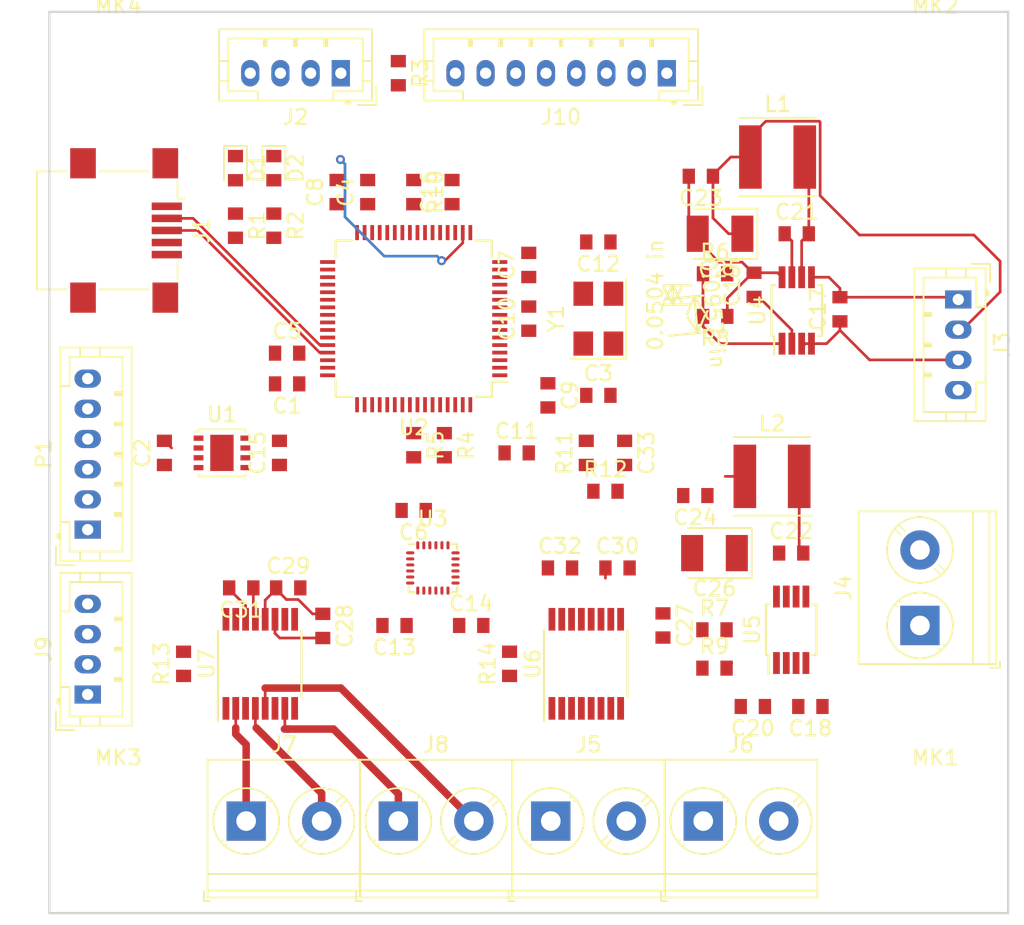
<source format=kicad_pcb>
(kicad_pcb (version 20171130) (host pcbnew 5.1.0-rc2-unknown-d2d2101~82~ubuntu18.04.1)

  (general
    (thickness 1.6)
    (drawings 6)
    (tracks 123)
    (zones 0)
    (modules 74)
    (nets 90)
  )

  (page A4)
  (layers
    (0 F.Cu signal)
    (31 B.Cu signal)
    (32 B.Adhes user hide)
    (33 F.Adhes user hide)
    (34 B.Paste user hide)
    (35 F.Paste user hide)
    (36 B.SilkS user hide)
    (37 F.SilkS user hide)
    (38 B.Mask user hide)
    (39 F.Mask user)
    (40 Dwgs.User user hide)
    (41 Cmts.User user hide)
    (42 Eco1.User user hide)
    (43 Eco2.User user hide)
    (44 Edge.Cuts user)
    (45 Margin user)
    (46 B.CrtYd user hide)
    (47 F.CrtYd user)
    (48 B.Fab user)
    (49 F.Fab user)
  )

  (setup
    (last_trace_width 0.18)
    (user_trace_width 0.2)
    (user_trace_width 0.25)
    (user_trace_width 0.3)
    (user_trace_width 0.4)
    (user_trace_width 0.5)
    (user_trace_width 0.6)
    (user_trace_width 1)
    (trace_clearance 0.18)
    (zone_clearance 0.508)
    (zone_45_only no)
    (trace_min 0.018)
    (via_size 0.6)
    (via_drill 0.3)
    (via_min_size 0.6)
    (via_min_drill 0.3)
    (uvia_size 0.3)
    (uvia_drill 0.1)
    (uvias_allowed no)
    (uvia_min_size 0.2)
    (uvia_min_drill 0.1)
    (edge_width 0.15)
    (segment_width 0.2)
    (pcb_text_width 0.3)
    (pcb_text_size 1.5 1.5)
    (mod_edge_width 0.15)
    (mod_text_size 1 1)
    (mod_text_width 0.15)
    (pad_size 1.524 1.524)
    (pad_drill 0.762)
    (pad_to_mask_clearance 0.2)
    (aux_axis_origin 0 0)
    (visible_elements FFFFFF7F)
    (pcbplotparams
      (layerselection 0x010fc_ffffffff)
      (usegerberextensions false)
      (usegerberattributes false)
      (usegerberadvancedattributes false)
      (creategerberjobfile false)
      (excludeedgelayer true)
      (linewidth 0.100000)
      (plotframeref false)
      (viasonmask false)
      (mode 1)
      (useauxorigin false)
      (hpglpennumber 1)
      (hpglpenspeed 20)
      (hpglpendiameter 15.000000)
      (psnegative false)
      (psa4output false)
      (plotreference true)
      (plotvalue true)
      (plotinvisibletext false)
      (padsonsilk false)
      (subtractmaskfromsilk false)
      (outputformat 1)
      (mirror false)
      (drillshape 1)
      (scaleselection 1)
      (outputdirectory ""))
  )

  (net 0 "")
  (net 1 "Net-(J5-Pad1)")
  (net 2 "Net-(J5-Pad2)")
  (net 3 "Net-(J8-Pad2)")
  (net 4 "Net-(J8-Pad1)")
  (net 5 "Net-(J7-Pad1)")
  (net 6 "Net-(J7-Pad2)")
  (net 7 V_IN)
  (net 8 GND)
  (net 9 "Net-(J6-Pad1)")
  (net 10 "Net-(J6-Pad2)")
  (net 11 CANL)
  (net 12 CANH)
  (net 13 "Net-(D1-Pad2)")
  (net 14 "Net-(R1-Pad1)")
  (net 15 "Net-(R2-Pad1)")
  (net 16 "Net-(D2-Pad2)")
  (net 17 VCC)
  (net 18 SDA)
  (net 19 SCL)
  (net 20 "Net-(R6-Pad1)")
  (net 21 "Net-(R7-Pad1)")
  (net 22 5V)
  (net 23 DRV_nFAULT)
  (net 24 V_METER)
  (net 25 "Net-(R13-Pad1)")
  (net 26 "Net-(R14-Pad1)")
  (net 27 DRV_BIN1_1)
  (net 28 DRV_BIN2_1)
  (net 29 "Net-(C27-Pad2)")
  (net 30 DRV_AIN2_1)
  (net 31 DRV_AIN1_1)
  (net 32 DRV_AIN1_2)
  (net 33 DRV_AIN2_2)
  (net 34 "Net-(C28-Pad2)")
  (net 35 DRV_BIN2_2)
  (net 36 DRV_BIN1_2)
  (net 37 "Net-(C20-Pad1)")
  (net 38 "Net-(C22-Pad2)")
  (net 39 "Net-(C22-Pad1)")
  (net 40 "Net-(C21-Pad1)")
  (net 41 "Net-(C21-Pad2)")
  (net 42 "Net-(C19-Pad1)")
  (net 43 "Net-(U2-Pad2)")
  (net 44 "Net-(U2-Pad3)")
  (net 45 "Net-(U2-Pad4)")
  (net 46 "Net-(C3-Pad2)")
  (net 47 "Net-(C12-Pad2)")
  (net 48 NRST)
  (net 49 "Net-(U2-Pad9)")
  (net 50 "Net-(U2-Pad10)")
  (net 51 "Net-(U2-Pad11)")
  (net 52 GPIO0)
  (net 53 GPIO1)
  (net 54 GPIO2)
  (net 55 GPIO3)
  (net 56 "Net-(U2-Pad24)")
  (net 57 "Net-(U2-Pad28)")
  (net 58 GPIO4)
  (net 59 GPIO5)
  (net 60 "Net-(C4-Pad2)")
  (net 61 GPIO6)
  (net 62 GPIO7)
  (net 63 "Net-(U2-Pad35)")
  (net 64 "Net-(U2-Pad36)")
  (net 65 "Net-(U2-Pad41)")
  (net 66 "Net-(U2-Pad42)")
  (net 67 "Net-(U2-Pad43)")
  (net 68 USB_DM)
  (net 69 USB_DP)
  (net 70 SWDIO)
  (net 71 "Net-(C5-Pad2)")
  (net 72 SWCLK)
  (net 73 "Net-(U2-Pad50)")
  (net 74 UART_RXD)
  (net 75 UART_TXD)
  (net 76 "Net-(U2-Pad53)")
  (net 77 "Net-(U2-Pad54)")
  (net 78 "Net-(U2-Pad55)")
  (net 79 "Net-(U2-Pad56)")
  (net 80 "Net-(U2-Pad57)")
  (net 81 CAN_RX)
  (net 82 CAN_TX)
  (net 83 "Net-(J1-Pad4)")
  (net 84 "Net-(P1-Pad1)")
  (net 85 "Net-(C14-Pad1)")
  (net 86 "Net-(U3-Pad7)")
  (net 87 "Net-(U3-Pad12)")
  (net 88 "Net-(U3-Pad19)")
  (net 89 "Net-(U3-Pad21)")

  (net_class Default "This is the default net class."
    (clearance 0.18)
    (trace_width 0.18)
    (via_dia 0.6)
    (via_drill 0.3)
    (uvia_dia 0.3)
    (uvia_drill 0.1)
    (add_net 5V)
    (add_net CANH)
    (add_net CANL)
    (add_net CAN_RX)
    (add_net CAN_TX)
    (add_net DRV_AIN1_1)
    (add_net DRV_AIN1_2)
    (add_net DRV_AIN2_1)
    (add_net DRV_AIN2_2)
    (add_net DRV_BIN1_1)
    (add_net DRV_BIN1_2)
    (add_net DRV_BIN2_1)
    (add_net DRV_BIN2_2)
    (add_net DRV_nFAULT)
    (add_net GND)
    (add_net GPIO0)
    (add_net GPIO1)
    (add_net GPIO2)
    (add_net GPIO3)
    (add_net GPIO4)
    (add_net GPIO5)
    (add_net GPIO6)
    (add_net GPIO7)
    (add_net NRST)
    (add_net "Net-(C12-Pad2)")
    (add_net "Net-(C14-Pad1)")
    (add_net "Net-(C19-Pad1)")
    (add_net "Net-(C20-Pad1)")
    (add_net "Net-(C21-Pad1)")
    (add_net "Net-(C21-Pad2)")
    (add_net "Net-(C22-Pad1)")
    (add_net "Net-(C22-Pad2)")
    (add_net "Net-(C27-Pad2)")
    (add_net "Net-(C28-Pad2)")
    (add_net "Net-(C3-Pad2)")
    (add_net "Net-(C4-Pad2)")
    (add_net "Net-(C5-Pad2)")
    (add_net "Net-(D1-Pad2)")
    (add_net "Net-(D2-Pad2)")
    (add_net "Net-(J1-Pad4)")
    (add_net "Net-(J5-Pad1)")
    (add_net "Net-(J5-Pad2)")
    (add_net "Net-(J6-Pad1)")
    (add_net "Net-(J6-Pad2)")
    (add_net "Net-(J7-Pad1)")
    (add_net "Net-(J7-Pad2)")
    (add_net "Net-(J8-Pad1)")
    (add_net "Net-(J8-Pad2)")
    (add_net "Net-(P1-Pad1)")
    (add_net "Net-(R1-Pad1)")
    (add_net "Net-(R13-Pad1)")
    (add_net "Net-(R14-Pad1)")
    (add_net "Net-(R2-Pad1)")
    (add_net "Net-(R6-Pad1)")
    (add_net "Net-(R7-Pad1)")
    (add_net "Net-(U2-Pad10)")
    (add_net "Net-(U2-Pad11)")
    (add_net "Net-(U2-Pad2)")
    (add_net "Net-(U2-Pad24)")
    (add_net "Net-(U2-Pad28)")
    (add_net "Net-(U2-Pad3)")
    (add_net "Net-(U2-Pad35)")
    (add_net "Net-(U2-Pad36)")
    (add_net "Net-(U2-Pad4)")
    (add_net "Net-(U2-Pad41)")
    (add_net "Net-(U2-Pad42)")
    (add_net "Net-(U2-Pad43)")
    (add_net "Net-(U2-Pad50)")
    (add_net "Net-(U2-Pad53)")
    (add_net "Net-(U2-Pad54)")
    (add_net "Net-(U2-Pad55)")
    (add_net "Net-(U2-Pad56)")
    (add_net "Net-(U2-Pad57)")
    (add_net "Net-(U2-Pad9)")
    (add_net "Net-(U3-Pad12)")
    (add_net "Net-(U3-Pad19)")
    (add_net "Net-(U3-Pad21)")
    (add_net "Net-(U3-Pad7)")
    (add_net SCL)
    (add_net SDA)
    (add_net SWCLK)
    (add_net SWDIO)
    (add_net UART_RXD)
    (add_net UART_TXD)
    (add_net USB_DM)
    (add_net USB_DP)
    (add_net VCC)
    (add_net V_IN)
    (add_net V_METER)
  )

  (module Capacitor_SMD:C_0603_1608Metric (layer F.Cu) (tedit 5AC5DB74) (tstamp 5B1B915B)
    (at 120.18 96.52)
    (descr "Capacitor SMD 0603 (1608 Metric), square (rectangular) end terminal, IPC_7351 nominal, (Body size source: http://www.tortai-tech.com/upload/download/2011102023233369053.pdf), generated with kicad-footprint-generator")
    (tags capacitor)
    (path /5AF92F5C/5A4BDE38)
    (attr smd)
    (fp_text reference C3 (at 0 -1.45) (layer F.SilkS)
      (effects (font (size 1 1) (thickness 0.15)))
    )
    (fp_text value 15p (at 0 1.45) (layer F.Fab)
      (effects (font (size 1 1) (thickness 0.15)))
    )
    (fp_line (start -0.8 0.4) (end -0.8 -0.4) (layer F.Fab) (width 0.1))
    (fp_line (start -0.8 -0.4) (end 0.8 -0.4) (layer F.Fab) (width 0.1))
    (fp_line (start 0.8 -0.4) (end 0.8 0.4) (layer F.Fab) (width 0.1))
    (fp_line (start 0.8 0.4) (end -0.8 0.4) (layer F.Fab) (width 0.1))
    (fp_line (start -1.46 0.75) (end -1.46 -0.75) (layer F.CrtYd) (width 0.05))
    (fp_line (start -1.46 -0.75) (end 1.46 -0.75) (layer F.CrtYd) (width 0.05))
    (fp_line (start 1.46 -0.75) (end 1.46 0.75) (layer F.CrtYd) (width 0.05))
    (fp_line (start 1.46 0.75) (end -1.46 0.75) (layer F.CrtYd) (width 0.05))
    (fp_text user %R (at 0 0) (layer F.Fab)
      (effects (font (size 0.4 0.4) (thickness 0.06)))
    )
    (pad 1 smd rect (at -0.8 0) (size 0.82 1) (layers F.Cu F.Paste F.Mask)
      (net 8 GND))
    (pad 2 smd rect (at 0.8 0) (size 0.82 1) (layers F.Cu F.Paste F.Mask)
      (net 46 "Net-(C3-Pad2)"))
    (model ${KISYS3DMOD}/Capacitor_SMD.3dshapes/C_0603_1608Metric.wrl
      (at (xyz 0 0 0))
      (scale (xyz 1 1 1))
      (rotate (xyz 0 0 0))
    )
  )

  (module Capacitor_SMD:C_0603_1608Metric (layer F.Cu) (tedit 5AC5DB74) (tstamp 5B1B914C)
    (at 104.902 83.058 90)
    (descr "Capacitor SMD 0603 (1608 Metric), square (rectangular) end terminal, IPC_7351 nominal, (Body size source: http://www.tortai-tech.com/upload/download/2011102023233369053.pdf), generated with kicad-footprint-generator")
    (tags capacitor)
    (path /5AF92F5C/5A4BDE42)
    (attr smd)
    (fp_text reference C4 (at 0 -1.45 90) (layer F.SilkS)
      (effects (font (size 1 1) (thickness 0.15)))
    )
    (fp_text value 2.2u (at 0 1.45 90) (layer F.Fab)
      (effects (font (size 1 1) (thickness 0.15)))
    )
    (fp_text user %R (at 0 0 90) (layer F.Fab)
      (effects (font (size 0.4 0.4) (thickness 0.06)))
    )
    (fp_line (start 1.46 0.75) (end -1.46 0.75) (layer F.CrtYd) (width 0.05))
    (fp_line (start 1.46 -0.75) (end 1.46 0.75) (layer F.CrtYd) (width 0.05))
    (fp_line (start -1.46 -0.75) (end 1.46 -0.75) (layer F.CrtYd) (width 0.05))
    (fp_line (start -1.46 0.75) (end -1.46 -0.75) (layer F.CrtYd) (width 0.05))
    (fp_line (start 0.8 0.4) (end -0.8 0.4) (layer F.Fab) (width 0.1))
    (fp_line (start 0.8 -0.4) (end 0.8 0.4) (layer F.Fab) (width 0.1))
    (fp_line (start -0.8 -0.4) (end 0.8 -0.4) (layer F.Fab) (width 0.1))
    (fp_line (start -0.8 0.4) (end -0.8 -0.4) (layer F.Fab) (width 0.1))
    (pad 2 smd rect (at 0.8 0 90) (size 0.82 1) (layers F.Cu F.Paste F.Mask)
      (net 60 "Net-(C4-Pad2)"))
    (pad 1 smd rect (at -0.8 0 90) (size 0.82 1) (layers F.Cu F.Paste F.Mask)
      (net 8 GND))
    (model ${KISYS3DMOD}/Capacitor_SMD.3dshapes/C_0603_1608Metric.wrl
      (at (xyz 0 0 0))
      (scale (xyz 1 1 1))
      (rotate (xyz 0 0 0))
    )
  )

  (module Capacitor_SMD:C_0603_1608Metric (layer F.Cu) (tedit 5AC5DB74) (tstamp 5B1B913D)
    (at 99.568 93.726)
    (descr "Capacitor SMD 0603 (1608 Metric), square (rectangular) end terminal, IPC_7351 nominal, (Body size source: http://www.tortai-tech.com/upload/download/2011102023233369053.pdf), generated with kicad-footprint-generator")
    (tags capacitor)
    (path /5AF92F5C/5A4BDE43)
    (attr smd)
    (fp_text reference C5 (at 0 -1.45) (layer F.SilkS)
      (effects (font (size 1 1) (thickness 0.15)))
    )
    (fp_text value 2.2u (at 0 1.45) (layer F.Fab)
      (effects (font (size 1 1) (thickness 0.15)))
    )
    (fp_line (start -0.8 0.4) (end -0.8 -0.4) (layer F.Fab) (width 0.1))
    (fp_line (start -0.8 -0.4) (end 0.8 -0.4) (layer F.Fab) (width 0.1))
    (fp_line (start 0.8 -0.4) (end 0.8 0.4) (layer F.Fab) (width 0.1))
    (fp_line (start 0.8 0.4) (end -0.8 0.4) (layer F.Fab) (width 0.1))
    (fp_line (start -1.46 0.75) (end -1.46 -0.75) (layer F.CrtYd) (width 0.05))
    (fp_line (start -1.46 -0.75) (end 1.46 -0.75) (layer F.CrtYd) (width 0.05))
    (fp_line (start 1.46 -0.75) (end 1.46 0.75) (layer F.CrtYd) (width 0.05))
    (fp_line (start 1.46 0.75) (end -1.46 0.75) (layer F.CrtYd) (width 0.05))
    (fp_text user %R (at 0 0) (layer F.Fab)
      (effects (font (size 0.4 0.4) (thickness 0.06)))
    )
    (pad 1 smd rect (at -0.8 0) (size 0.82 1) (layers F.Cu F.Paste F.Mask)
      (net 8 GND))
    (pad 2 smd rect (at 0.8 0) (size 0.82 1) (layers F.Cu F.Paste F.Mask)
      (net 71 "Net-(C5-Pad2)"))
    (model ${KISYS3DMOD}/Capacitor_SMD.3dshapes/C_0603_1608Metric.wrl
      (at (xyz 0 0 0))
      (scale (xyz 1 1 1))
      (rotate (xyz 0 0 0))
    )
  )

  (module Capacitor_SMD:C_0603_1608Metric (layer F.Cu) (tedit 5AC5DB74) (tstamp 5B1B912E)
    (at 107.95 104.14 180)
    (descr "Capacitor SMD 0603 (1608 Metric), square (rectangular) end terminal, IPC_7351 nominal, (Body size source: http://www.tortai-tech.com/upload/download/2011102023233369053.pdf), generated with kicad-footprint-generator")
    (tags capacitor)
    (path /5AF92F5C/5A4BDE45)
    (attr smd)
    (fp_text reference C6 (at 0 -1.45 180) (layer F.SilkS)
      (effects (font (size 1 1) (thickness 0.15)))
    )
    (fp_text value 2.2u (at 0 1.45 180) (layer F.Fab)
      (effects (font (size 1 1) (thickness 0.15)))
    )
    (fp_text user %R (at 0 0 180) (layer F.Fab)
      (effects (font (size 0.4 0.4) (thickness 0.06)))
    )
    (fp_line (start 1.46 0.75) (end -1.46 0.75) (layer F.CrtYd) (width 0.05))
    (fp_line (start 1.46 -0.75) (end 1.46 0.75) (layer F.CrtYd) (width 0.05))
    (fp_line (start -1.46 -0.75) (end 1.46 -0.75) (layer F.CrtYd) (width 0.05))
    (fp_line (start -1.46 0.75) (end -1.46 -0.75) (layer F.CrtYd) (width 0.05))
    (fp_line (start 0.8 0.4) (end -0.8 0.4) (layer F.Fab) (width 0.1))
    (fp_line (start 0.8 -0.4) (end 0.8 0.4) (layer F.Fab) (width 0.1))
    (fp_line (start -0.8 -0.4) (end 0.8 -0.4) (layer F.Fab) (width 0.1))
    (fp_line (start -0.8 0.4) (end -0.8 -0.4) (layer F.Fab) (width 0.1))
    (pad 2 smd rect (at 0.8 0 180) (size 0.82 1) (layers F.Cu F.Paste F.Mask)
      (net 8 GND))
    (pad 1 smd rect (at -0.8 0 180) (size 0.82 1) (layers F.Cu F.Paste F.Mask)
      (net 17 VCC))
    (model ${KISYS3DMOD}/Capacitor_SMD.3dshapes/C_0603_1608Metric.wrl
      (at (xyz 0 0 0))
      (scale (xyz 1 1 1))
      (rotate (xyz 0 0 0))
    )
  )

  (module Capacitor_SMD:C_0603_1608Metric (layer F.Cu) (tedit 5AC5DB74) (tstamp 5B1B911F)
    (at 115.57 87.884 90)
    (descr "Capacitor SMD 0603 (1608 Metric), square (rectangular) end terminal, IPC_7351 nominal, (Body size source: http://www.tortai-tech.com/upload/download/2011102023233369053.pdf), generated with kicad-footprint-generator")
    (tags capacitor)
    (path /5AF92F5C/5A4BDE40)
    (attr smd)
    (fp_text reference C7 (at 0 -1.45 90) (layer F.SilkS)
      (effects (font (size 1 1) (thickness 0.15)))
    )
    (fp_text value 2.2u (at 0 1.45 90) (layer F.Fab)
      (effects (font (size 1 1) (thickness 0.15)))
    )
    (fp_line (start -0.8 0.4) (end -0.8 -0.4) (layer F.Fab) (width 0.1))
    (fp_line (start -0.8 -0.4) (end 0.8 -0.4) (layer F.Fab) (width 0.1))
    (fp_line (start 0.8 -0.4) (end 0.8 0.4) (layer F.Fab) (width 0.1))
    (fp_line (start 0.8 0.4) (end -0.8 0.4) (layer F.Fab) (width 0.1))
    (fp_line (start -1.46 0.75) (end -1.46 -0.75) (layer F.CrtYd) (width 0.05))
    (fp_line (start -1.46 -0.75) (end 1.46 -0.75) (layer F.CrtYd) (width 0.05))
    (fp_line (start 1.46 -0.75) (end 1.46 0.75) (layer F.CrtYd) (width 0.05))
    (fp_line (start 1.46 0.75) (end -1.46 0.75) (layer F.CrtYd) (width 0.05))
    (fp_text user %R (at 0 0 90) (layer F.Fab)
      (effects (font (size 0.4 0.4) (thickness 0.06)))
    )
    (pad 1 smd rect (at -0.8 0 90) (size 0.82 1) (layers F.Cu F.Paste F.Mask)
      (net 17 VCC))
    (pad 2 smd rect (at 0.8 0 90) (size 0.82 1) (layers F.Cu F.Paste F.Mask)
      (net 8 GND))
    (model ${KISYS3DMOD}/Capacitor_SMD.3dshapes/C_0603_1608Metric.wrl
      (at (xyz 0 0 0))
      (scale (xyz 1 1 1))
      (rotate (xyz 0 0 0))
    )
  )

  (module Capacitor_SMD:C_0603_1608Metric (layer F.Cu) (tedit 5AC5DB74) (tstamp 5B1B9110)
    (at 102.87 83.058 90)
    (descr "Capacitor SMD 0603 (1608 Metric), square (rectangular) end terminal, IPC_7351 nominal, (Body size source: http://www.tortai-tech.com/upload/download/2011102023233369053.pdf), generated with kicad-footprint-generator")
    (tags capacitor)
    (path /5AF92F5C/5A4BDE46)
    (attr smd)
    (fp_text reference C8 (at 0 -1.45 90) (layer F.SilkS)
      (effects (font (size 1 1) (thickness 0.15)))
    )
    (fp_text value 2.2u (at 0 1.45 90) (layer F.Fab)
      (effects (font (size 1 1) (thickness 0.15)))
    )
    (fp_text user %R (at 0 0 90) (layer F.Fab)
      (effects (font (size 0.4 0.4) (thickness 0.06)))
    )
    (fp_line (start 1.46 0.75) (end -1.46 0.75) (layer F.CrtYd) (width 0.05))
    (fp_line (start 1.46 -0.75) (end 1.46 0.75) (layer F.CrtYd) (width 0.05))
    (fp_line (start -1.46 -0.75) (end 1.46 -0.75) (layer F.CrtYd) (width 0.05))
    (fp_line (start -1.46 0.75) (end -1.46 -0.75) (layer F.CrtYd) (width 0.05))
    (fp_line (start 0.8 0.4) (end -0.8 0.4) (layer F.Fab) (width 0.1))
    (fp_line (start 0.8 -0.4) (end 0.8 0.4) (layer F.Fab) (width 0.1))
    (fp_line (start -0.8 -0.4) (end 0.8 -0.4) (layer F.Fab) (width 0.1))
    (fp_line (start -0.8 0.4) (end -0.8 -0.4) (layer F.Fab) (width 0.1))
    (pad 2 smd rect (at 0.8 0 90) (size 0.82 1) (layers F.Cu F.Paste F.Mask)
      (net 8 GND))
    (pad 1 smd rect (at -0.8 0 90) (size 0.82 1) (layers F.Cu F.Paste F.Mask)
      (net 17 VCC))
    (model ${KISYS3DMOD}/Capacitor_SMD.3dshapes/C_0603_1608Metric.wrl
      (at (xyz 0 0 0))
      (scale (xyz 1 1 1))
      (rotate (xyz 0 0 0))
    )
  )

  (module Capacitor_SMD:C_0603_1608Metric (layer F.Cu) (tedit 5AC5DB74) (tstamp 5B1B9101)
    (at 91.44 100.33 90)
    (descr "Capacitor SMD 0603 (1608 Metric), square (rectangular) end terminal, IPC_7351 nominal, (Body size source: http://www.tortai-tech.com/upload/download/2011102023233369053.pdf), generated with kicad-footprint-generator")
    (tags capacitor)
    (path /5AF92F5C/5AF9636C)
    (attr smd)
    (fp_text reference C2 (at 0 -1.45 90) (layer F.SilkS)
      (effects (font (size 1 1) (thickness 0.15)))
    )
    (fp_text value 2.2u (at 0 1.45 90) (layer F.Fab)
      (effects (font (size 1 1) (thickness 0.15)))
    )
    (fp_line (start -0.8 0.4) (end -0.8 -0.4) (layer F.Fab) (width 0.1))
    (fp_line (start -0.8 -0.4) (end 0.8 -0.4) (layer F.Fab) (width 0.1))
    (fp_line (start 0.8 -0.4) (end 0.8 0.4) (layer F.Fab) (width 0.1))
    (fp_line (start 0.8 0.4) (end -0.8 0.4) (layer F.Fab) (width 0.1))
    (fp_line (start -1.46 0.75) (end -1.46 -0.75) (layer F.CrtYd) (width 0.05))
    (fp_line (start -1.46 -0.75) (end 1.46 -0.75) (layer F.CrtYd) (width 0.05))
    (fp_line (start 1.46 -0.75) (end 1.46 0.75) (layer F.CrtYd) (width 0.05))
    (fp_line (start 1.46 0.75) (end -1.46 0.75) (layer F.CrtYd) (width 0.05))
    (fp_text user %R (at 0 0 90) (layer F.Fab)
      (effects (font (size 0.4 0.4) (thickness 0.06)))
    )
    (pad 1 smd rect (at -0.8 0 90) (size 0.82 1) (layers F.Cu F.Paste F.Mask)
      (net 22 5V))
    (pad 2 smd rect (at 0.8 0 90) (size 0.82 1) (layers F.Cu F.Paste F.Mask)
      (net 8 GND))
    (model ${KISYS3DMOD}/Capacitor_SMD.3dshapes/C_0603_1608Metric.wrl
      (at (xyz 0 0 0))
      (scale (xyz 1 1 1))
      (rotate (xyz 0 0 0))
    )
  )

  (module Capacitor_SMD:C_0603_1608Metric (layer F.Cu) (tedit 5AC5DB74) (tstamp 5B1B90F2)
    (at 99.568 95.758 180)
    (descr "Capacitor SMD 0603 (1608 Metric), square (rectangular) end terminal, IPC_7351 nominal, (Body size source: http://www.tortai-tech.com/upload/download/2011102023233369053.pdf), generated with kicad-footprint-generator")
    (tags capacitor)
    (path /5AF92F5C/5AF962C0)
    (attr smd)
    (fp_text reference C1 (at 0 -1.45 180) (layer F.SilkS)
      (effects (font (size 1 1) (thickness 0.15)))
    )
    (fp_text value 2.2u (at 0 1.45 180) (layer F.Fab)
      (effects (font (size 1 1) (thickness 0.15)))
    )
    (fp_text user %R (at 0 0 180) (layer F.Fab)
      (effects (font (size 0.4 0.4) (thickness 0.06)))
    )
    (fp_line (start 1.46 0.75) (end -1.46 0.75) (layer F.CrtYd) (width 0.05))
    (fp_line (start 1.46 -0.75) (end 1.46 0.75) (layer F.CrtYd) (width 0.05))
    (fp_line (start -1.46 -0.75) (end 1.46 -0.75) (layer F.CrtYd) (width 0.05))
    (fp_line (start -1.46 0.75) (end -1.46 -0.75) (layer F.CrtYd) (width 0.05))
    (fp_line (start 0.8 0.4) (end -0.8 0.4) (layer F.Fab) (width 0.1))
    (fp_line (start 0.8 -0.4) (end 0.8 0.4) (layer F.Fab) (width 0.1))
    (fp_line (start -0.8 -0.4) (end 0.8 -0.4) (layer F.Fab) (width 0.1))
    (fp_line (start -0.8 0.4) (end -0.8 -0.4) (layer F.Fab) (width 0.1))
    (pad 2 smd rect (at 0.8 0 180) (size 0.82 1) (layers F.Cu F.Paste F.Mask)
      (net 8 GND))
    (pad 1 smd rect (at -0.8 0 180) (size 0.82 1) (layers F.Cu F.Paste F.Mask)
      (net 17 VCC))
    (model ${KISYS3DMOD}/Capacitor_SMD.3dshapes/C_0603_1608Metric.wrl
      (at (xyz 0 0 0))
      (scale (xyz 1 1 1))
      (rotate (xyz 0 0 0))
    )
  )

  (module Capacitor_SMD:C_0603_1608Metric (layer F.Cu) (tedit 5AC5DB74) (tstamp 5B1B90E3)
    (at 116.84 96.52 270)
    (descr "Capacitor SMD 0603 (1608 Metric), square (rectangular) end terminal, IPC_7351 nominal, (Body size source: http://www.tortai-tech.com/upload/download/2011102023233369053.pdf), generated with kicad-footprint-generator")
    (tags capacitor)
    (path /5AF92F5C/5A4BDE41)
    (attr smd)
    (fp_text reference C9 (at 0 -1.45 270) (layer F.SilkS)
      (effects (font (size 1 1) (thickness 0.15)))
    )
    (fp_text value 2.2u (at 0 1.45 270) (layer F.Fab)
      (effects (font (size 1 1) (thickness 0.15)))
    )
    (fp_line (start -0.8 0.4) (end -0.8 -0.4) (layer F.Fab) (width 0.1))
    (fp_line (start -0.8 -0.4) (end 0.8 -0.4) (layer F.Fab) (width 0.1))
    (fp_line (start 0.8 -0.4) (end 0.8 0.4) (layer F.Fab) (width 0.1))
    (fp_line (start 0.8 0.4) (end -0.8 0.4) (layer F.Fab) (width 0.1))
    (fp_line (start -1.46 0.75) (end -1.46 -0.75) (layer F.CrtYd) (width 0.05))
    (fp_line (start -1.46 -0.75) (end 1.46 -0.75) (layer F.CrtYd) (width 0.05))
    (fp_line (start 1.46 -0.75) (end 1.46 0.75) (layer F.CrtYd) (width 0.05))
    (fp_line (start 1.46 0.75) (end -1.46 0.75) (layer F.CrtYd) (width 0.05))
    (fp_text user %R (at 0 0 270) (layer F.Fab)
      (effects (font (size 0.4 0.4) (thickness 0.06)))
    )
    (pad 1 smd rect (at -0.8 0 270) (size 0.82 1) (layers F.Cu F.Paste F.Mask)
      (net 17 VCC))
    (pad 2 smd rect (at 0.8 0 270) (size 0.82 1) (layers F.Cu F.Paste F.Mask)
      (net 8 GND))
    (model ${KISYS3DMOD}/Capacitor_SMD.3dshapes/C_0603_1608Metric.wrl
      (at (xyz 0 0 0))
      (scale (xyz 1 1 1))
      (rotate (xyz 0 0 0))
    )
  )

  (module Capacitor_SMD:C_0603_1608Metric (layer F.Cu) (tedit 5AC5DB74) (tstamp 5B1B90D4)
    (at 115.57 91.44 90)
    (descr "Capacitor SMD 0603 (1608 Metric), square (rectangular) end terminal, IPC_7351 nominal, (Body size source: http://www.tortai-tech.com/upload/download/2011102023233369053.pdf), generated with kicad-footprint-generator")
    (tags capacitor)
    (path /5AF92F5C/5A4BDE3C)
    (attr smd)
    (fp_text reference C10 (at 0 -1.45 90) (layer F.SilkS)
      (effects (font (size 1 1) (thickness 0.15)))
    )
    (fp_text value 100n (at 0 1.45 90) (layer F.Fab)
      (effects (font (size 1 1) (thickness 0.15)))
    )
    (fp_text user %R (at 0 0 90) (layer F.Fab)
      (effects (font (size 0.4 0.4) (thickness 0.06)))
    )
    (fp_line (start 1.46 0.75) (end -1.46 0.75) (layer F.CrtYd) (width 0.05))
    (fp_line (start 1.46 -0.75) (end 1.46 0.75) (layer F.CrtYd) (width 0.05))
    (fp_line (start -1.46 -0.75) (end 1.46 -0.75) (layer F.CrtYd) (width 0.05))
    (fp_line (start -1.46 0.75) (end -1.46 -0.75) (layer F.CrtYd) (width 0.05))
    (fp_line (start 0.8 0.4) (end -0.8 0.4) (layer F.Fab) (width 0.1))
    (fp_line (start 0.8 -0.4) (end 0.8 0.4) (layer F.Fab) (width 0.1))
    (fp_line (start -0.8 -0.4) (end 0.8 -0.4) (layer F.Fab) (width 0.1))
    (fp_line (start -0.8 0.4) (end -0.8 -0.4) (layer F.Fab) (width 0.1))
    (pad 2 smd rect (at 0.8 0 90) (size 0.82 1) (layers F.Cu F.Paste F.Mask)
      (net 8 GND))
    (pad 1 smd rect (at -0.8 0 90) (size 0.82 1) (layers F.Cu F.Paste F.Mask)
      (net 48 NRST))
    (model ${KISYS3DMOD}/Capacitor_SMD.3dshapes/C_0603_1608Metric.wrl
      (at (xyz 0 0 0))
      (scale (xyz 1 1 1))
      (rotate (xyz 0 0 0))
    )
  )

  (module Capacitor_SMD:C_0603_1608Metric (layer F.Cu) (tedit 5AC5DB74) (tstamp 5B1B90C5)
    (at 114.77 100.33)
    (descr "Capacitor SMD 0603 (1608 Metric), square (rectangular) end terminal, IPC_7351 nominal, (Body size source: http://www.tortai-tech.com/upload/download/2011102023233369053.pdf), generated with kicad-footprint-generator")
    (tags capacitor)
    (path /5AF92F5C/5A4BDE47)
    (attr smd)
    (fp_text reference C11 (at 0 -1.45) (layer F.SilkS)
      (effects (font (size 1 1) (thickness 0.15)))
    )
    (fp_text value 2.2u (at 0 1.45) (layer F.Fab)
      (effects (font (size 1 1) (thickness 0.15)))
    )
    (fp_line (start -0.8 0.4) (end -0.8 -0.4) (layer F.Fab) (width 0.1))
    (fp_line (start -0.8 -0.4) (end 0.8 -0.4) (layer F.Fab) (width 0.1))
    (fp_line (start 0.8 -0.4) (end 0.8 0.4) (layer F.Fab) (width 0.1))
    (fp_line (start 0.8 0.4) (end -0.8 0.4) (layer F.Fab) (width 0.1))
    (fp_line (start -1.46 0.75) (end -1.46 -0.75) (layer F.CrtYd) (width 0.05))
    (fp_line (start -1.46 -0.75) (end 1.46 -0.75) (layer F.CrtYd) (width 0.05))
    (fp_line (start 1.46 -0.75) (end 1.46 0.75) (layer F.CrtYd) (width 0.05))
    (fp_line (start 1.46 0.75) (end -1.46 0.75) (layer F.CrtYd) (width 0.05))
    (fp_text user %R (at 0 0) (layer F.Fab)
      (effects (font (size 0.4 0.4) (thickness 0.06)))
    )
    (pad 1 smd rect (at -0.8 0) (size 0.82 1) (layers F.Cu F.Paste F.Mask)
      (net 17 VCC))
    (pad 2 smd rect (at 0.8 0) (size 0.82 1) (layers F.Cu F.Paste F.Mask)
      (net 8 GND))
    (model ${KISYS3DMOD}/Capacitor_SMD.3dshapes/C_0603_1608Metric.wrl
      (at (xyz 0 0 0))
      (scale (xyz 1 1 1))
      (rotate (xyz 0 0 0))
    )
  )

  (module Capacitor_SMD:C_0603_1608Metric (layer F.Cu) (tedit 5AC5DB74) (tstamp 5B1B90B6)
    (at 120.18 86.36 180)
    (descr "Capacitor SMD 0603 (1608 Metric), square (rectangular) end terminal, IPC_7351 nominal, (Body size source: http://www.tortai-tech.com/upload/download/2011102023233369053.pdf), generated with kicad-footprint-generator")
    (tags capacitor)
    (path /5AF92F5C/5A4BDE39)
    (attr smd)
    (fp_text reference C12 (at 0 -1.45 180) (layer F.SilkS)
      (effects (font (size 1 1) (thickness 0.15)))
    )
    (fp_text value 15p (at 0 1.45 180) (layer F.Fab)
      (effects (font (size 1 1) (thickness 0.15)))
    )
    (fp_text user %R (at 0 0 180) (layer F.Fab)
      (effects (font (size 0.4 0.4) (thickness 0.06)))
    )
    (fp_line (start 1.46 0.75) (end -1.46 0.75) (layer F.CrtYd) (width 0.05))
    (fp_line (start 1.46 -0.75) (end 1.46 0.75) (layer F.CrtYd) (width 0.05))
    (fp_line (start -1.46 -0.75) (end 1.46 -0.75) (layer F.CrtYd) (width 0.05))
    (fp_line (start -1.46 0.75) (end -1.46 -0.75) (layer F.CrtYd) (width 0.05))
    (fp_line (start 0.8 0.4) (end -0.8 0.4) (layer F.Fab) (width 0.1))
    (fp_line (start 0.8 -0.4) (end 0.8 0.4) (layer F.Fab) (width 0.1))
    (fp_line (start -0.8 -0.4) (end 0.8 -0.4) (layer F.Fab) (width 0.1))
    (fp_line (start -0.8 0.4) (end -0.8 -0.4) (layer F.Fab) (width 0.1))
    (pad 2 smd rect (at 0.8 0 180) (size 0.82 1) (layers F.Cu F.Paste F.Mask)
      (net 47 "Net-(C12-Pad2)"))
    (pad 1 smd rect (at -0.8 0 180) (size 0.82 1) (layers F.Cu F.Paste F.Mask)
      (net 8 GND))
    (model ${KISYS3DMOD}/Capacitor_SMD.3dshapes/C_0603_1608Metric.wrl
      (at (xyz 0 0 0))
      (scale (xyz 1 1 1))
      (rotate (xyz 0 0 0))
    )
  )

  (module Capacitor_SMD:C_0603_1608Metric (layer F.Cu) (tedit 5AC5DB74) (tstamp 5B1B90A7)
    (at 106.68 111.76 180)
    (descr "Capacitor SMD 0603 (1608 Metric), square (rectangular) end terminal, IPC_7351 nominal, (Body size source: http://www.tortai-tech.com/upload/download/2011102023233369053.pdf), generated with kicad-footprint-generator")
    (tags capacitor)
    (path /5AF92F5C/5A4BDE48)
    (attr smd)
    (fp_text reference C13 (at 0 -1.45 180) (layer F.SilkS)
      (effects (font (size 1 1) (thickness 0.15)))
    )
    (fp_text value 2.2u (at 0 1.45 180) (layer F.Fab)
      (effects (font (size 1 1) (thickness 0.15)))
    )
    (fp_line (start -0.8 0.4) (end -0.8 -0.4) (layer F.Fab) (width 0.1))
    (fp_line (start -0.8 -0.4) (end 0.8 -0.4) (layer F.Fab) (width 0.1))
    (fp_line (start 0.8 -0.4) (end 0.8 0.4) (layer F.Fab) (width 0.1))
    (fp_line (start 0.8 0.4) (end -0.8 0.4) (layer F.Fab) (width 0.1))
    (fp_line (start -1.46 0.75) (end -1.46 -0.75) (layer F.CrtYd) (width 0.05))
    (fp_line (start -1.46 -0.75) (end 1.46 -0.75) (layer F.CrtYd) (width 0.05))
    (fp_line (start 1.46 -0.75) (end 1.46 0.75) (layer F.CrtYd) (width 0.05))
    (fp_line (start 1.46 0.75) (end -1.46 0.75) (layer F.CrtYd) (width 0.05))
    (fp_text user %R (at 0 0 180) (layer F.Fab)
      (effects (font (size 0.4 0.4) (thickness 0.06)))
    )
    (pad 1 smd rect (at -0.8 0 180) (size 0.82 1) (layers F.Cu F.Paste F.Mask)
      (net 17 VCC))
    (pad 2 smd rect (at 0.8 0 180) (size 0.82 1) (layers F.Cu F.Paste F.Mask)
      (net 8 GND))
    (model ${KISYS3DMOD}/Capacitor_SMD.3dshapes/C_0603_1608Metric.wrl
      (at (xyz 0 0 0))
      (scale (xyz 1 1 1))
      (rotate (xyz 0 0 0))
    )
  )

  (module Capacitor_SMD:C_0603_1608Metric (layer F.Cu) (tedit 5AC5DB74) (tstamp 5B1B9098)
    (at 111.76 111.76)
    (descr "Capacitor SMD 0603 (1608 Metric), square (rectangular) end terminal, IPC_7351 nominal, (Body size source: http://www.tortai-tech.com/upload/download/2011102023233369053.pdf), generated with kicad-footprint-generator")
    (tags capacitor)
    (path /5AF92F5C/5B090107)
    (attr smd)
    (fp_text reference C14 (at 0 -1.45) (layer F.SilkS)
      (effects (font (size 1 1) (thickness 0.15)))
    )
    (fp_text value 100n (at 0 1.45) (layer F.Fab)
      (effects (font (size 1 1) (thickness 0.15)))
    )
    (fp_text user %R (at 0 0) (layer F.Fab)
      (effects (font (size 0.4 0.4) (thickness 0.06)))
    )
    (fp_line (start 1.46 0.75) (end -1.46 0.75) (layer F.CrtYd) (width 0.05))
    (fp_line (start 1.46 -0.75) (end 1.46 0.75) (layer F.CrtYd) (width 0.05))
    (fp_line (start -1.46 -0.75) (end 1.46 -0.75) (layer F.CrtYd) (width 0.05))
    (fp_line (start -1.46 0.75) (end -1.46 -0.75) (layer F.CrtYd) (width 0.05))
    (fp_line (start 0.8 0.4) (end -0.8 0.4) (layer F.Fab) (width 0.1))
    (fp_line (start 0.8 -0.4) (end 0.8 0.4) (layer F.Fab) (width 0.1))
    (fp_line (start -0.8 -0.4) (end 0.8 -0.4) (layer F.Fab) (width 0.1))
    (fp_line (start -0.8 0.4) (end -0.8 -0.4) (layer F.Fab) (width 0.1))
    (pad 2 smd rect (at 0.8 0) (size 0.82 1) (layers F.Cu F.Paste F.Mask)
      (net 8 GND))
    (pad 1 smd rect (at -0.8 0) (size 0.82 1) (layers F.Cu F.Paste F.Mask)
      (net 85 "Net-(C14-Pad1)"))
    (model ${KISYS3DMOD}/Capacitor_SMD.3dshapes/C_0603_1608Metric.wrl
      (at (xyz 0 0 0))
      (scale (xyz 1 1 1))
      (rotate (xyz 0 0 0))
    )
  )

  (module Capacitor_SMD:C_0603_1608Metric (layer F.Cu) (tedit 5AC5DB74) (tstamp 5B1B9089)
    (at 99.06 100.33 90)
    (descr "Capacitor SMD 0603 (1608 Metric), square (rectangular) end terminal, IPC_7351 nominal, (Body size source: http://www.tortai-tech.com/upload/download/2011102023233369053.pdf), generated with kicad-footprint-generator")
    (tags capacitor)
    (path /5AF92F5C/5B09F49D)
    (attr smd)
    (fp_text reference C15 (at 0 -1.45 90) (layer F.SilkS)
      (effects (font (size 1 1) (thickness 0.15)))
    )
    (fp_text value 2.2u (at 0 1.45 90) (layer F.Fab)
      (effects (font (size 1 1) (thickness 0.15)))
    )
    (fp_line (start -0.8 0.4) (end -0.8 -0.4) (layer F.Fab) (width 0.1))
    (fp_line (start -0.8 -0.4) (end 0.8 -0.4) (layer F.Fab) (width 0.1))
    (fp_line (start 0.8 -0.4) (end 0.8 0.4) (layer F.Fab) (width 0.1))
    (fp_line (start 0.8 0.4) (end -0.8 0.4) (layer F.Fab) (width 0.1))
    (fp_line (start -1.46 0.75) (end -1.46 -0.75) (layer F.CrtYd) (width 0.05))
    (fp_line (start -1.46 -0.75) (end 1.46 -0.75) (layer F.CrtYd) (width 0.05))
    (fp_line (start 1.46 -0.75) (end 1.46 0.75) (layer F.CrtYd) (width 0.05))
    (fp_line (start 1.46 0.75) (end -1.46 0.75) (layer F.CrtYd) (width 0.05))
    (fp_text user %R (at 0 0 90) (layer F.Fab)
      (effects (font (size 0.4 0.4) (thickness 0.06)))
    )
    (pad 1 smd rect (at -0.8 0 90) (size 0.82 1) (layers F.Cu F.Paste F.Mask)
      (net 17 VCC))
    (pad 2 smd rect (at 0.8 0 90) (size 0.82 1) (layers F.Cu F.Paste F.Mask)
      (net 8 GND))
    (model ${KISYS3DMOD}/Capacitor_SMD.3dshapes/C_0603_1608Metric.wrl
      (at (xyz 0 0 0))
      (scale (xyz 1 1 1))
      (rotate (xyz 0 0 0))
    )
  )

  (module Capacitor_SMD:C_0603_1608Metric (layer F.Cu) (tedit 5AC5DB74) (tstamp 5B1B907A)
    (at 110.49 83.058 90)
    (descr "Capacitor SMD 0603 (1608 Metric), square (rectangular) end terminal, IPC_7351 nominal, (Body size source: http://www.tortai-tech.com/upload/download/2011102023233369053.pdf), generated with kicad-footprint-generator")
    (tags capacitor)
    (path /5AF92F5C/5B09F850)
    (attr smd)
    (fp_text reference C16 (at 0 -1.524 90) (layer F.SilkS)
      (effects (font (size 1 1) (thickness 0.15)))
    )
    (fp_text value 2.2u (at 0 1.45 90) (layer F.Fab)
      (effects (font (size 1 1) (thickness 0.15)))
    )
    (fp_text user %R (at 0 0 90) (layer F.Fab)
      (effects (font (size 0.4 0.4) (thickness 0.06)))
    )
    (fp_line (start 1.46 0.75) (end -1.46 0.75) (layer F.CrtYd) (width 0.05))
    (fp_line (start 1.46 -0.75) (end 1.46 0.75) (layer F.CrtYd) (width 0.05))
    (fp_line (start -1.46 -0.75) (end 1.46 -0.75) (layer F.CrtYd) (width 0.05))
    (fp_line (start -1.46 0.75) (end -1.46 -0.75) (layer F.CrtYd) (width 0.05))
    (fp_line (start 0.8 0.4) (end -0.8 0.4) (layer F.Fab) (width 0.1))
    (fp_line (start 0.8 -0.4) (end 0.8 0.4) (layer F.Fab) (width 0.1))
    (fp_line (start -0.8 -0.4) (end 0.8 -0.4) (layer F.Fab) (width 0.1))
    (fp_line (start -0.8 0.4) (end -0.8 -0.4) (layer F.Fab) (width 0.1))
    (pad 2 smd rect (at 0.8 0 90) (size 0.82 1) (layers F.Cu F.Paste F.Mask)
      (net 8 GND))
    (pad 1 smd rect (at -0.8 0 90) (size 0.82 1) (layers F.Cu F.Paste F.Mask)
      (net 17 VCC))
    (model ${KISYS3DMOD}/Capacitor_SMD.3dshapes/C_0603_1608Metric.wrl
      (at (xyz 0 0 0))
      (scale (xyz 1 1 1))
      (rotate (xyz 0 0 0))
    )
  )

  (module Capacitor_SMD:C_0603_1608Metric (layer F.Cu) (tedit 5AC5DB74) (tstamp 5B1B906B)
    (at 117.64 107.95)
    (descr "Capacitor SMD 0603 (1608 Metric), square (rectangular) end terminal, IPC_7351 nominal, (Body size source: http://www.tortai-tech.com/upload/download/2011102023233369053.pdf), generated with kicad-footprint-generator")
    (tags capacitor)
    (path /5B516B04/5B559D72)
    (attr smd)
    (fp_text reference C32 (at 0 -1.45) (layer F.SilkS)
      (effects (font (size 1 1) (thickness 0.15)))
    )
    (fp_text value 2.2uF (at 0 1.45) (layer F.Fab)
      (effects (font (size 1 1) (thickness 0.15)))
    )
    (fp_line (start -0.8 0.4) (end -0.8 -0.4) (layer F.Fab) (width 0.1))
    (fp_line (start -0.8 -0.4) (end 0.8 -0.4) (layer F.Fab) (width 0.1))
    (fp_line (start 0.8 -0.4) (end 0.8 0.4) (layer F.Fab) (width 0.1))
    (fp_line (start 0.8 0.4) (end -0.8 0.4) (layer F.Fab) (width 0.1))
    (fp_line (start -1.46 0.75) (end -1.46 -0.75) (layer F.CrtYd) (width 0.05))
    (fp_line (start -1.46 -0.75) (end 1.46 -0.75) (layer F.CrtYd) (width 0.05))
    (fp_line (start 1.46 -0.75) (end 1.46 0.75) (layer F.CrtYd) (width 0.05))
    (fp_line (start 1.46 0.75) (end -1.46 0.75) (layer F.CrtYd) (width 0.05))
    (fp_text user %R (at 0 0) (layer F.Fab)
      (effects (font (size 0.4 0.4) (thickness 0.06)))
    )
    (pad 1 smd rect (at -0.8 0) (size 0.82 1) (layers F.Cu F.Paste F.Mask)
      (net 8 GND))
    (pad 2 smd rect (at 0.8 0) (size 0.82 1) (layers F.Cu F.Paste F.Mask)
      (net 17 VCC))
    (model ${KISYS3DMOD}/Capacitor_SMD.3dshapes/C_0603_1608Metric.wrl
      (at (xyz 0 0 0))
      (scale (xyz 1 1 1))
      (rotate (xyz 0 0 0))
    )
  )

  (module Capacitor_SMD:C_0603_1608Metric (layer F.Cu) (tedit 5AC5DB74) (tstamp 5B1B905C)
    (at 96.53 109.27 180)
    (descr "Capacitor SMD 0603 (1608 Metric), square (rectangular) end terminal, IPC_7351 nominal, (Body size source: http://www.tortai-tech.com/upload/download/2011102023233369053.pdf), generated with kicad-footprint-generator")
    (tags capacitor)
    (path /5B516B04/5B556761)
    (attr smd)
    (fp_text reference C31 (at 0 -1.45 180) (layer F.SilkS)
      (effects (font (size 1 1) (thickness 0.15)))
    )
    (fp_text value 2.2uF (at 0 1.45 180) (layer F.Fab)
      (effects (font (size 1 1) (thickness 0.15)))
    )
    (fp_text user %R (at 0 0 180) (layer F.Fab)
      (effects (font (size 0.4 0.4) (thickness 0.06)))
    )
    (fp_line (start 1.46 0.75) (end -1.46 0.75) (layer F.CrtYd) (width 0.05))
    (fp_line (start 1.46 -0.75) (end 1.46 0.75) (layer F.CrtYd) (width 0.05))
    (fp_line (start -1.46 -0.75) (end 1.46 -0.75) (layer F.CrtYd) (width 0.05))
    (fp_line (start -1.46 0.75) (end -1.46 -0.75) (layer F.CrtYd) (width 0.05))
    (fp_line (start 0.8 0.4) (end -0.8 0.4) (layer F.Fab) (width 0.1))
    (fp_line (start 0.8 -0.4) (end 0.8 0.4) (layer F.Fab) (width 0.1))
    (fp_line (start -0.8 -0.4) (end 0.8 -0.4) (layer F.Fab) (width 0.1))
    (fp_line (start -0.8 0.4) (end -0.8 -0.4) (layer F.Fab) (width 0.1))
    (pad 2 smd rect (at 0.8 0 180) (size 0.82 1) (layers F.Cu F.Paste F.Mask)
      (net 17 VCC))
    (pad 1 smd rect (at -0.8 0 180) (size 0.82 1) (layers F.Cu F.Paste F.Mask)
      (net 8 GND))
    (model ${KISYS3DMOD}/Capacitor_SMD.3dshapes/C_0603_1608Metric.wrl
      (at (xyz 0 0 0))
      (scale (xyz 1 1 1))
      (rotate (xyz 0 0 0))
    )
  )

  (module Capacitor_SMD:C_0603_1608Metric (layer F.Cu) (tedit 5AC5DB74) (tstamp 5B1B904D)
    (at 121.45 107.95)
    (descr "Capacitor SMD 0603 (1608 Metric), square (rectangular) end terminal, IPC_7351 nominal, (Body size source: http://www.tortai-tech.com/upload/download/2011102023233369053.pdf), generated with kicad-footprint-generator")
    (tags capacitor)
    (path /5B516B04/5B559D95)
    (attr smd)
    (fp_text reference C30 (at 0 -1.45) (layer F.SilkS)
      (effects (font (size 1 1) (thickness 0.15)))
    )
    (fp_text value 10uF (at 0 1.45) (layer F.Fab)
      (effects (font (size 1 1) (thickness 0.15)))
    )
    (fp_line (start -0.8 0.4) (end -0.8 -0.4) (layer F.Fab) (width 0.1))
    (fp_line (start -0.8 -0.4) (end 0.8 -0.4) (layer F.Fab) (width 0.1))
    (fp_line (start 0.8 -0.4) (end 0.8 0.4) (layer F.Fab) (width 0.1))
    (fp_line (start 0.8 0.4) (end -0.8 0.4) (layer F.Fab) (width 0.1))
    (fp_line (start -1.46 0.75) (end -1.46 -0.75) (layer F.CrtYd) (width 0.05))
    (fp_line (start -1.46 -0.75) (end 1.46 -0.75) (layer F.CrtYd) (width 0.05))
    (fp_line (start 1.46 -0.75) (end 1.46 0.75) (layer F.CrtYd) (width 0.05))
    (fp_line (start 1.46 0.75) (end -1.46 0.75) (layer F.CrtYd) (width 0.05))
    (fp_text user %R (at 0 0) (layer F.Fab)
      (effects (font (size 0.4 0.4) (thickness 0.06)))
    )
    (pad 1 smd rect (at -0.8 0) (size 0.82 1) (layers F.Cu F.Paste F.Mask)
      (net 7 V_IN))
    (pad 2 smd rect (at 0.8 0) (size 0.82 1) (layers F.Cu F.Paste F.Mask)
      (net 8 GND))
    (model ${KISYS3DMOD}/Capacitor_SMD.3dshapes/C_0603_1608Metric.wrl
      (at (xyz 0 0 0))
      (scale (xyz 1 1 1))
      (rotate (xyz 0 0 0))
    )
  )

  (module Capacitor_SMD:C_0603_1608Metric (layer F.Cu) (tedit 5AC5DB74) (tstamp 5B1B903E)
    (at 99.64 109.27)
    (descr "Capacitor SMD 0603 (1608 Metric), square (rectangular) end terminal, IPC_7351 nominal, (Body size source: http://www.tortai-tech.com/upload/download/2011102023233369053.pdf), generated with kicad-footprint-generator")
    (tags capacitor)
    (path /5B516B04/5B556784)
    (attr smd)
    (fp_text reference C29 (at 0 -1.45) (layer F.SilkS)
      (effects (font (size 1 1) (thickness 0.15)))
    )
    (fp_text value 10uF (at 0 1.45) (layer F.Fab)
      (effects (font (size 1 1) (thickness 0.15)))
    )
    (fp_text user %R (at 0 0) (layer F.Fab)
      (effects (font (size 0.4 0.4) (thickness 0.06)))
    )
    (fp_line (start 1.46 0.75) (end -1.46 0.75) (layer F.CrtYd) (width 0.05))
    (fp_line (start 1.46 -0.75) (end 1.46 0.75) (layer F.CrtYd) (width 0.05))
    (fp_line (start -1.46 -0.75) (end 1.46 -0.75) (layer F.CrtYd) (width 0.05))
    (fp_line (start -1.46 0.75) (end -1.46 -0.75) (layer F.CrtYd) (width 0.05))
    (fp_line (start 0.8 0.4) (end -0.8 0.4) (layer F.Fab) (width 0.1))
    (fp_line (start 0.8 -0.4) (end 0.8 0.4) (layer F.Fab) (width 0.1))
    (fp_line (start -0.8 -0.4) (end 0.8 -0.4) (layer F.Fab) (width 0.1))
    (fp_line (start -0.8 0.4) (end -0.8 -0.4) (layer F.Fab) (width 0.1))
    (pad 2 smd rect (at 0.8 0) (size 0.82 1) (layers F.Cu F.Paste F.Mask)
      (net 8 GND))
    (pad 1 smd rect (at -0.8 0) (size 0.82 1) (layers F.Cu F.Paste F.Mask)
      (net 7 V_IN))
    (model ${KISYS3DMOD}/Capacitor_SMD.3dshapes/C_0603_1608Metric.wrl
      (at (xyz 0 0 0))
      (scale (xyz 1 1 1))
      (rotate (xyz 0 0 0))
    )
  )

  (module Capacitor_SMD:C_0603_1608Metric (layer F.Cu) (tedit 5AC5DB74) (tstamp 5B1B902F)
    (at 101.93 111.79 270)
    (descr "Capacitor SMD 0603 (1608 Metric), square (rectangular) end terminal, IPC_7351 nominal, (Body size source: http://www.tortai-tech.com/upload/download/2011102023233369053.pdf), generated with kicad-footprint-generator")
    (tags capacitor)
    (path /5B516B04/5B559D85)
    (attr smd)
    (fp_text reference C28 (at 0 -1.45 270) (layer F.SilkS)
      (effects (font (size 1 1) (thickness 0.15)))
    )
    (fp_text value 0.01uF (at 0.08 -1.48 270) (layer F.Fab)
      (effects (font (size 1 1) (thickness 0.15)))
    )
    (fp_line (start -0.8 0.4) (end -0.8 -0.4) (layer F.Fab) (width 0.1))
    (fp_line (start -0.8 -0.4) (end 0.8 -0.4) (layer F.Fab) (width 0.1))
    (fp_line (start 0.8 -0.4) (end 0.8 0.4) (layer F.Fab) (width 0.1))
    (fp_line (start 0.8 0.4) (end -0.8 0.4) (layer F.Fab) (width 0.1))
    (fp_line (start -1.46 0.75) (end -1.46 -0.75) (layer F.CrtYd) (width 0.05))
    (fp_line (start -1.46 -0.75) (end 1.46 -0.75) (layer F.CrtYd) (width 0.05))
    (fp_line (start 1.46 -0.75) (end 1.46 0.75) (layer F.CrtYd) (width 0.05))
    (fp_line (start 1.46 0.75) (end -1.46 0.75) (layer F.CrtYd) (width 0.05))
    (fp_text user %R (at 0 0 270) (layer F.Fab)
      (effects (font (size 0.4 0.4) (thickness 0.06)))
    )
    (pad 1 smd rect (at -0.8 0 270) (size 0.82 1) (layers F.Cu F.Paste F.Mask)
      (net 7 V_IN))
    (pad 2 smd rect (at 0.8 0 270) (size 0.82 1) (layers F.Cu F.Paste F.Mask)
      (net 34 "Net-(C28-Pad2)"))
    (model ${KISYS3DMOD}/Capacitor_SMD.3dshapes/C_0603_1608Metric.wrl
      (at (xyz 0 0 0))
      (scale (xyz 1 1 1))
      (rotate (xyz 0 0 0))
    )
  )

  (module Capacitor_SMD:C_0603_1608Metric (layer F.Cu) (tedit 5AC5DB74) (tstamp 5B1B9020)
    (at 124.46 111.76 270)
    (descr "Capacitor SMD 0603 (1608 Metric), square (rectangular) end terminal, IPC_7351 nominal, (Body size source: http://www.tortai-tech.com/upload/download/2011102023233369053.pdf), generated with kicad-footprint-generator")
    (tags capacitor)
    (path /5B516B04/5B556774)
    (attr smd)
    (fp_text reference C27 (at 0 -1.45 270) (layer F.SilkS)
      (effects (font (size 1 1) (thickness 0.15)))
    )
    (fp_text value 0.01uF (at 0 1.45 270) (layer F.Fab)
      (effects (font (size 1 1) (thickness 0.15)))
    )
    (fp_text user %R (at 0 0 270) (layer F.Fab)
      (effects (font (size 0.4 0.4) (thickness 0.06)))
    )
    (fp_line (start 1.46 0.75) (end -1.46 0.75) (layer F.CrtYd) (width 0.05))
    (fp_line (start 1.46 -0.75) (end 1.46 0.75) (layer F.CrtYd) (width 0.05))
    (fp_line (start -1.46 -0.75) (end 1.46 -0.75) (layer F.CrtYd) (width 0.05))
    (fp_line (start -1.46 0.75) (end -1.46 -0.75) (layer F.CrtYd) (width 0.05))
    (fp_line (start 0.8 0.4) (end -0.8 0.4) (layer F.Fab) (width 0.1))
    (fp_line (start 0.8 -0.4) (end 0.8 0.4) (layer F.Fab) (width 0.1))
    (fp_line (start -0.8 -0.4) (end 0.8 -0.4) (layer F.Fab) (width 0.1))
    (fp_line (start -0.8 0.4) (end -0.8 -0.4) (layer F.Fab) (width 0.1))
    (pad 2 smd rect (at 0.8 0 270) (size 0.82 1) (layers F.Cu F.Paste F.Mask)
      (net 29 "Net-(C27-Pad2)"))
    (pad 1 smd rect (at -0.8 0 270) (size 0.82 1) (layers F.Cu F.Paste F.Mask)
      (net 7 V_IN))
    (model ${KISYS3DMOD}/Capacitor_SMD.3dshapes/C_0603_1608Metric.wrl
      (at (xyz 0 0 0))
      (scale (xyz 1 1 1))
      (rotate (xyz 0 0 0))
    )
  )

  (module Capacitor_SMD:C_0603_1608Metric (layer F.Cu) (tedit 5AC5DB74) (tstamp 5B1B9011)
    (at 126.601396 103.155756 180)
    (descr "Capacitor SMD 0603 (1608 Metric), square (rectangular) end terminal, IPC_7351 nominal, (Body size source: http://www.tortai-tech.com/upload/download/2011102023233369053.pdf), generated with kicad-footprint-generator")
    (tags capacitor)
    (path /5B1BB5D0/5B1BBE1B)
    (attr smd)
    (fp_text reference C24 (at 0 -1.45 180) (layer F.SilkS)
      (effects (font (size 1 1) (thickness 0.15)))
    )
    (fp_text value 2.2u (at 0 1.45 180) (layer F.Fab)
      (effects (font (size 1 1) (thickness 0.15)))
    )
    (fp_line (start -0.8 0.4) (end -0.8 -0.4) (layer F.Fab) (width 0.1))
    (fp_line (start -0.8 -0.4) (end 0.8 -0.4) (layer F.Fab) (width 0.1))
    (fp_line (start 0.8 -0.4) (end 0.8 0.4) (layer F.Fab) (width 0.1))
    (fp_line (start 0.8 0.4) (end -0.8 0.4) (layer F.Fab) (width 0.1))
    (fp_line (start -1.46 0.75) (end -1.46 -0.75) (layer F.CrtYd) (width 0.05))
    (fp_line (start -1.46 -0.75) (end 1.46 -0.75) (layer F.CrtYd) (width 0.05))
    (fp_line (start 1.46 -0.75) (end 1.46 0.75) (layer F.CrtYd) (width 0.05))
    (fp_line (start 1.46 0.75) (end -1.46 0.75) (layer F.CrtYd) (width 0.05))
    (fp_text user %R (at 0 0 180) (layer F.Fab)
      (effects (font (size 0.4 0.4) (thickness 0.06)))
    )
    (pad 1 smd rect (at -0.8 0 180) (size 0.82 1) (layers F.Cu F.Paste F.Mask)
      (net 22 5V))
    (pad 2 smd rect (at 0.8 0 180) (size 0.82 1) (layers F.Cu F.Paste F.Mask)
      (net 8 GND))
    (model ${KISYS3DMOD}/Capacitor_SMD.3dshapes/C_0603_1608Metric.wrl
      (at (xyz 0 0 0))
      (scale (xyz 1 1 1))
      (rotate (xyz 0 0 0))
    )
  )

  (module Capacitor_SMD:C_0603_1608Metric (layer F.Cu) (tedit 5AC5DB74) (tstamp 5B1B9002)
    (at 126.969572 82.00695 180)
    (descr "Capacitor SMD 0603 (1608 Metric), square (rectangular) end terminal, IPC_7351 nominal, (Body size source: http://www.tortai-tech.com/upload/download/2011102023233369053.pdf), generated with kicad-footprint-generator")
    (tags capacitor)
    (path /5B1BB5D0/5B1BFD69)
    (attr smd)
    (fp_text reference C23 (at 0 -1.45 180) (layer F.SilkS)
      (effects (font (size 1 1) (thickness 0.15)))
    )
    (fp_text value 2.2u (at 0 1.45 180) (layer F.Fab)
      (effects (font (size 1 1) (thickness 0.15)))
    )
    (fp_text user %R (at 0 0 180) (layer F.Fab)
      (effects (font (size 0.4 0.4) (thickness 0.06)))
    )
    (fp_line (start 1.46 0.75) (end -1.46 0.75) (layer F.CrtYd) (width 0.05))
    (fp_line (start 1.46 -0.75) (end 1.46 0.75) (layer F.CrtYd) (width 0.05))
    (fp_line (start -1.46 -0.75) (end 1.46 -0.75) (layer F.CrtYd) (width 0.05))
    (fp_line (start -1.46 0.75) (end -1.46 -0.75) (layer F.CrtYd) (width 0.05))
    (fp_line (start 0.8 0.4) (end -0.8 0.4) (layer F.Fab) (width 0.1))
    (fp_line (start 0.8 -0.4) (end 0.8 0.4) (layer F.Fab) (width 0.1))
    (fp_line (start -0.8 -0.4) (end 0.8 -0.4) (layer F.Fab) (width 0.1))
    (fp_line (start -0.8 0.4) (end -0.8 -0.4) (layer F.Fab) (width 0.1))
    (pad 2 smd rect (at 0.8 0 180) (size 0.82 1) (layers F.Cu F.Paste F.Mask)
      (net 8 GND))
    (pad 1 smd rect (at -0.8 0 180) (size 0.82 1) (layers F.Cu F.Paste F.Mask)
      (net 17 VCC))
    (model ${KISYS3DMOD}/Capacitor_SMD.3dshapes/C_0603_1608Metric.wrl
      (at (xyz 0 0 0))
      (scale (xyz 1 1 1))
      (rotate (xyz 0 0 0))
    )
  )

  (module Capacitor_SMD:C_0603_1608Metric (layer F.Cu) (tedit 5AC5DB74) (tstamp 5B1B8FF3)
    (at 132.951396 106.965756)
    (descr "Capacitor SMD 0603 (1608 Metric), square (rectangular) end terminal, IPC_7351 nominal, (Body size source: http://www.tortai-tech.com/upload/download/2011102023233369053.pdf), generated with kicad-footprint-generator")
    (tags capacitor)
    (path /5B1BB5D0/5B1BBE2F)
    (attr smd)
    (fp_text reference C22 (at 0 -1.45) (layer F.SilkS)
      (effects (font (size 1 1) (thickness 0.15)))
    )
    (fp_text value 100n (at 0 1.45) (layer F.Fab)
      (effects (font (size 1 1) (thickness 0.15)))
    )
    (fp_line (start -0.8 0.4) (end -0.8 -0.4) (layer F.Fab) (width 0.1))
    (fp_line (start -0.8 -0.4) (end 0.8 -0.4) (layer F.Fab) (width 0.1))
    (fp_line (start 0.8 -0.4) (end 0.8 0.4) (layer F.Fab) (width 0.1))
    (fp_line (start 0.8 0.4) (end -0.8 0.4) (layer F.Fab) (width 0.1))
    (fp_line (start -1.46 0.75) (end -1.46 -0.75) (layer F.CrtYd) (width 0.05))
    (fp_line (start -1.46 -0.75) (end 1.46 -0.75) (layer F.CrtYd) (width 0.05))
    (fp_line (start 1.46 -0.75) (end 1.46 0.75) (layer F.CrtYd) (width 0.05))
    (fp_line (start 1.46 0.75) (end -1.46 0.75) (layer F.CrtYd) (width 0.05))
    (fp_text user %R (at 0 0) (layer F.Fab)
      (effects (font (size 0.4 0.4) (thickness 0.06)))
    )
    (pad 1 smd rect (at -0.8 0) (size 0.82 1) (layers F.Cu F.Paste F.Mask)
      (net 39 "Net-(C22-Pad1)"))
    (pad 2 smd rect (at 0.8 0) (size 0.82 1) (layers F.Cu F.Paste F.Mask)
      (net 38 "Net-(C22-Pad2)"))
    (model ${KISYS3DMOD}/Capacitor_SMD.3dshapes/C_0603_1608Metric.wrl
      (at (xyz 0 0 0))
      (scale (xyz 1 1 1))
      (rotate (xyz 0 0 0))
    )
  )

  (module Capacitor_SMD:C_0603_1608Metric (layer F.Cu) (tedit 5AC5DB74) (tstamp 5B1B8FE4)
    (at 133.319572 85.81695)
    (descr "Capacitor SMD 0603 (1608 Metric), square (rectangular) end terminal, IPC_7351 nominal, (Body size source: http://www.tortai-tech.com/upload/download/2011102023233369053.pdf), generated with kicad-footprint-generator")
    (tags capacitor)
    (path /5B1BB5D0/5B1BFD7D)
    (attr smd)
    (fp_text reference C21 (at 0 -1.45) (layer F.SilkS)
      (effects (font (size 1 1) (thickness 0.15)))
    )
    (fp_text value 100n (at 0 1.45) (layer F.Fab)
      (effects (font (size 1 1) (thickness 0.15)))
    )
    (fp_text user %R (at 0 0) (layer F.Fab)
      (effects (font (size 0.4 0.4) (thickness 0.06)))
    )
    (fp_line (start 1.46 0.75) (end -1.46 0.75) (layer F.CrtYd) (width 0.05))
    (fp_line (start 1.46 -0.75) (end 1.46 0.75) (layer F.CrtYd) (width 0.05))
    (fp_line (start -1.46 -0.75) (end 1.46 -0.75) (layer F.CrtYd) (width 0.05))
    (fp_line (start -1.46 0.75) (end -1.46 -0.75) (layer F.CrtYd) (width 0.05))
    (fp_line (start 0.8 0.4) (end -0.8 0.4) (layer F.Fab) (width 0.1))
    (fp_line (start 0.8 -0.4) (end 0.8 0.4) (layer F.Fab) (width 0.1))
    (fp_line (start -0.8 -0.4) (end 0.8 -0.4) (layer F.Fab) (width 0.1))
    (fp_line (start -0.8 0.4) (end -0.8 -0.4) (layer F.Fab) (width 0.1))
    (pad 2 smd rect (at 0.8 0) (size 0.82 1) (layers F.Cu F.Paste F.Mask)
      (net 41 "Net-(C21-Pad2)"))
    (pad 1 smd rect (at -0.8 0) (size 0.82 1) (layers F.Cu F.Paste F.Mask)
      (net 40 "Net-(C21-Pad1)"))
    (model ${KISYS3DMOD}/Capacitor_SMD.3dshapes/C_0603_1608Metric.wrl
      (at (xyz 0 0 0))
      (scale (xyz 1 1 1))
      (rotate (xyz 0 0 0))
    )
  )

  (module Capacitor_SMD:C_0603_1608Metric (layer F.Cu) (tedit 5AC5DB74) (tstamp 5B1B8FD5)
    (at 130.411396 117.125756 180)
    (descr "Capacitor SMD 0603 (1608 Metric), square (rectangular) end terminal, IPC_7351 nominal, (Body size source: http://www.tortai-tech.com/upload/download/2011102023233369053.pdf), generated with kicad-footprint-generator")
    (tags capacitor)
    (path /5B1BB5D0/5B1BBE14)
    (attr smd)
    (fp_text reference C20 (at 0 -1.45 180) (layer F.SilkS)
      (effects (font (size 1 1) (thickness 0.15)))
    )
    (fp_text value 2.2u (at 0 1.45 180) (layer F.Fab)
      (effects (font (size 1 1) (thickness 0.15)))
    )
    (fp_line (start -0.8 0.4) (end -0.8 -0.4) (layer F.Fab) (width 0.1))
    (fp_line (start -0.8 -0.4) (end 0.8 -0.4) (layer F.Fab) (width 0.1))
    (fp_line (start 0.8 -0.4) (end 0.8 0.4) (layer F.Fab) (width 0.1))
    (fp_line (start 0.8 0.4) (end -0.8 0.4) (layer F.Fab) (width 0.1))
    (fp_line (start -1.46 0.75) (end -1.46 -0.75) (layer F.CrtYd) (width 0.05))
    (fp_line (start -1.46 -0.75) (end 1.46 -0.75) (layer F.CrtYd) (width 0.05))
    (fp_line (start 1.46 -0.75) (end 1.46 0.75) (layer F.CrtYd) (width 0.05))
    (fp_line (start 1.46 0.75) (end -1.46 0.75) (layer F.CrtYd) (width 0.05))
    (fp_text user %R (at 0 0 180) (layer F.Fab)
      (effects (font (size 0.4 0.4) (thickness 0.06)))
    )
    (pad 1 smd rect (at -0.8 0 180) (size 0.82 1) (layers F.Cu F.Paste F.Mask)
      (net 37 "Net-(C20-Pad1)"))
    (pad 2 smd rect (at 0.8 0 180) (size 0.82 1) (layers F.Cu F.Paste F.Mask)
      (net 8 GND))
    (model ${KISYS3DMOD}/Capacitor_SMD.3dshapes/C_0603_1608Metric.wrl
      (at (xyz 0 0 0))
      (scale (xyz 1 1 1))
      (rotate (xyz 0 0 0))
    )
  )

  (module Capacitor_SMD:C_0603_1608Metric (layer F.Cu) (tedit 5AC5DB74) (tstamp 5C7EDFB4)
    (at 130.49 89.2 90)
    (descr "Capacitor SMD 0603 (1608 Metric), square (rectangular) end terminal, IPC_7351 nominal, (Body size source: http://www.tortai-tech.com/upload/download/2011102023233369053.pdf), generated with kicad-footprint-generator")
    (tags capacitor)
    (path /5B1BB5D0/5B1BFD62)
    (attr smd)
    (fp_text reference C19 (at 0 -1.45 90) (layer F.SilkS)
      (effects (font (size 1 1) (thickness 0.15)))
    )
    (fp_text value 2.2u (at -0.128 -1.45 90) (layer F.Fab)
      (effects (font (size 1 1) (thickness 0.15)))
    )
    (fp_text user %R (at 0 0 90) (layer F.Fab)
      (effects (font (size 0.4 0.4) (thickness 0.06)))
    )
    (fp_line (start 1.46 0.75) (end -1.46 0.75) (layer F.CrtYd) (width 0.05))
    (fp_line (start 1.46 -0.75) (end 1.46 0.75) (layer F.CrtYd) (width 0.05))
    (fp_line (start -1.46 -0.75) (end 1.46 -0.75) (layer F.CrtYd) (width 0.05))
    (fp_line (start -1.46 0.75) (end -1.46 -0.75) (layer F.CrtYd) (width 0.05))
    (fp_line (start 0.8 0.4) (end -0.8 0.4) (layer F.Fab) (width 0.1))
    (fp_line (start 0.8 -0.4) (end 0.8 0.4) (layer F.Fab) (width 0.1))
    (fp_line (start -0.8 -0.4) (end 0.8 -0.4) (layer F.Fab) (width 0.1))
    (fp_line (start -0.8 0.4) (end -0.8 -0.4) (layer F.Fab) (width 0.1))
    (pad 2 smd rect (at 0.8 0 90) (size 0.82 1) (layers F.Cu F.Paste F.Mask)
      (net 8 GND))
    (pad 1 smd rect (at -0.8 0 90) (size 0.82 1) (layers F.Cu F.Paste F.Mask)
      (net 42 "Net-(C19-Pad1)"))
    (model ${KISYS3DMOD}/Capacitor_SMD.3dshapes/C_0603_1608Metric.wrl
      (at (xyz 0 0 0))
      (scale (xyz 1 1 1))
      (rotate (xyz 0 0 0))
    )
  )

  (module Capacitor_SMD:C_0603_1608Metric (layer F.Cu) (tedit 5AC5DB74) (tstamp 5B1B8FB7)
    (at 134.221396 117.125756 180)
    (descr "Capacitor SMD 0603 (1608 Metric), square (rectangular) end terminal, IPC_7351 nominal, (Body size source: http://www.tortai-tech.com/upload/download/2011102023233369053.pdf), generated with kicad-footprint-generator")
    (tags capacitor)
    (path /5B1BB5D0/5B1BBE0D)
    (attr smd)
    (fp_text reference C18 (at 0 -1.45 180) (layer F.SilkS)
      (effects (font (size 1 1) (thickness 0.15)))
    )
    (fp_text value 2.2u (at 0 1.45 180) (layer F.Fab)
      (effects (font (size 1 1) (thickness 0.15)))
    )
    (fp_line (start -0.8 0.4) (end -0.8 -0.4) (layer F.Fab) (width 0.1))
    (fp_line (start -0.8 -0.4) (end 0.8 -0.4) (layer F.Fab) (width 0.1))
    (fp_line (start 0.8 -0.4) (end 0.8 0.4) (layer F.Fab) (width 0.1))
    (fp_line (start 0.8 0.4) (end -0.8 0.4) (layer F.Fab) (width 0.1))
    (fp_line (start -1.46 0.75) (end -1.46 -0.75) (layer F.CrtYd) (width 0.05))
    (fp_line (start -1.46 -0.75) (end 1.46 -0.75) (layer F.CrtYd) (width 0.05))
    (fp_line (start 1.46 -0.75) (end 1.46 0.75) (layer F.CrtYd) (width 0.05))
    (fp_line (start 1.46 0.75) (end -1.46 0.75) (layer F.CrtYd) (width 0.05))
    (fp_text user %R (at 0 0 180) (layer F.Fab)
      (effects (font (size 0.4 0.4) (thickness 0.06)))
    )
    (pad 1 smd rect (at -0.8 0 180) (size 0.82 1) (layers F.Cu F.Paste F.Mask)
      (net 7 V_IN))
    (pad 2 smd rect (at 0.8 0 180) (size 0.82 1) (layers F.Cu F.Paste F.Mask)
      (net 8 GND))
    (model ${KISYS3DMOD}/Capacitor_SMD.3dshapes/C_0603_1608Metric.wrl
      (at (xyz 0 0 0))
      (scale (xyz 1 1 1))
      (rotate (xyz 0 0 0))
    )
  )

  (module Capacitor_SMD:C_0603_1608Metric (layer F.Cu) (tedit 5AC5DB74) (tstamp 5B1B8FA8)
    (at 121.92 100.33 270)
    (descr "Capacitor SMD 0603 (1608 Metric), square (rectangular) end terminal, IPC_7351 nominal, (Body size source: http://www.tortai-tech.com/upload/download/2011102023233369053.pdf), generated with kicad-footprint-generator")
    (tags capacitor)
    (path /5B1BB5D0/5AFD4290)
    (attr smd)
    (fp_text reference C33 (at 0 -1.45 270) (layer F.SilkS)
      (effects (font (size 1 1) (thickness 0.15)))
    )
    (fp_text value 2.2u (at 0 1.45 270) (layer F.Fab)
      (effects (font (size 1 1) (thickness 0.15)))
    )
    (fp_text user %R (at 0 0 270) (layer F.Fab)
      (effects (font (size 0.4 0.4) (thickness 0.06)))
    )
    (fp_line (start 1.46 0.75) (end -1.46 0.75) (layer F.CrtYd) (width 0.05))
    (fp_line (start 1.46 -0.75) (end 1.46 0.75) (layer F.CrtYd) (width 0.05))
    (fp_line (start -1.46 -0.75) (end 1.46 -0.75) (layer F.CrtYd) (width 0.05))
    (fp_line (start -1.46 0.75) (end -1.46 -0.75) (layer F.CrtYd) (width 0.05))
    (fp_line (start 0.8 0.4) (end -0.8 0.4) (layer F.Fab) (width 0.1))
    (fp_line (start 0.8 -0.4) (end 0.8 0.4) (layer F.Fab) (width 0.1))
    (fp_line (start -0.8 -0.4) (end 0.8 -0.4) (layer F.Fab) (width 0.1))
    (fp_line (start -0.8 0.4) (end -0.8 -0.4) (layer F.Fab) (width 0.1))
    (pad 2 smd rect (at 0.8 0 270) (size 0.82 1) (layers F.Cu F.Paste F.Mask)
      (net 24 V_METER))
    (pad 1 smd rect (at -0.8 0 270) (size 0.82 1) (layers F.Cu F.Paste F.Mask)
      (net 8 GND))
    (model ${KISYS3DMOD}/Capacitor_SMD.3dshapes/C_0603_1608Metric.wrl
      (at (xyz 0 0 0))
      (scale (xyz 1 1 1))
      (rotate (xyz 0 0 0))
    )
  )

  (module Capacitor_SMD:C_0603_1608Metric (layer F.Cu) (tedit 5AC5DB74) (tstamp 5B1B8F99)
    (at 136.18 90.82 90)
    (descr "Capacitor SMD 0603 (1608 Metric), square (rectangular) end terminal, IPC_7351 nominal, (Body size source: http://www.tortai-tech.com/upload/download/2011102023233369053.pdf), generated with kicad-footprint-generator")
    (tags capacitor)
    (path /5B1BB5D0/5B1BFD5B)
    (attr smd)
    (fp_text reference C17 (at 0 -1.45 90) (layer F.SilkS)
      (effects (font (size 1 1) (thickness 0.15)))
    )
    (fp_text value 2.2u (at 0 1.45 90) (layer F.Fab)
      (effects (font (size 1 1) (thickness 0.15)))
    )
    (fp_line (start -0.8 0.4) (end -0.8 -0.4) (layer F.Fab) (width 0.1))
    (fp_line (start -0.8 -0.4) (end 0.8 -0.4) (layer F.Fab) (width 0.1))
    (fp_line (start 0.8 -0.4) (end 0.8 0.4) (layer F.Fab) (width 0.1))
    (fp_line (start 0.8 0.4) (end -0.8 0.4) (layer F.Fab) (width 0.1))
    (fp_line (start -1.46 0.75) (end -1.46 -0.75) (layer F.CrtYd) (width 0.05))
    (fp_line (start -1.46 -0.75) (end 1.46 -0.75) (layer F.CrtYd) (width 0.05))
    (fp_line (start 1.46 -0.75) (end 1.46 0.75) (layer F.CrtYd) (width 0.05))
    (fp_line (start 1.46 0.75) (end -1.46 0.75) (layer F.CrtYd) (width 0.05))
    (fp_text user %R (at 0 0 90) (layer F.Fab)
      (effects (font (size 0.4 0.4) (thickness 0.06)))
    )
    (pad 1 smd rect (at -0.8 0 90) (size 0.82 1) (layers F.Cu F.Paste F.Mask)
      (net 22 5V))
    (pad 2 smd rect (at 0.8 0 90) (size 0.82 1) (layers F.Cu F.Paste F.Mask)
      (net 8 GND))
    (model ${KISYS3DMOD}/Capacitor_SMD.3dshapes/C_0603_1608Metric.wrl
      (at (xyz 0 0 0))
      (scale (xyz 1 1 1))
      (rotate (xyz 0 0 0))
    )
  )

  (module Capacitor_Tantalum_SMD:CP_EIA-3528-12_Kemet-T (layer F.Cu) (tedit 5A1ED0F1) (tstamp 5B1B8F8A)
    (at 128.239572 85.81695 180)
    (descr "Tantalum Capacitor SMD Kemet-T (3528-12 Metric), IPC_7351 nominal, (Body size from: http://www.kemet.com/Lists/ProductCatalog/Attachments/253/KEM_TC101_STD.pdf), generated with kicad-footprint-generator")
    (tags "capacitor tantalum")
    (path /5B1BB5D0/5B1BFD70)
    (attr smd)
    (fp_text reference C25 (at 0 -2.35 180) (layer F.SilkS)
      (effects (font (size 1 1) (thickness 0.15)))
    )
    (fp_text value 100u (at 0 2.35 180) (layer F.Fab)
      (effects (font (size 1 1) (thickness 0.15)))
    )
    (fp_text user %R (at 0 0 180) (layer F.Fab)
      (effects (font (size 0.88 0.88) (thickness 0.13)))
    )
    (fp_line (start 2.46 1.65) (end -2.46 1.65) (layer F.CrtYd) (width 0.05))
    (fp_line (start 2.46 -1.65) (end 2.46 1.65) (layer F.CrtYd) (width 0.05))
    (fp_line (start -2.46 -1.65) (end 2.46 -1.65) (layer F.CrtYd) (width 0.05))
    (fp_line (start -2.46 1.65) (end -2.46 -1.65) (layer F.CrtYd) (width 0.05))
    (fp_line (start -2.47 1.66) (end 1.75 1.66) (layer F.SilkS) (width 0.12))
    (fp_line (start -2.47 -1.66) (end -2.47 1.66) (layer F.SilkS) (width 0.12))
    (fp_line (start 1.75 -1.66) (end -2.47 -1.66) (layer F.SilkS) (width 0.12))
    (fp_line (start 1.75 1.4) (end 1.75 -1.4) (layer F.Fab) (width 0.1))
    (fp_line (start -1.75 1.4) (end 1.75 1.4) (layer F.Fab) (width 0.1))
    (fp_line (start -1.75 -0.7) (end -1.75 1.4) (layer F.Fab) (width 0.1))
    (fp_line (start -1.05 -1.4) (end -1.75 -0.7) (layer F.Fab) (width 0.1))
    (fp_line (start 1.75 -1.4) (end -1.05 -1.4) (layer F.Fab) (width 0.1))
    (pad 2 smd rect (at 1.48 0 180) (size 1.46 2.4) (layers F.Cu F.Paste F.Mask)
      (net 8 GND))
    (pad 1 smd rect (at -1.48 0 180) (size 1.46 2.4) (layers F.Cu F.Paste F.Mask)
      (net 17 VCC))
    (model ${KISYS3DMOD}/Capacitor_Tantalum_SMD.3dshapes/CP_EIA-3528-12_Kemet-T.wrl
      (at (xyz 0 0 0))
      (scale (xyz 1 1 1))
      (rotate (xyz 0 0 0))
    )
  )

  (module Capacitor_Tantalum_SMD:CP_EIA-3528-12_Kemet-T (layer F.Cu) (tedit 5A1ED0F1) (tstamp 5B1B8F77)
    (at 127.871396 106.965756 180)
    (descr "Tantalum Capacitor SMD Kemet-T (3528-12 Metric), IPC_7351 nominal, (Body size from: http://www.kemet.com/Lists/ProductCatalog/Attachments/253/KEM_TC101_STD.pdf), generated with kicad-footprint-generator")
    (tags "capacitor tantalum")
    (path /5B1BB5D0/5B1BBE22)
    (attr smd)
    (fp_text reference C26 (at 0 -2.35 180) (layer F.SilkS)
      (effects (font (size 1 1) (thickness 0.15)))
    )
    (fp_text value 100u (at 0 2.35 180) (layer F.Fab)
      (effects (font (size 1 1) (thickness 0.15)))
    )
    (fp_line (start 1.75 -1.4) (end -1.05 -1.4) (layer F.Fab) (width 0.1))
    (fp_line (start -1.05 -1.4) (end -1.75 -0.7) (layer F.Fab) (width 0.1))
    (fp_line (start -1.75 -0.7) (end -1.75 1.4) (layer F.Fab) (width 0.1))
    (fp_line (start -1.75 1.4) (end 1.75 1.4) (layer F.Fab) (width 0.1))
    (fp_line (start 1.75 1.4) (end 1.75 -1.4) (layer F.Fab) (width 0.1))
    (fp_line (start 1.75 -1.66) (end -2.47 -1.66) (layer F.SilkS) (width 0.12))
    (fp_line (start -2.47 -1.66) (end -2.47 1.66) (layer F.SilkS) (width 0.12))
    (fp_line (start -2.47 1.66) (end 1.75 1.66) (layer F.SilkS) (width 0.12))
    (fp_line (start -2.46 1.65) (end -2.46 -1.65) (layer F.CrtYd) (width 0.05))
    (fp_line (start -2.46 -1.65) (end 2.46 -1.65) (layer F.CrtYd) (width 0.05))
    (fp_line (start 2.46 -1.65) (end 2.46 1.65) (layer F.CrtYd) (width 0.05))
    (fp_line (start 2.46 1.65) (end -2.46 1.65) (layer F.CrtYd) (width 0.05))
    (fp_text user %R (at 0 0 180) (layer F.Fab)
      (effects (font (size 0.88 0.88) (thickness 0.13)))
    )
    (pad 1 smd rect (at -1.48 0 180) (size 1.46 2.4) (layers F.Cu F.Paste F.Mask)
      (net 22 5V))
    (pad 2 smd rect (at 1.48 0 180) (size 1.46 2.4) (layers F.Cu F.Paste F.Mask)
      (net 8 GND))
    (model ${KISYS3DMOD}/Capacitor_Tantalum_SMD.3dshapes/CP_EIA-3528-12_Kemet-T.wrl
      (at (xyz 0 0 0))
      (scale (xyz 1 1 1))
      (rotate (xyz 0 0 0))
    )
  )

  (module Connector_JST:JST_PH_B4B-PH-K_1x04_P2.00mm_Vertical (layer F.Cu) (tedit 5A0E414C) (tstamp 5B1B8F64)
    (at 86.36 116.332 90)
    (descr "JST PH series connector, B4B-PH-K (http://www.jst-mfg.com/product/pdf/eng/ePH.pdf), generated with kicad-footprint-generator")
    (tags "connector JST PH side entry")
    (path /5AF92F5C/5AFF4DBE)
    (fp_text reference J9 (at 3 -2.9 90) (layer F.SilkS)
      (effects (font (size 1 1) (thickness 0.15)))
    )
    (fp_text value UART (at 3 4 90) (layer F.Fab)
      (effects (font (size 1 1) (thickness 0.15)))
    )
    (fp_line (start -2.06 -1.81) (end -2.06 2.91) (layer F.SilkS) (width 0.12))
    (fp_line (start -2.06 2.91) (end 8.06 2.91) (layer F.SilkS) (width 0.12))
    (fp_line (start 8.06 2.91) (end 8.06 -1.81) (layer F.SilkS) (width 0.12))
    (fp_line (start 8.06 -1.81) (end -2.06 -1.81) (layer F.SilkS) (width 0.12))
    (fp_line (start -0.3 -1.81) (end -0.3 -2.01) (layer F.SilkS) (width 0.12))
    (fp_line (start -0.3 -2.01) (end -0.6 -2.01) (layer F.SilkS) (width 0.12))
    (fp_line (start -0.6 -2.01) (end -0.6 -1.81) (layer F.SilkS) (width 0.12))
    (fp_line (start -0.3 -1.91) (end -0.6 -1.91) (layer F.SilkS) (width 0.12))
    (fp_line (start 0.5 -1.81) (end 0.5 -1.2) (layer F.SilkS) (width 0.12))
    (fp_line (start 0.5 -1.2) (end -1.45 -1.2) (layer F.SilkS) (width 0.12))
    (fp_line (start -1.45 -1.2) (end -1.45 2.3) (layer F.SilkS) (width 0.12))
    (fp_line (start -1.45 2.3) (end 7.45 2.3) (layer F.SilkS) (width 0.12))
    (fp_line (start 7.45 2.3) (end 7.45 -1.2) (layer F.SilkS) (width 0.12))
    (fp_line (start 7.45 -1.2) (end 5.5 -1.2) (layer F.SilkS) (width 0.12))
    (fp_line (start 5.5 -1.2) (end 5.5 -1.81) (layer F.SilkS) (width 0.12))
    (fp_line (start -2.06 -0.5) (end -1.45 -0.5) (layer F.SilkS) (width 0.12))
    (fp_line (start -2.06 0.8) (end -1.45 0.8) (layer F.SilkS) (width 0.12))
    (fp_line (start 8.06 -0.5) (end 7.45 -0.5) (layer F.SilkS) (width 0.12))
    (fp_line (start 8.06 0.8) (end 7.45 0.8) (layer F.SilkS) (width 0.12))
    (fp_line (start 0.9 2.3) (end 0.9 1.8) (layer F.SilkS) (width 0.12))
    (fp_line (start 0.9 1.8) (end 1.1 1.8) (layer F.SilkS) (width 0.12))
    (fp_line (start 1.1 1.8) (end 1.1 2.3) (layer F.SilkS) (width 0.12))
    (fp_line (start 1 2.3) (end 1 1.8) (layer F.SilkS) (width 0.12))
    (fp_line (start 2.9 2.3) (end 2.9 1.8) (layer F.SilkS) (width 0.12))
    (fp_line (start 2.9 1.8) (end 3.1 1.8) (layer F.SilkS) (width 0.12))
    (fp_line (start 3.1 1.8) (end 3.1 2.3) (layer F.SilkS) (width 0.12))
    (fp_line (start 3 2.3) (end 3 1.8) (layer F.SilkS) (width 0.12))
    (fp_line (start 4.9 2.3) (end 4.9 1.8) (layer F.SilkS) (width 0.12))
    (fp_line (start 4.9 1.8) (end 5.1 1.8) (layer F.SilkS) (width 0.12))
    (fp_line (start 5.1 1.8) (end 5.1 2.3) (layer F.SilkS) (width 0.12))
    (fp_line (start 5 2.3) (end 5 1.8) (layer F.SilkS) (width 0.12))
    (fp_line (start -1.11 -2.11) (end -2.36 -2.11) (layer F.SilkS) (width 0.12))
    (fp_line (start -2.36 -2.11) (end -2.36 -0.86) (layer F.SilkS) (width 0.12))
    (fp_line (start -1.11 -2.11) (end -2.36 -2.11) (layer F.Fab) (width 0.1))
    (fp_line (start -2.36 -2.11) (end -2.36 -0.86) (layer F.Fab) (width 0.1))
    (fp_line (start -1.95 -1.7) (end -1.95 2.8) (layer F.Fab) (width 0.1))
    (fp_line (start -1.95 2.8) (end 7.95 2.8) (layer F.Fab) (width 0.1))
    (fp_line (start 7.95 2.8) (end 7.95 -1.7) (layer F.Fab) (width 0.1))
    (fp_line (start 7.95 -1.7) (end -1.95 -1.7) (layer F.Fab) (width 0.1))
    (fp_line (start -2.45 -2.2) (end -2.45 3.3) (layer F.CrtYd) (width 0.05))
    (fp_line (start -2.45 3.3) (end 8.45 3.3) (layer F.CrtYd) (width 0.05))
    (fp_line (start 8.45 3.3) (end 8.45 -2.2) (layer F.CrtYd) (width 0.05))
    (fp_line (start 8.45 -2.2) (end -2.45 -2.2) (layer F.CrtYd) (width 0.05))
    (fp_text user %R (at 3 1.5 90) (layer F.Fab)
      (effects (font (size 1 1) (thickness 0.15)))
    )
    (pad 1 thru_hole rect (at 0 0 90) (size 1.2 1.75) (drill 0.75) (layers *.Cu *.Mask)
      (net 8 GND))
    (pad 2 thru_hole oval (at 2 0 90) (size 1.2 1.75) (drill 0.75) (layers *.Cu *.Mask)
      (net 74 UART_RXD))
    (pad 3 thru_hole oval (at 4 0 90) (size 1.2 1.75) (drill 0.75) (layers *.Cu *.Mask)
      (net 75 UART_TXD))
    (pad 4 thru_hole oval (at 6 0 90) (size 1.2 1.75) (drill 0.75) (layers *.Cu *.Mask)
      (net 17 VCC))
    (model ${KISYS3DMOD}/Connector_JST.3dshapes/JST_PH_B4B-PH-K_1x04_P2.00mm_Vertical.wrl
      (at (xyz 0 0 0))
      (scale (xyz 1 1 1))
      (rotate (xyz 0 0 0))
    )
  )

  (module Connector_JST:JST_PH_B4B-PH-K_1x04_P2.00mm_Vertical (layer F.Cu) (tedit 5A0E414C) (tstamp 5B1B8F30)
    (at 103.124 75.184 180)
    (descr "JST PH series connector, B4B-PH-K (http://www.jst-mfg.com/product/pdf/eng/ePH.pdf), generated with kicad-footprint-generator")
    (tags "connector JST PH side entry")
    (path /5AF92F5C/5B01B7D0)
    (fp_text reference J2 (at 3 -2.9 180) (layer F.SilkS)
      (effects (font (size 1 1) (thickness 0.15)))
    )
    (fp_text value CAN (at 3 4 180) (layer F.Fab)
      (effects (font (size 1 1) (thickness 0.15)))
    )
    (fp_text user %R (at 3 1.5 180) (layer F.Fab)
      (effects (font (size 1 1) (thickness 0.15)))
    )
    (fp_line (start 8.45 -2.2) (end -2.45 -2.2) (layer F.CrtYd) (width 0.05))
    (fp_line (start 8.45 3.3) (end 8.45 -2.2) (layer F.CrtYd) (width 0.05))
    (fp_line (start -2.45 3.3) (end 8.45 3.3) (layer F.CrtYd) (width 0.05))
    (fp_line (start -2.45 -2.2) (end -2.45 3.3) (layer F.CrtYd) (width 0.05))
    (fp_line (start 7.95 -1.7) (end -1.95 -1.7) (layer F.Fab) (width 0.1))
    (fp_line (start 7.95 2.8) (end 7.95 -1.7) (layer F.Fab) (width 0.1))
    (fp_line (start -1.95 2.8) (end 7.95 2.8) (layer F.Fab) (width 0.1))
    (fp_line (start -1.95 -1.7) (end -1.95 2.8) (layer F.Fab) (width 0.1))
    (fp_line (start -2.36 -2.11) (end -2.36 -0.86) (layer F.Fab) (width 0.1))
    (fp_line (start -1.11 -2.11) (end -2.36 -2.11) (layer F.Fab) (width 0.1))
    (fp_line (start -2.36 -2.11) (end -2.36 -0.86) (layer F.SilkS) (width 0.12))
    (fp_line (start -1.11 -2.11) (end -2.36 -2.11) (layer F.SilkS) (width 0.12))
    (fp_line (start 5 2.3) (end 5 1.8) (layer F.SilkS) (width 0.12))
    (fp_line (start 5.1 1.8) (end 5.1 2.3) (layer F.SilkS) (width 0.12))
    (fp_line (start 4.9 1.8) (end 5.1 1.8) (layer F.SilkS) (width 0.12))
    (fp_line (start 4.9 2.3) (end 4.9 1.8) (layer F.SilkS) (width 0.12))
    (fp_line (start 3 2.3) (end 3 1.8) (layer F.SilkS) (width 0.12))
    (fp_line (start 3.1 1.8) (end 3.1 2.3) (layer F.SilkS) (width 0.12))
    (fp_line (start 2.9 1.8) (end 3.1 1.8) (layer F.SilkS) (width 0.12))
    (fp_line (start 2.9 2.3) (end 2.9 1.8) (layer F.SilkS) (width 0.12))
    (fp_line (start 1 2.3) (end 1 1.8) (layer F.SilkS) (width 0.12))
    (fp_line (start 1.1 1.8) (end 1.1 2.3) (layer F.SilkS) (width 0.12))
    (fp_line (start 0.9 1.8) (end 1.1 1.8) (layer F.SilkS) (width 0.12))
    (fp_line (start 0.9 2.3) (end 0.9 1.8) (layer F.SilkS) (width 0.12))
    (fp_line (start 8.06 0.8) (end 7.45 0.8) (layer F.SilkS) (width 0.12))
    (fp_line (start 8.06 -0.5) (end 7.45 -0.5) (layer F.SilkS) (width 0.12))
    (fp_line (start -2.06 0.8) (end -1.45 0.8) (layer F.SilkS) (width 0.12))
    (fp_line (start -2.06 -0.5) (end -1.45 -0.5) (layer F.SilkS) (width 0.12))
    (fp_line (start 5.5 -1.2) (end 5.5 -1.81) (layer F.SilkS) (width 0.12))
    (fp_line (start 7.45 -1.2) (end 5.5 -1.2) (layer F.SilkS) (width 0.12))
    (fp_line (start 7.45 2.3) (end 7.45 -1.2) (layer F.SilkS) (width 0.12))
    (fp_line (start -1.45 2.3) (end 7.45 2.3) (layer F.SilkS) (width 0.12))
    (fp_line (start -1.45 -1.2) (end -1.45 2.3) (layer F.SilkS) (width 0.12))
    (fp_line (start 0.5 -1.2) (end -1.45 -1.2) (layer F.SilkS) (width 0.12))
    (fp_line (start 0.5 -1.81) (end 0.5 -1.2) (layer F.SilkS) (width 0.12))
    (fp_line (start -0.3 -1.91) (end -0.6 -1.91) (layer F.SilkS) (width 0.12))
    (fp_line (start -0.6 -2.01) (end -0.6 -1.81) (layer F.SilkS) (width 0.12))
    (fp_line (start -0.3 -2.01) (end -0.6 -2.01) (layer F.SilkS) (width 0.12))
    (fp_line (start -0.3 -1.81) (end -0.3 -2.01) (layer F.SilkS) (width 0.12))
    (fp_line (start 8.06 -1.81) (end -2.06 -1.81) (layer F.SilkS) (width 0.12))
    (fp_line (start 8.06 2.91) (end 8.06 -1.81) (layer F.SilkS) (width 0.12))
    (fp_line (start -2.06 2.91) (end 8.06 2.91) (layer F.SilkS) (width 0.12))
    (fp_line (start -2.06 -1.81) (end -2.06 2.91) (layer F.SilkS) (width 0.12))
    (pad 4 thru_hole oval (at 6 0 180) (size 1.2 1.75) (drill 0.75) (layers *.Cu *.Mask)
      (net 22 5V))
    (pad 3 thru_hole oval (at 4 0 180) (size 1.2 1.75) (drill 0.75) (layers *.Cu *.Mask)
      (net 12 CANH))
    (pad 2 thru_hole oval (at 2 0 180) (size 1.2 1.75) (drill 0.75) (layers *.Cu *.Mask)
      (net 11 CANL))
    (pad 1 thru_hole rect (at 0 0 180) (size 1.2 1.75) (drill 0.75) (layers *.Cu *.Mask)
      (net 8 GND))
    (model ${KISYS3DMOD}/Connector_JST.3dshapes/JST_PH_B4B-PH-K_1x04_P2.00mm_Vertical.wrl
      (at (xyz 0 0 0))
      (scale (xyz 1 1 1))
      (rotate (xyz 0 0 0))
    )
  )

  (module Connector_JST:JST_PH_B4B-PH-K_1x04_P2.00mm_Vertical (layer F.Cu) (tedit 5A0E414C) (tstamp 5B1B8EFC)
    (at 144.018 90.17 270)
    (descr "JST PH series connector, B4B-PH-K (http://www.jst-mfg.com/product/pdf/eng/ePH.pdf), generated with kicad-footprint-generator")
    (tags "connector JST PH side entry")
    (path /5AF92F5C/5B01BA8F)
    (fp_text reference J3 (at 3 -2.9 270) (layer F.SilkS)
      (effects (font (size 1 1) (thickness 0.15)))
    )
    (fp_text value PWR (at 3 4 270) (layer F.Fab)
      (effects (font (size 1 1) (thickness 0.15)))
    )
    (fp_line (start -2.06 -1.81) (end -2.06 2.91) (layer F.SilkS) (width 0.12))
    (fp_line (start -2.06 2.91) (end 8.06 2.91) (layer F.SilkS) (width 0.12))
    (fp_line (start 8.06 2.91) (end 8.06 -1.81) (layer F.SilkS) (width 0.12))
    (fp_line (start 8.06 -1.81) (end -2.06 -1.81) (layer F.SilkS) (width 0.12))
    (fp_line (start -0.3 -1.81) (end -0.3 -2.01) (layer F.SilkS) (width 0.12))
    (fp_line (start -0.3 -2.01) (end -0.6 -2.01) (layer F.SilkS) (width 0.12))
    (fp_line (start -0.6 -2.01) (end -0.6 -1.81) (layer F.SilkS) (width 0.12))
    (fp_line (start -0.3 -1.91) (end -0.6 -1.91) (layer F.SilkS) (width 0.12))
    (fp_line (start 0.5 -1.81) (end 0.5 -1.2) (layer F.SilkS) (width 0.12))
    (fp_line (start 0.5 -1.2) (end -1.45 -1.2) (layer F.SilkS) (width 0.12))
    (fp_line (start -1.45 -1.2) (end -1.45 2.3) (layer F.SilkS) (width 0.12))
    (fp_line (start -1.45 2.3) (end 7.45 2.3) (layer F.SilkS) (width 0.12))
    (fp_line (start 7.45 2.3) (end 7.45 -1.2) (layer F.SilkS) (width 0.12))
    (fp_line (start 7.45 -1.2) (end 5.5 -1.2) (layer F.SilkS) (width 0.12))
    (fp_line (start 5.5 -1.2) (end 5.5 -1.81) (layer F.SilkS) (width 0.12))
    (fp_line (start -2.06 -0.5) (end -1.45 -0.5) (layer F.SilkS) (width 0.12))
    (fp_line (start -2.06 0.8) (end -1.45 0.8) (layer F.SilkS) (width 0.12))
    (fp_line (start 8.06 -0.5) (end 7.45 -0.5) (layer F.SilkS) (width 0.12))
    (fp_line (start 8.06 0.8) (end 7.45 0.8) (layer F.SilkS) (width 0.12))
    (fp_line (start 0.9 2.3) (end 0.9 1.8) (layer F.SilkS) (width 0.12))
    (fp_line (start 0.9 1.8) (end 1.1 1.8) (layer F.SilkS) (width 0.12))
    (fp_line (start 1.1 1.8) (end 1.1 2.3) (layer F.SilkS) (width 0.12))
    (fp_line (start 1 2.3) (end 1 1.8) (layer F.SilkS) (width 0.12))
    (fp_line (start 2.9 2.3) (end 2.9 1.8) (layer F.SilkS) (width 0.12))
    (fp_line (start 2.9 1.8) (end 3.1 1.8) (layer F.SilkS) (width 0.12))
    (fp_line (start 3.1 1.8) (end 3.1 2.3) (layer F.SilkS) (width 0.12))
    (fp_line (start 3 2.3) (end 3 1.8) (layer F.SilkS) (width 0.12))
    (fp_line (start 4.9 2.3) (end 4.9 1.8) (layer F.SilkS) (width 0.12))
    (fp_line (start 4.9 1.8) (end 5.1 1.8) (layer F.SilkS) (width 0.12))
    (fp_line (start 5.1 1.8) (end 5.1 2.3) (layer F.SilkS) (width 0.12))
    (fp_line (start 5 2.3) (end 5 1.8) (layer F.SilkS) (width 0.12))
    (fp_line (start -1.11 -2.11) (end -2.36 -2.11) (layer F.SilkS) (width 0.12))
    (fp_line (start -2.36 -2.11) (end -2.36 -0.86) (layer F.SilkS) (width 0.12))
    (fp_line (start -1.11 -2.11) (end -2.36 -2.11) (layer F.Fab) (width 0.1))
    (fp_line (start -2.36 -2.11) (end -2.36 -0.86) (layer F.Fab) (width 0.1))
    (fp_line (start -1.95 -1.7) (end -1.95 2.8) (layer F.Fab) (width 0.1))
    (fp_line (start -1.95 2.8) (end 7.95 2.8) (layer F.Fab) (width 0.1))
    (fp_line (start 7.95 2.8) (end 7.95 -1.7) (layer F.Fab) (width 0.1))
    (fp_line (start 7.95 -1.7) (end -1.95 -1.7) (layer F.Fab) (width 0.1))
    (fp_line (start -2.45 -2.2) (end -2.45 3.3) (layer F.CrtYd) (width 0.05))
    (fp_line (start -2.45 3.3) (end 8.45 3.3) (layer F.CrtYd) (width 0.05))
    (fp_line (start 8.45 3.3) (end 8.45 -2.2) (layer F.CrtYd) (width 0.05))
    (fp_line (start 8.45 -2.2) (end -2.45 -2.2) (layer F.CrtYd) (width 0.05))
    (fp_text user %R (at 3 1.5 270) (layer F.Fab)
      (effects (font (size 1 1) (thickness 0.15)))
    )
    (pad 1 thru_hole rect (at 0 0 270) (size 1.2 1.75) (drill 0.75) (layers *.Cu *.Mask)
      (net 8 GND))
    (pad 2 thru_hole oval (at 2 0 270) (size 1.2 1.75) (drill 0.75) (layers *.Cu *.Mask)
      (net 17 VCC))
    (pad 3 thru_hole oval (at 4 0 270) (size 1.2 1.75) (drill 0.75) (layers *.Cu *.Mask)
      (net 22 5V))
    (pad 4 thru_hole oval (at 6 0 270) (size 1.2 1.75) (drill 0.75) (layers *.Cu *.Mask)
      (net 7 V_IN))
    (model ${KISYS3DMOD}/Connector_JST.3dshapes/JST_PH_B4B-PH-K_1x04_P2.00mm_Vertical.wrl
      (at (xyz 0 0 0))
      (scale (xyz 1 1 1))
      (rotate (xyz 0 0 0))
    )
  )

  (module Connector_JST:JST_PH_B6B-PH-K_1x06_P2.00mm_Vertical (layer F.Cu) (tedit 5A0E414C) (tstamp 5B1B8EC8)
    (at 86.36 105.41 90)
    (descr "JST PH series connector, B6B-PH-K (http://www.jst-mfg.com/product/pdf/eng/ePH.pdf), generated with kicad-footprint-generator")
    (tags "connector JST PH side entry")
    (path /5AF92F5C/56C07D77)
    (fp_text reference P1 (at 5 -2.9 90) (layer F.SilkS)
      (effects (font (size 1 1) (thickness 0.15)))
    )
    (fp_text value SWD (at 5 4 90) (layer F.Fab)
      (effects (font (size 1 1) (thickness 0.15)))
    )
    (fp_line (start -2.06 -1.81) (end -2.06 2.91) (layer F.SilkS) (width 0.12))
    (fp_line (start -2.06 2.91) (end 12.06 2.91) (layer F.SilkS) (width 0.12))
    (fp_line (start 12.06 2.91) (end 12.06 -1.81) (layer F.SilkS) (width 0.12))
    (fp_line (start 12.06 -1.81) (end -2.06 -1.81) (layer F.SilkS) (width 0.12))
    (fp_line (start -0.3 -1.81) (end -0.3 -2.01) (layer F.SilkS) (width 0.12))
    (fp_line (start -0.3 -2.01) (end -0.6 -2.01) (layer F.SilkS) (width 0.12))
    (fp_line (start -0.6 -2.01) (end -0.6 -1.81) (layer F.SilkS) (width 0.12))
    (fp_line (start -0.3 -1.91) (end -0.6 -1.91) (layer F.SilkS) (width 0.12))
    (fp_line (start 0.5 -1.81) (end 0.5 -1.2) (layer F.SilkS) (width 0.12))
    (fp_line (start 0.5 -1.2) (end -1.45 -1.2) (layer F.SilkS) (width 0.12))
    (fp_line (start -1.45 -1.2) (end -1.45 2.3) (layer F.SilkS) (width 0.12))
    (fp_line (start -1.45 2.3) (end 11.45 2.3) (layer F.SilkS) (width 0.12))
    (fp_line (start 11.45 2.3) (end 11.45 -1.2) (layer F.SilkS) (width 0.12))
    (fp_line (start 11.45 -1.2) (end 9.5 -1.2) (layer F.SilkS) (width 0.12))
    (fp_line (start 9.5 -1.2) (end 9.5 -1.81) (layer F.SilkS) (width 0.12))
    (fp_line (start -2.06 -0.5) (end -1.45 -0.5) (layer F.SilkS) (width 0.12))
    (fp_line (start -2.06 0.8) (end -1.45 0.8) (layer F.SilkS) (width 0.12))
    (fp_line (start 12.06 -0.5) (end 11.45 -0.5) (layer F.SilkS) (width 0.12))
    (fp_line (start 12.06 0.8) (end 11.45 0.8) (layer F.SilkS) (width 0.12))
    (fp_line (start 0.9 2.3) (end 0.9 1.8) (layer F.SilkS) (width 0.12))
    (fp_line (start 0.9 1.8) (end 1.1 1.8) (layer F.SilkS) (width 0.12))
    (fp_line (start 1.1 1.8) (end 1.1 2.3) (layer F.SilkS) (width 0.12))
    (fp_line (start 1 2.3) (end 1 1.8) (layer F.SilkS) (width 0.12))
    (fp_line (start 2.9 2.3) (end 2.9 1.8) (layer F.SilkS) (width 0.12))
    (fp_line (start 2.9 1.8) (end 3.1 1.8) (layer F.SilkS) (width 0.12))
    (fp_line (start 3.1 1.8) (end 3.1 2.3) (layer F.SilkS) (width 0.12))
    (fp_line (start 3 2.3) (end 3 1.8) (layer F.SilkS) (width 0.12))
    (fp_line (start 4.9 2.3) (end 4.9 1.8) (layer F.SilkS) (width 0.12))
    (fp_line (start 4.9 1.8) (end 5.1 1.8) (layer F.SilkS) (width 0.12))
    (fp_line (start 5.1 1.8) (end 5.1 2.3) (layer F.SilkS) (width 0.12))
    (fp_line (start 5 2.3) (end 5 1.8) (layer F.SilkS) (width 0.12))
    (fp_line (start 6.9 2.3) (end 6.9 1.8) (layer F.SilkS) (width 0.12))
    (fp_line (start 6.9 1.8) (end 7.1 1.8) (layer F.SilkS) (width 0.12))
    (fp_line (start 7.1 1.8) (end 7.1 2.3) (layer F.SilkS) (width 0.12))
    (fp_line (start 7 2.3) (end 7 1.8) (layer F.SilkS) (width 0.12))
    (fp_line (start 8.9 2.3) (end 8.9 1.8) (layer F.SilkS) (width 0.12))
    (fp_line (start 8.9 1.8) (end 9.1 1.8) (layer F.SilkS) (width 0.12))
    (fp_line (start 9.1 1.8) (end 9.1 2.3) (layer F.SilkS) (width 0.12))
    (fp_line (start 9 2.3) (end 9 1.8) (layer F.SilkS) (width 0.12))
    (fp_line (start -1.11 -2.11) (end -2.36 -2.11) (layer F.SilkS) (width 0.12))
    (fp_line (start -2.36 -2.11) (end -2.36 -0.86) (layer F.SilkS) (width 0.12))
    (fp_line (start -1.11 -2.11) (end -2.36 -2.11) (layer F.Fab) (width 0.1))
    (fp_line (start -2.36 -2.11) (end -2.36 -0.86) (layer F.Fab) (width 0.1))
    (fp_line (start -1.95 -1.7) (end -1.95 2.8) (layer F.Fab) (width 0.1))
    (fp_line (start -1.95 2.8) (end 11.95 2.8) (layer F.Fab) (width 0.1))
    (fp_line (start 11.95 2.8) (end 11.95 -1.7) (layer F.Fab) (width 0.1))
    (fp_line (start 11.95 -1.7) (end -1.95 -1.7) (layer F.Fab) (width 0.1))
    (fp_line (start -2.45 -2.2) (end -2.45 3.3) (layer F.CrtYd) (width 0.05))
    (fp_line (start -2.45 3.3) (end 12.45 3.3) (layer F.CrtYd) (width 0.05))
    (fp_line (start 12.45 3.3) (end 12.45 -2.2) (layer F.CrtYd) (width 0.05))
    (fp_line (start 12.45 -2.2) (end -2.45 -2.2) (layer F.CrtYd) (width 0.05))
    (fp_text user %R (at 5.08 1.5 90) (layer F.Fab)
      (effects (font (size 1 1) (thickness 0.15)))
    )
    (pad 1 thru_hole rect (at 0 0 90) (size 1.2 1.75) (drill 0.75) (layers *.Cu *.Mask)
      (net 84 "Net-(P1-Pad1)"))
    (pad 2 thru_hole oval (at 2 0 90) (size 1.2 1.75) (drill 0.75) (layers *.Cu *.Mask)
      (net 48 NRST))
    (pad 3 thru_hole oval (at 4 0 90) (size 1.2 1.75) (drill 0.75) (layers *.Cu *.Mask)
      (net 70 SWDIO))
    (pad 4 thru_hole oval (at 6 0 90) (size 1.2 1.75) (drill 0.75) (layers *.Cu *.Mask)
      (net 8 GND))
    (pad 5 thru_hole oval (at 8 0 90) (size 1.2 1.75) (drill 0.75) (layers *.Cu *.Mask)
      (net 72 SWCLK))
    (pad 6 thru_hole oval (at 10 0 90) (size 1.2 1.75) (drill 0.75) (layers *.Cu *.Mask)
      (net 17 VCC))
    (model ${KISYS3DMOD}/Connector_JST.3dshapes/JST_PH_B6B-PH-K_1x06_P2.00mm_Vertical.wrl
      (at (xyz 0 0 0))
      (scale (xyz 1 1 1))
      (rotate (xyz 0 0 0))
    )
  )

  (module Connector_JST:JST_PH_B8B-PH-K_1x08_P2.00mm_Vertical (layer F.Cu) (tedit 5A0E414C) (tstamp 5B1B8E8A)
    (at 124.714 75.184 180)
    (descr "JST PH series connector, B8B-PH-K (http://www.jst-mfg.com/product/pdf/eng/ePH.pdf), generated with kicad-footprint-generator")
    (tags "connector JST PH side entry")
    (path /5AF92F5C/5B0B198A)
    (fp_text reference J10 (at 7 -2.9 180) (layer F.SilkS)
      (effects (font (size 1 1) (thickness 0.15)))
    )
    (fp_text value GPIO (at 7 4 180) (layer F.Fab)
      (effects (font (size 1 1) (thickness 0.15)))
    )
    (fp_line (start -2.06 -1.81) (end -2.06 2.91) (layer F.SilkS) (width 0.12))
    (fp_line (start -2.06 2.91) (end 16.06 2.91) (layer F.SilkS) (width 0.12))
    (fp_line (start 16.06 2.91) (end 16.06 -1.81) (layer F.SilkS) (width 0.12))
    (fp_line (start 16.06 -1.81) (end -2.06 -1.81) (layer F.SilkS) (width 0.12))
    (fp_line (start -0.3 -1.81) (end -0.3 -2.01) (layer F.SilkS) (width 0.12))
    (fp_line (start -0.3 -2.01) (end -0.6 -2.01) (layer F.SilkS) (width 0.12))
    (fp_line (start -0.6 -2.01) (end -0.6 -1.81) (layer F.SilkS) (width 0.12))
    (fp_line (start -0.3 -1.91) (end -0.6 -1.91) (layer F.SilkS) (width 0.12))
    (fp_line (start 0.5 -1.81) (end 0.5 -1.2) (layer F.SilkS) (width 0.12))
    (fp_line (start 0.5 -1.2) (end -1.45 -1.2) (layer F.SilkS) (width 0.12))
    (fp_line (start -1.45 -1.2) (end -1.45 2.3) (layer F.SilkS) (width 0.12))
    (fp_line (start -1.45 2.3) (end 15.45 2.3) (layer F.SilkS) (width 0.12))
    (fp_line (start 15.45 2.3) (end 15.45 -1.2) (layer F.SilkS) (width 0.12))
    (fp_line (start 15.45 -1.2) (end 13.5 -1.2) (layer F.SilkS) (width 0.12))
    (fp_line (start 13.5 -1.2) (end 13.5 -1.81) (layer F.SilkS) (width 0.12))
    (fp_line (start -2.06 -0.5) (end -1.45 -0.5) (layer F.SilkS) (width 0.12))
    (fp_line (start -2.06 0.8) (end -1.45 0.8) (layer F.SilkS) (width 0.12))
    (fp_line (start 16.06 -0.5) (end 15.45 -0.5) (layer F.SilkS) (width 0.12))
    (fp_line (start 16.06 0.8) (end 15.45 0.8) (layer F.SilkS) (width 0.12))
    (fp_line (start 0.9 2.3) (end 0.9 1.8) (layer F.SilkS) (width 0.12))
    (fp_line (start 0.9 1.8) (end 1.1 1.8) (layer F.SilkS) (width 0.12))
    (fp_line (start 1.1 1.8) (end 1.1 2.3) (layer F.SilkS) (width 0.12))
    (fp_line (start 1 2.3) (end 1 1.8) (layer F.SilkS) (width 0.12))
    (fp_line (start 2.9 2.3) (end 2.9 1.8) (layer F.SilkS) (width 0.12))
    (fp_line (start 2.9 1.8) (end 3.1 1.8) (layer F.SilkS) (width 0.12))
    (fp_line (start 3.1 1.8) (end 3.1 2.3) (layer F.SilkS) (width 0.12))
    (fp_line (start 3 2.3) (end 3 1.8) (layer F.SilkS) (width 0.12))
    (fp_line (start 4.9 2.3) (end 4.9 1.8) (layer F.SilkS) (width 0.12))
    (fp_line (start 4.9 1.8) (end 5.1 1.8) (layer F.SilkS) (width 0.12))
    (fp_line (start 5.1 1.8) (end 5.1 2.3) (layer F.SilkS) (width 0.12))
    (fp_line (start 5 2.3) (end 5 1.8) (layer F.SilkS) (width 0.12))
    (fp_line (start 6.9 2.3) (end 6.9 1.8) (layer F.SilkS) (width 0.12))
    (fp_line (start 6.9 1.8) (end 7.1 1.8) (layer F.SilkS) (width 0.12))
    (fp_line (start 7.1 1.8) (end 7.1 2.3) (layer F.SilkS) (width 0.12))
    (fp_line (start 7 2.3) (end 7 1.8) (layer F.SilkS) (width 0.12))
    (fp_line (start 8.9 2.3) (end 8.9 1.8) (layer F.SilkS) (width 0.12))
    (fp_line (start 8.9 1.8) (end 9.1 1.8) (layer F.SilkS) (width 0.12))
    (fp_line (start 9.1 1.8) (end 9.1 2.3) (layer F.SilkS) (width 0.12))
    (fp_line (start 9 2.3) (end 9 1.8) (layer F.SilkS) (width 0.12))
    (fp_line (start 10.9 2.3) (end 10.9 1.8) (layer F.SilkS) (width 0.12))
    (fp_line (start 10.9 1.8) (end 11.1 1.8) (layer F.SilkS) (width 0.12))
    (fp_line (start 11.1 1.8) (end 11.1 2.3) (layer F.SilkS) (width 0.12))
    (fp_line (start 11 2.3) (end 11 1.8) (layer F.SilkS) (width 0.12))
    (fp_line (start 12.9 2.3) (end 12.9 1.8) (layer F.SilkS) (width 0.12))
    (fp_line (start 12.9 1.8) (end 13.1 1.8) (layer F.SilkS) (width 0.12))
    (fp_line (start 13.1 1.8) (end 13.1 2.3) (layer F.SilkS) (width 0.12))
    (fp_line (start 13 2.3) (end 13 1.8) (layer F.SilkS) (width 0.12))
    (fp_line (start -1.11 -2.11) (end -2.36 -2.11) (layer F.SilkS) (width 0.12))
    (fp_line (start -2.36 -2.11) (end -2.36 -0.86) (layer F.SilkS) (width 0.12))
    (fp_line (start -1.11 -2.11) (end -2.36 -2.11) (layer F.Fab) (width 0.1))
    (fp_line (start -2.36 -2.11) (end -2.36 -0.86) (layer F.Fab) (width 0.1))
    (fp_line (start -1.95 -1.7) (end -1.95 2.8) (layer F.Fab) (width 0.1))
    (fp_line (start -1.95 2.8) (end 15.95 2.8) (layer F.Fab) (width 0.1))
    (fp_line (start 15.95 2.8) (end 15.95 -1.7) (layer F.Fab) (width 0.1))
    (fp_line (start 15.95 -1.7) (end -1.95 -1.7) (layer F.Fab) (width 0.1))
    (fp_line (start -2.45 -2.2) (end -2.45 3.3) (layer F.CrtYd) (width 0.05))
    (fp_line (start -2.45 3.3) (end 16.45 3.3) (layer F.CrtYd) (width 0.05))
    (fp_line (start 16.45 3.3) (end 16.45 -2.2) (layer F.CrtYd) (width 0.05))
    (fp_line (start 16.45 -2.2) (end -2.45 -2.2) (layer F.CrtYd) (width 0.05))
    (fp_text user %R (at 7 1.5 180) (layer F.Fab)
      (effects (font (size 1 1) (thickness 0.15)))
    )
    (pad 1 thru_hole rect (at 0 0 180) (size 1.2 1.75) (drill 0.75) (layers *.Cu *.Mask)
      (net 52 GPIO0))
    (pad 2 thru_hole oval (at 2 0 180) (size 1.2 1.75) (drill 0.75) (layers *.Cu *.Mask)
      (net 53 GPIO1))
    (pad 3 thru_hole oval (at 4 0 180) (size 1.2 1.75) (drill 0.75) (layers *.Cu *.Mask)
      (net 54 GPIO2))
    (pad 4 thru_hole oval (at 6 0 180) (size 1.2 1.75) (drill 0.75) (layers *.Cu *.Mask)
      (net 55 GPIO3))
    (pad 5 thru_hole oval (at 8 0 180) (size 1.2 1.75) (drill 0.75) (layers *.Cu *.Mask)
      (net 58 GPIO4))
    (pad 6 thru_hole oval (at 10 0 180) (size 1.2 1.75) (drill 0.75) (layers *.Cu *.Mask)
      (net 59 GPIO5))
    (pad 7 thru_hole oval (at 12 0 180) (size 1.2 1.75) (drill 0.75) (layers *.Cu *.Mask)
      (net 61 GPIO6))
    (pad 8 thru_hole oval (at 14 0 180) (size 1.2 1.75) (drill 0.75) (layers *.Cu *.Mask)
      (net 62 GPIO7))
    (model ${KISYS3DMOD}/Connector_JST.3dshapes/JST_PH_B8B-PH-K_1x08_P2.00mm_Vertical.wrl
      (at (xyz 0 0 0))
      (scale (xyz 1 1 1))
      (rotate (xyz 0 0 0))
    )
  )

  (module Connector_USB:USB_Mini-B_Lumberg_2486_01_Horizontal (layer F.Cu) (tedit 5AC6B535) (tstamp 5B1B8E42)
    (at 88.9 85.598 270)
    (descr "USB Mini-B 5-pin SMD connector, http://downloads.lumberg.com/datenblaetter/en/2486_01.pdf")
    (tags "USB USB_B USB_Mini connector")
    (path /5AF92F5C/5AFC129E)
    (attr smd)
    (fp_text reference J1 (at 0 -5 270) (layer F.SilkS)
      (effects (font (size 1 1) (thickness 0.15)))
    )
    (fp_text value USB_B_Mini (at 0 7.5 270) (layer F.Fab)
      (effects (font (size 1 1) (thickness 0.15)))
    )
    (fp_line (start 2.35 -4.2) (end -2.35 -4.2) (layer F.CrtYd) (width 0.05))
    (fp_line (start 2.35 -3.95) (end 2.35 -4.2) (layer F.CrtYd) (width 0.05))
    (fp_line (start 4.35 1.5) (end 5.95 1.5) (layer F.CrtYd) (width 0.05))
    (fp_line (start 4.35 4.2) (end 5.95 4.2) (layer F.CrtYd) (width 0.05))
    (fp_line (start 4.35 6.35) (end 4.35 4.2) (layer F.CrtYd) (width 0.05))
    (fp_line (start 3.91 5.91) (end -3.91 5.91) (layer F.SilkS) (width 0.12))
    (fp_line (start -1.6 -2.85) (end -1.25 -3.35) (layer F.Fab) (width 0.1))
    (fp_line (start -2.11 -3.41) (end -2.11 -3.84) (layer F.SilkS) (width 0.12))
    (fp_text user %R (at 0 1.6 90) (layer F.Fab)
      (effects (font (size 1 1) (thickness 0.15)))
    )
    (fp_line (start 3.91 5.91) (end 3.91 3.96) (layer F.SilkS) (width 0.12))
    (fp_line (start 3.91 1.74) (end 3.91 -1.49) (layer F.SilkS) (width 0.12))
    (fp_line (start 2.11 -3.41) (end 3.19 -3.41) (layer F.SilkS) (width 0.12))
    (fp_line (start -3.19 -3.41) (end -2.11 -3.41) (layer F.SilkS) (width 0.12))
    (fp_line (start -3.91 1.74) (end -3.91 -1.49) (layer F.SilkS) (width 0.12))
    (fp_line (start -3.91 5.91) (end -3.91 3.96) (layer F.SilkS) (width 0.12))
    (fp_line (start 3.85 5.85) (end 3.85 -3.35) (layer F.Fab) (width 0.1))
    (fp_line (start -3.85 5.85) (end 3.85 5.85) (layer F.Fab) (width 0.1))
    (fp_line (start -3.85 -3.35) (end -3.85 5.85) (layer F.Fab) (width 0.1))
    (fp_line (start -3.85 -3.35) (end 3.85 -3.35) (layer F.Fab) (width 0.1))
    (fp_line (start -4.35 6.35) (end 4.35 6.35) (layer F.CrtYd) (width 0.05))
    (fp_line (start 5.95 -3.95) (end 2.35 -3.95) (layer F.CrtYd) (width 0.05))
    (fp_line (start 5.95 1.5) (end 5.95 4.2) (layer F.CrtYd) (width 0.05))
    (fp_line (start -1.95 -3.35) (end -1.6 -2.85) (layer F.Fab) (width 0.1))
    (fp_line (start 4.35 -1.25) (end 4.35 1.5) (layer F.CrtYd) (width 0.05))
    (fp_line (start 4.35 -1.25) (end 5.95 -1.25) (layer F.CrtYd) (width 0.05))
    (fp_line (start 5.95 -3.95) (end 5.95 -1.25) (layer F.CrtYd) (width 0.05))
    (fp_line (start -2.35 -3.95) (end -2.35 -4.2) (layer F.CrtYd) (width 0.05))
    (fp_line (start -5.95 -3.95) (end -2.35 -3.95) (layer F.CrtYd) (width 0.05))
    (fp_line (start -5.95 -3.95) (end -5.95 -1.25) (layer F.CrtYd) (width 0.05))
    (fp_line (start -4.35 -1.25) (end -5.95 -1.25) (layer F.CrtYd) (width 0.05))
    (fp_line (start -4.35 -1.25) (end -4.35 1.5) (layer F.CrtYd) (width 0.05))
    (fp_line (start -4.35 1.5) (end -5.95 1.5) (layer F.CrtYd) (width 0.05))
    (fp_line (start -5.95 1.5) (end -5.95 4.2) (layer F.CrtYd) (width 0.05))
    (fp_line (start -4.35 4.2) (end -5.95 4.2) (layer F.CrtYd) (width 0.05))
    (fp_line (start -4.35 6.35) (end -4.35 4.2) (layer F.CrtYd) (width 0.05))
    (pad 1 smd rect (at -1.6 -2.7 270) (size 0.5 2) (layers F.Cu F.Paste F.Mask)
      (net 22 5V))
    (pad 2 smd rect (at -0.8 -2.7 270) (size 0.5 2) (layers F.Cu F.Paste F.Mask)
      (net 68 USB_DM))
    (pad 3 smd rect (at 0 -2.7 270) (size 0.5 2) (layers F.Cu F.Paste F.Mask)
      (net 69 USB_DP))
    (pad 4 smd rect (at 0.8 -2.7 270) (size 0.5 2) (layers F.Cu F.Paste F.Mask)
      (net 83 "Net-(J1-Pad4)"))
    (pad 5 smd rect (at 1.6 -2.7 270) (size 0.5 2) (layers F.Cu F.Paste F.Mask)
      (net 8 GND))
    (pad 6 smd rect (at -4.45 -2.6 270) (size 2 1.7) (layers F.Cu F.Paste F.Mask)
      (net 8 GND))
    (pad 6 smd rect (at -4.45 2.85 270) (size 2 1.7) (layers F.Cu F.Paste F.Mask)
      (net 8 GND))
    (pad 6 smd rect (at 4.45 -2.6 270) (size 2 1.7) (layers F.Cu F.Paste F.Mask)
      (net 8 GND))
    (pad 6 smd rect (at 4.45 2.85 270) (size 2 1.7) (layers F.Cu F.Paste F.Mask)
      (net 8 GND))
    (pad "" np_thru_hole circle (at -2.2 0 270) (size 1 1) (drill 1) (layers *.Cu *.Mask))
    (pad "" np_thru_hole circle (at 2.2 0 270) (size 1 1) (drill 1) (layers *.Cu *.Mask))
    (model ${KISYS3DMOD}/Connector_USB.3dshapes/USB_Mini-B_Lumberg_2486_01_Horizontal.wrl
      (at (xyz 0 0 0))
      (scale (xyz 1 1 1))
      (rotate (xyz 0 0 0))
    )
  )

  (module Crystal:Crystal_SMD_5032-4Pin_5.0x3.2mm (layer F.Cu) (tedit 5A0FD1B2) (tstamp 5B1B8E10)
    (at 120.18 91.44 90)
    (descr "SMD Crystal SERIES SMD2520/4 http://www.icbase.com/File/PDF/HKC/HKC00061008.pdf, 5.0x3.2mm^2 package")
    (tags "SMD SMT crystal")
    (path /5AF92F5C/5A4C0BA1)
    (attr smd)
    (fp_text reference Y1 (at 0 -2.8 90) (layer F.SilkS)
      (effects (font (size 1 1) (thickness 0.15)))
    )
    (fp_text value 8M (at 0 2.8 90) (layer F.Fab)
      (effects (font (size 1 1) (thickness 0.15)))
    )
    (fp_text user %R (at 0 0 90) (layer F.Fab)
      (effects (font (size 1 1) (thickness 0.15)))
    )
    (fp_line (start -2.3 -1.6) (end 2.3 -1.6) (layer F.Fab) (width 0.1))
    (fp_line (start 2.3 -1.6) (end 2.5 -1.4) (layer F.Fab) (width 0.1))
    (fp_line (start 2.5 -1.4) (end 2.5 1.4) (layer F.Fab) (width 0.1))
    (fp_line (start 2.5 1.4) (end 2.3 1.6) (layer F.Fab) (width 0.1))
    (fp_line (start 2.3 1.6) (end -2.3 1.6) (layer F.Fab) (width 0.1))
    (fp_line (start -2.3 1.6) (end -2.5 1.4) (layer F.Fab) (width 0.1))
    (fp_line (start -2.5 1.4) (end -2.5 -1.4) (layer F.Fab) (width 0.1))
    (fp_line (start -2.5 -1.4) (end -2.3 -1.6) (layer F.Fab) (width 0.1))
    (fp_line (start -2.5 0.6) (end -1.5 1.6) (layer F.Fab) (width 0.1))
    (fp_line (start -2.65 -1.85) (end -2.65 1.85) (layer F.SilkS) (width 0.12))
    (fp_line (start -2.65 1.85) (end 2.65 1.85) (layer F.SilkS) (width 0.12))
    (fp_line (start -2.8 -1.9) (end -2.8 1.9) (layer F.CrtYd) (width 0.05))
    (fp_line (start -2.8 1.9) (end 2.8 1.9) (layer F.CrtYd) (width 0.05))
    (fp_line (start 2.8 1.9) (end 2.8 -1.9) (layer F.CrtYd) (width 0.05))
    (fp_line (start 2.8 -1.9) (end -2.8 -1.9) (layer F.CrtYd) (width 0.05))
    (pad 1 smd rect (at -1.65 1 90) (size 1.6 1.3) (layers F.Cu F.Paste F.Mask)
      (net 46 "Net-(C3-Pad2)"))
    (pad 2 smd rect (at 1.65 1 90) (size 1.6 1.3) (layers F.Cu F.Paste F.Mask)
      (net 8 GND))
    (pad 3 smd rect (at 1.65 -1 90) (size 1.6 1.3) (layers F.Cu F.Paste F.Mask)
      (net 47 "Net-(C12-Pad2)"))
    (pad 4 smd rect (at -1.65 -1 90) (size 1.6 1.3) (layers F.Cu F.Paste F.Mask)
      (net 8 GND))
    (model ${KISYS3DMOD}/Crystal.3dshapes/Crystal_SMD_5032-4Pin_5.0x3.2mm.wrl
      (at (xyz 0 0 0))
      (scale (xyz 1 1 1))
      (rotate (xyz 0 0 0))
    )
  )

  (module Inductor_SMD:L_Taiyo-Yuden_MD-5050 (layer F.Cu) (tedit 5990349C) (tstamp 5B0DBE34)
    (at 132.049572 80.73695)
    (descr "Inductor, Taiyo Yuden, MD series, Taiyo-Yuden_MD-5050, 5.0mmx5.0mm")
    (tags "inductor taiyo-yuden md smd")
    (path /5B1BB5D0/5B1BFD31)
    (attr smd)
    (fp_text reference L1 (at 0 -3.5) (layer F.SilkS)
      (effects (font (size 1 1) (thickness 0.15)))
    )
    (fp_text value 22U (at 0 4) (layer F.Fab)
      (effects (font (size 1 1) (thickness 0.15)))
    )
    (fp_line (start 2.8 -2.75) (end -2.8 -2.75) (layer F.CrtYd) (width 0.05))
    (fp_line (start 2.8 2.75) (end 2.8 -2.75) (layer F.CrtYd) (width 0.05))
    (fp_line (start -2.8 2.75) (end 2.8 2.75) (layer F.CrtYd) (width 0.05))
    (fp_line (start -2.8 -2.75) (end -2.8 2.75) (layer F.CrtYd) (width 0.05))
    (fp_line (start -2.55 2.6) (end 2.55 2.6) (layer F.SilkS) (width 0.12))
    (fp_line (start -2.55 -2.6) (end 2.55 -2.6) (layer F.SilkS) (width 0.12))
    (fp_line (start 2.5 -2.5) (end -2.5 -2.5) (layer F.Fab) (width 0.1))
    (fp_line (start 2.5 2.5) (end 2.5 -2.5) (layer F.Fab) (width 0.1))
    (fp_line (start -2.5 2.5) (end 2.5 2.5) (layer F.Fab) (width 0.1))
    (fp_line (start -2.5 -2.5) (end -2.5 2.5) (layer F.Fab) (width 0.1))
    (fp_text user %R (at 0 0) (layer F.Fab)
      (effects (font (size 1 1) (thickness 0.15)))
    )
    (pad 2 smd rect (at 1.8 0) (size 1.5 4.2) (layers F.Cu F.Paste F.Mask)
      (net 41 "Net-(C21-Pad2)"))
    (pad 1 smd rect (at -1.8 0) (size 1.5 4.2) (layers F.Cu F.Paste F.Mask)
      (net 17 VCC))
    (model ${KISYS3DMOD}/Inductor_SMD.3dshapes/L_Taiyo-Yuden_MD-5050.wrl
      (at (xyz 0 0 0))
      (scale (xyz 1 1 1))
      (rotate (xyz 0 0 0))
    )
  )

  (module Inductor_SMD:L_Taiyo-Yuden_MD-5050 (layer F.Cu) (tedit 5990349C) (tstamp 5B1B8DE7)
    (at 131.681396 101.885756)
    (descr "Inductor, Taiyo Yuden, MD series, Taiyo-Yuden_MD-5050, 5.0mmx5.0mm")
    (tags "inductor taiyo-yuden md smd")
    (path /5B1BB5D0/5B1BBDE3)
    (attr smd)
    (fp_text reference L2 (at 0 -3.5) (layer F.SilkS)
      (effects (font (size 1 1) (thickness 0.15)))
    )
    (fp_text value 22U (at 0 4) (layer F.Fab)
      (effects (font (size 1 1) (thickness 0.15)))
    )
    (fp_text user %R (at 0 0) (layer F.Fab)
      (effects (font (size 1 1) (thickness 0.15)))
    )
    (fp_line (start -2.5 -2.5) (end -2.5 2.5) (layer F.Fab) (width 0.1))
    (fp_line (start -2.5 2.5) (end 2.5 2.5) (layer F.Fab) (width 0.1))
    (fp_line (start 2.5 2.5) (end 2.5 -2.5) (layer F.Fab) (width 0.1))
    (fp_line (start 2.5 -2.5) (end -2.5 -2.5) (layer F.Fab) (width 0.1))
    (fp_line (start -2.55 -2.6) (end 2.55 -2.6) (layer F.SilkS) (width 0.12))
    (fp_line (start -2.55 2.6) (end 2.55 2.6) (layer F.SilkS) (width 0.12))
    (fp_line (start -2.8 -2.75) (end -2.8 2.75) (layer F.CrtYd) (width 0.05))
    (fp_line (start -2.8 2.75) (end 2.8 2.75) (layer F.CrtYd) (width 0.05))
    (fp_line (start 2.8 2.75) (end 2.8 -2.75) (layer F.CrtYd) (width 0.05))
    (fp_line (start 2.8 -2.75) (end -2.8 -2.75) (layer F.CrtYd) (width 0.05))
    (pad 1 smd rect (at -1.8 0) (size 1.5 4.2) (layers F.Cu F.Paste F.Mask)
      (net 22 5V))
    (pad 2 smd rect (at 1.8 0) (size 1.5 4.2) (layers F.Cu F.Paste F.Mask)
      (net 38 "Net-(C22-Pad2)"))
    (model ${KISYS3DMOD}/Inductor_SMD.3dshapes/L_Taiyo-Yuden_MD-5050.wrl
      (at (xyz 0 0 0))
      (scale (xyz 1 1 1))
      (rotate (xyz 0 0 0))
    )
  )

  (module LED_SMD:LED_0603_1608Metric (layer F.Cu) (tedit 5AC5DB75) (tstamp 5B1B8DD6)
    (at 98.686734 81.473453 270)
    (descr "LED SMD 0603 (1608 Metric), square (rectangular) end terminal, IPC_7351 nominal, (Body size source: http://www.tortai-tech.com/upload/download/2011102023233369053.pdf), generated with kicad-footprint-generator")
    (tags diode)
    (path /5AF92F5C/5AFF35EC)
    (attr smd)
    (fp_text reference D2 (at 0 -1.45 270) (layer F.SilkS)
      (effects (font (size 1 1) (thickness 0.15)))
    )
    (fp_text value GREEN (at 0 1.45 270) (layer F.Fab)
      (effects (font (size 1 1) (thickness 0.15)))
    )
    (fp_text user %R (at 0 0 270) (layer F.Fab)
      (effects (font (size 0.4 0.4) (thickness 0.06)))
    )
    (fp_line (start 1.46 0.75) (end -1.46 0.75) (layer F.CrtYd) (width 0.05))
    (fp_line (start 1.46 -0.75) (end 1.46 0.75) (layer F.CrtYd) (width 0.05))
    (fp_line (start -1.46 -0.75) (end 1.46 -0.75) (layer F.CrtYd) (width 0.05))
    (fp_line (start -1.46 0.75) (end -1.46 -0.75) (layer F.CrtYd) (width 0.05))
    (fp_line (start -1.47 0.76) (end 0.8 0.76) (layer F.SilkS) (width 0.12))
    (fp_line (start -1.47 -0.76) (end -1.47 0.76) (layer F.SilkS) (width 0.12))
    (fp_line (start 0.8 -0.76) (end -1.47 -0.76) (layer F.SilkS) (width 0.12))
    (fp_line (start 0.8 0.4) (end 0.8 -0.4) (layer F.Fab) (width 0.1))
    (fp_line (start -0.8 0.4) (end 0.8 0.4) (layer F.Fab) (width 0.1))
    (fp_line (start -0.8 -0.1) (end -0.8 0.4) (layer F.Fab) (width 0.1))
    (fp_line (start -0.5 -0.4) (end -0.8 -0.1) (layer F.Fab) (width 0.1))
    (fp_line (start 0.8 -0.4) (end -0.5 -0.4) (layer F.Fab) (width 0.1))
    (pad 2 smd rect (at 0.8 0 270) (size 0.82 1) (layers F.Cu F.Paste F.Mask)
      (net 16 "Net-(D2-Pad2)"))
    (pad 1 smd rect (at -0.8 0 270) (size 0.82 1) (layers F.Cu F.Paste F.Mask)
      (net 8 GND))
    (model ${KISYS3DMOD}/LED_SMD.3dshapes/LED_0603_1608Metric.wrl
      (at (xyz 0 0 0))
      (scale (xyz 1 1 1))
      (rotate (xyz 0 0 0))
    )
  )

  (module LED_SMD:LED_0603_1608Metric (layer F.Cu) (tedit 5AC5DB75) (tstamp 5B1B8DC3)
    (at 96.146734 81.473453 270)
    (descr "LED SMD 0603 (1608 Metric), square (rectangular) end terminal, IPC_7351 nominal, (Body size source: http://www.tortai-tech.com/upload/download/2011102023233369053.pdf), generated with kicad-footprint-generator")
    (tags diode)
    (path /5AF92F5C/5AFEF4AA)
    (attr smd)
    (fp_text reference D1 (at 0 -1.45 270) (layer F.SilkS)
      (effects (font (size 1 1) (thickness 0.15)))
    )
    (fp_text value RED (at 0 1.45 270) (layer F.Fab)
      (effects (font (size 1 1) (thickness 0.15)))
    )
    (fp_line (start 0.8 -0.4) (end -0.5 -0.4) (layer F.Fab) (width 0.1))
    (fp_line (start -0.5 -0.4) (end -0.8 -0.1) (layer F.Fab) (width 0.1))
    (fp_line (start -0.8 -0.1) (end -0.8 0.4) (layer F.Fab) (width 0.1))
    (fp_line (start -0.8 0.4) (end 0.8 0.4) (layer F.Fab) (width 0.1))
    (fp_line (start 0.8 0.4) (end 0.8 -0.4) (layer F.Fab) (width 0.1))
    (fp_line (start 0.8 -0.76) (end -1.47 -0.76) (layer F.SilkS) (width 0.12))
    (fp_line (start -1.47 -0.76) (end -1.47 0.76) (layer F.SilkS) (width 0.12))
    (fp_line (start -1.47 0.76) (end 0.8 0.76) (layer F.SilkS) (width 0.12))
    (fp_line (start -1.46 0.75) (end -1.46 -0.75) (layer F.CrtYd) (width 0.05))
    (fp_line (start -1.46 -0.75) (end 1.46 -0.75) (layer F.CrtYd) (width 0.05))
    (fp_line (start 1.46 -0.75) (end 1.46 0.75) (layer F.CrtYd) (width 0.05))
    (fp_line (start 1.46 0.75) (end -1.46 0.75) (layer F.CrtYd) (width 0.05))
    (fp_text user %R (at 0 0 270) (layer F.Fab)
      (effects (font (size 0.4 0.4) (thickness 0.06)))
    )
    (pad 1 smd rect (at -0.8 0 270) (size 0.82 1) (layers F.Cu F.Paste F.Mask)
      (net 8 GND))
    (pad 2 smd rect (at 0.8 0 270) (size 0.82 1) (layers F.Cu F.Paste F.Mask)
      (net 13 "Net-(D1-Pad2)"))
    (model ${KISYS3DMOD}/LED_SMD.3dshapes/LED_0603_1608Metric.wrl
      (at (xyz 0 0 0))
      (scale (xyz 1 1 1))
      (rotate (xyz 0 0 0))
    )
  )

  (module MountingHole:MountingHole_3.2mm_M3 (layer F.Cu) (tedit 56D1B4CB) (tstamp 5B1B8DB0)
    (at 142.494 124.714)
    (descr "Mounting Hole 3.2mm, no annular, M3")
    (tags "mounting hole 3.2mm no annular m3")
    (path /5B4411CA/5B441276)
    (attr virtual)
    (fp_text reference MK1 (at 0 -4.2) (layer F.SilkS)
      (effects (font (size 1 1) (thickness 0.15)))
    )
    (fp_text value Mounting_Hole (at 0 4.2) (layer F.Fab)
      (effects (font (size 1 1) (thickness 0.15)))
    )
    (fp_circle (center 0 0) (end 3.45 0) (layer F.CrtYd) (width 0.05))
    (fp_circle (center 0 0) (end 3.2 0) (layer Cmts.User) (width 0.15))
    (fp_text user %R (at 0.3 0) (layer F.Fab)
      (effects (font (size 1 1) (thickness 0.15)))
    )
    (pad 1 np_thru_hole circle (at 0 0) (size 3.2 3.2) (drill 3.2) (layers *.Cu *.Mask))
  )

  (module MountingHole:MountingHole_3.2mm_M3 (layer F.Cu) (tedit 56D1B4CB) (tstamp 5B1B8DA8)
    (at 142.494 74.93)
    (descr "Mounting Hole 3.2mm, no annular, M3")
    (tags "mounting hole 3.2mm no annular m3")
    (path /5B4411CA/5B441268)
    (attr virtual)
    (fp_text reference MK2 (at 0 -4.2) (layer F.SilkS)
      (effects (font (size 1 1) (thickness 0.15)))
    )
    (fp_text value Mounting_Hole (at 0 4.2) (layer F.Fab)
      (effects (font (size 1 1) (thickness 0.15)))
    )
    (fp_text user %R (at 0.3 0) (layer F.Fab)
      (effects (font (size 1 1) (thickness 0.15)))
    )
    (fp_circle (center 0 0) (end 3.2 0) (layer Cmts.User) (width 0.15))
    (fp_circle (center 0 0) (end 3.45 0) (layer F.CrtYd) (width 0.05))
    (pad 1 np_thru_hole circle (at 0 0) (size 3.2 3.2) (drill 3.2) (layers *.Cu *.Mask))
  )

  (module MountingHole:MountingHole_3.2mm_M3 (layer F.Cu) (tedit 56D1B4CB) (tstamp 5B0DCA6F)
    (at 88.392 124.714)
    (descr "Mounting Hole 3.2mm, no annular, M3")
    (tags "mounting hole 3.2mm no annular m3")
    (path /5B4411CA/5B44126F)
    (attr virtual)
    (fp_text reference MK3 (at 0 -4.2) (layer F.SilkS)
      (effects (font (size 1 1) (thickness 0.15)))
    )
    (fp_text value Mounting_Hole (at 0 4.2) (layer F.Fab)
      (effects (font (size 1 1) (thickness 0.15)))
    )
    (fp_circle (center 0 0) (end 3.45 0) (layer F.CrtYd) (width 0.05))
    (fp_circle (center 0 0) (end 3.2 0) (layer Cmts.User) (width 0.15))
    (fp_text user %R (at 0.3 0) (layer F.Fab)
      (effects (font (size 1 1) (thickness 0.15)))
    )
    (pad 1 np_thru_hole circle (at 0 0) (size 3.2 3.2) (drill 3.2) (layers *.Cu *.Mask))
  )

  (module MountingHole:MountingHole_3.2mm_M3 (layer F.Cu) (tedit 56D1B4CB) (tstamp 5B1B8D98)
    (at 88.392 74.93)
    (descr "Mounting Hole 3.2mm, no annular, M3")
    (tags "mounting hole 3.2mm no annular m3")
    (path /5B4411CA/5B441261)
    (attr virtual)
    (fp_text reference MK4 (at 0 -4.2) (layer F.SilkS)
      (effects (font (size 1 1) (thickness 0.15)))
    )
    (fp_text value Mounting_Hole (at 0 4.2) (layer F.Fab)
      (effects (font (size 1 1) (thickness 0.15)))
    )
    (fp_text user %R (at 0.3 0) (layer F.Fab)
      (effects (font (size 1 1) (thickness 0.15)))
    )
    (fp_circle (center 0 0) (end 3.2 0) (layer Cmts.User) (width 0.15))
    (fp_circle (center 0 0) (end 3.45 0) (layer F.CrtYd) (width 0.05))
    (pad 1 np_thru_hole circle (at 0 0) (size 3.2 3.2) (drill 3.2) (layers *.Cu *.Mask))
  )

  (module Package_DFN_QFN:DFN-8-1EP_3x3mm_P0.65mm_EP1.55x2.4mm (layer F.Cu) (tedit 5A7093C5) (tstamp 5B1B8D90)
    (at 95.25 100.33)
    (descr "8-Lead Plastic Dual Flat, No Lead Package (MF) - 3x3x0.9 mm Body [DFN] (see Microchip Packaging Specification 00000049BS.pdf)")
    (tags "DFN 0.65")
    (path /5AF92F5C/5AEAF5BD)
    (attr smd)
    (fp_text reference U1 (at 0 -2.55) (layer F.SilkS)
      (effects (font (size 1 1) (thickness 0.15)))
    )
    (fp_text value TJA1051TK-3 (at 0 2.55) (layer F.Fab)
      (effects (font (size 1 1) (thickness 0.15)))
    )
    (fp_line (start 1.75 1.4) (end 2.13 1.4) (layer F.CrtYd) (width 0.05))
    (fp_line (start 1.75 1.75) (end 1.75 1.4) (layer F.CrtYd) (width 0.05))
    (fp_line (start -1.56 -1.41) (end -1.82 -1.41) (layer F.SilkS) (width 0.12))
    (fp_line (start 1.56 1.56) (end 1.56 1.41) (layer F.SilkS) (width 0.12))
    (fp_text user %R (at 0 0) (layer F.Fab)
      (effects (font (size 0.7 0.7) (thickness 0.105)))
    )
    (fp_line (start -0.75 -1.5) (end 1.5 -1.5) (layer F.Fab) (width 0.1))
    (fp_line (start 1.5 -1.5) (end 1.5 1.5) (layer F.Fab) (width 0.1))
    (fp_line (start 1.5 1.5) (end -1.5 1.5) (layer F.Fab) (width 0.1))
    (fp_line (start -1.5 1.5) (end -1.5 -0.75) (layer F.Fab) (width 0.1))
    (fp_line (start -1.5 -0.75) (end -0.75 -1.5) (layer F.Fab) (width 0.1))
    (fp_line (start 2.13 -1.4) (end 2.13 1.4) (layer F.CrtYd) (width 0.05))
    (fp_line (start -1.75 1.75) (end 1.75 1.75) (layer F.CrtYd) (width 0.05))
    (fp_line (start -1.56 1.56) (end 1.56 1.56) (layer F.SilkS) (width 0.12))
    (fp_line (start -1.56 -1.56) (end 1.56 -1.56) (layer F.SilkS) (width 0.12))
    (fp_line (start -1.56 1.56) (end -1.56 1.41) (layer F.SilkS) (width 0.12))
    (fp_line (start -1.56 -1.56) (end -1.56 -1.41) (layer F.SilkS) (width 0.12))
    (fp_line (start 1.56 -1.56) (end 1.56 -1.41) (layer F.SilkS) (width 0.12))
    (fp_line (start 1.75 -1.4) (end 2.13 -1.4) (layer F.CrtYd) (width 0.05))
    (fp_line (start 1.75 -1.75) (end 1.75 -1.4) (layer F.CrtYd) (width 0.05))
    (fp_line (start -1.75 -1.75) (end 1.75 -1.75) (layer F.CrtYd) (width 0.05))
    (fp_line (start 1.75 1.75) (end 1.75 1.4) (layer F.CrtYd) (width 0.05))
    (fp_line (start -1.75 -1.75) (end -1.75 -1.4) (layer F.CrtYd) (width 0.05))
    (fp_line (start -1.75 -1.4) (end -2.13 -1.4) (layer F.CrtYd) (width 0.05))
    (fp_line (start -2.13 -1.4) (end -2.13 1.4) (layer F.CrtYd) (width 0.05))
    (fp_line (start -1.75 1.4) (end -2.13 1.4) (layer F.CrtYd) (width 0.05))
    (fp_line (start -1.75 1.75) (end -1.75 1.4) (layer F.CrtYd) (width 0.05))
    (pad 1 smd rect (at -1.55 -0.975) (size 0.65 0.35) (layers F.Cu F.Paste F.Mask)
      (net 82 CAN_TX))
    (pad 2 smd rect (at -1.55 -0.325) (size 0.65 0.35) (layers F.Cu F.Paste F.Mask)
      (net 8 GND))
    (pad 3 smd rect (at -1.55 0.325) (size 0.65 0.35) (layers F.Cu F.Paste F.Mask)
      (net 22 5V))
    (pad 4 smd rect (at -1.55 0.975) (size 0.65 0.35) (layers F.Cu F.Paste F.Mask)
      (net 81 CAN_RX))
    (pad 5 smd rect (at 1.55 0.975) (size 0.65 0.35) (layers F.Cu F.Paste F.Mask)
      (net 17 VCC))
    (pad 6 smd rect (at 1.55 0.325) (size 0.65 0.35) (layers F.Cu F.Paste F.Mask)
      (net 11 CANL))
    (pad 7 smd rect (at 1.55 -0.325) (size 0.65 0.35) (layers F.Cu F.Paste F.Mask)
      (net 12 CANH))
    (pad 8 smd rect (at 1.55 -0.975) (size 0.65 0.35) (layers F.Cu F.Paste F.Mask)
      (net 8 GND))
    (pad "" smd rect (at -0.3875 0.6) (size 0.6 1) (layers F.Paste))
    (pad 9 smd rect (at 0 0) (size 1.55 2.4) (layers F.Cu F.Mask)
      (net 8 GND))
    (pad "" smd rect (at 0.3875 0.6) (size 0.6 1) (layers F.Paste))
    (pad "" smd rect (at 0.3875 -0.6) (size 0.6 1) (layers F.Paste))
    (pad "" smd rect (at -0.3875 -0.6) (size 0.6 1) (layers F.Paste))
    (model ${KISYS3DMOD}/Package_DFN_QFN.3dshapes/DFN-8-1EP_3x3mm_P0.65mm_EP1.55x2.4mm.wrl
      (at (xyz 0 0 0))
      (scale (xyz 1 1 1))
      (rotate (xyz 0 0 0))
    )
  )

  (module Package_QFP:LQFP-64_10x10mm_P0.5mm (layer F.Cu) (tedit 5A02F146) (tstamp 5B1B8D65)
    (at 107.95 91.44 180)
    (descr "64 LEAD LQFP 10x10mm (see MICREL LQFP10x10-64LD-PL-1.pdf)")
    (tags "QFP 0.5")
    (path /5AF92F5C/5A4BDE49)
    (attr smd)
    (fp_text reference U2 (at 0 -7.2 180) (layer F.SilkS)
      (effects (font (size 1 1) (thickness 0.15)))
    )
    (fp_text value STM32F40X_LQFP64 (at 0 7.2 180) (layer F.Fab)
      (effects (font (size 1 1) (thickness 0.15)))
    )
    (fp_text user %R (at 0 0 180) (layer F.Fab)
      (effects (font (size 1 1) (thickness 0.15)))
    )
    (fp_line (start -4 -5) (end 5 -5) (layer F.Fab) (width 0.15))
    (fp_line (start 5 -5) (end 5 5) (layer F.Fab) (width 0.15))
    (fp_line (start 5 5) (end -5 5) (layer F.Fab) (width 0.15))
    (fp_line (start -5 5) (end -5 -4) (layer F.Fab) (width 0.15))
    (fp_line (start -5 -4) (end -4 -5) (layer F.Fab) (width 0.15))
    (fp_line (start -6.45 -6.45) (end -6.45 6.45) (layer F.CrtYd) (width 0.05))
    (fp_line (start 6.45 -6.45) (end 6.45 6.45) (layer F.CrtYd) (width 0.05))
    (fp_line (start -6.45 -6.45) (end 6.45 -6.45) (layer F.CrtYd) (width 0.05))
    (fp_line (start -6.45 6.45) (end 6.45 6.45) (layer F.CrtYd) (width 0.05))
    (fp_line (start -5.175 -5.175) (end -5.175 -4.175) (layer F.SilkS) (width 0.15))
    (fp_line (start 5.175 -5.175) (end 5.175 -4.1) (layer F.SilkS) (width 0.15))
    (fp_line (start 5.175 5.175) (end 5.175 4.1) (layer F.SilkS) (width 0.15))
    (fp_line (start -5.175 5.175) (end -5.175 4.1) (layer F.SilkS) (width 0.15))
    (fp_line (start -5.175 -5.175) (end -4.1 -5.175) (layer F.SilkS) (width 0.15))
    (fp_line (start -5.175 5.175) (end -4.1 5.175) (layer F.SilkS) (width 0.15))
    (fp_line (start 5.175 5.175) (end 4.1 5.175) (layer F.SilkS) (width 0.15))
    (fp_line (start 5.175 -5.175) (end 4.1 -5.175) (layer F.SilkS) (width 0.15))
    (fp_line (start -5.175 -4.175) (end -6.2 -4.175) (layer F.SilkS) (width 0.15))
    (pad 1 smd rect (at -5.7 -3.75 180) (size 1 0.25) (layers F.Cu F.Paste F.Mask)
      (net 17 VCC))
    (pad 2 smd rect (at -5.7 -3.25 180) (size 1 0.25) (layers F.Cu F.Paste F.Mask)
      (net 43 "Net-(U2-Pad2)"))
    (pad 3 smd rect (at -5.7 -2.75 180) (size 1 0.25) (layers F.Cu F.Paste F.Mask)
      (net 44 "Net-(U2-Pad3)"))
    (pad 4 smd rect (at -5.7 -2.25 180) (size 1 0.25) (layers F.Cu F.Paste F.Mask)
      (net 45 "Net-(U2-Pad4)"))
    (pad 5 smd rect (at -5.7 -1.75 180) (size 1 0.25) (layers F.Cu F.Paste F.Mask)
      (net 46 "Net-(C3-Pad2)"))
    (pad 6 smd rect (at -5.7 -1.25 180) (size 1 0.25) (layers F.Cu F.Paste F.Mask)
      (net 47 "Net-(C12-Pad2)"))
    (pad 7 smd rect (at -5.7 -0.75 180) (size 1 0.25) (layers F.Cu F.Paste F.Mask)
      (net 48 NRST))
    (pad 8 smd rect (at -5.7 -0.25 180) (size 1 0.25) (layers F.Cu F.Paste F.Mask)
      (net 24 V_METER))
    (pad 9 smd rect (at -5.7 0.25 180) (size 1 0.25) (layers F.Cu F.Paste F.Mask)
      (net 49 "Net-(U2-Pad9)"))
    (pad 10 smd rect (at -5.7 0.75 180) (size 1 0.25) (layers F.Cu F.Paste F.Mask)
      (net 50 "Net-(U2-Pad10)"))
    (pad 11 smd rect (at -5.7 1.25 180) (size 1 0.25) (layers F.Cu F.Paste F.Mask)
      (net 51 "Net-(U2-Pad11)"))
    (pad 12 smd rect (at -5.7 1.75 180) (size 1 0.25) (layers F.Cu F.Paste F.Mask)
      (net 8 GND))
    (pad 13 smd rect (at -5.7 2.25 180) (size 1 0.25) (layers F.Cu F.Paste F.Mask)
      (net 17 VCC))
    (pad 14 smd rect (at -5.7 2.75 180) (size 1 0.25) (layers F.Cu F.Paste F.Mask)
      (net 31 DRV_AIN1_1))
    (pad 15 smd rect (at -5.7 3.25 180) (size 1 0.25) (layers F.Cu F.Paste F.Mask)
      (net 30 DRV_AIN2_1))
    (pad 16 smd rect (at -5.7 3.75 180) (size 1 0.25) (layers F.Cu F.Paste F.Mask)
      (net 27 DRV_BIN1_1))
    (pad 17 smd rect (at -3.75 5.7 270) (size 1 0.25) (layers F.Cu F.Paste F.Mask)
      (net 28 DRV_BIN2_1))
    (pad 18 smd rect (at -3.25 5.7 270) (size 1 0.25) (layers F.Cu F.Paste F.Mask)
      (net 8 GND))
    (pad 19 smd rect (at -2.75 5.7 270) (size 1 0.25) (layers F.Cu F.Paste F.Mask)
      (net 17 VCC))
    (pad 20 smd rect (at -2.25 5.7 270) (size 1 0.25) (layers F.Cu F.Paste F.Mask)
      (net 52 GPIO0))
    (pad 21 smd rect (at -1.75 5.7 270) (size 1 0.25) (layers F.Cu F.Paste F.Mask)
      (net 53 GPIO1))
    (pad 22 smd rect (at -1.25 5.7 270) (size 1 0.25) (layers F.Cu F.Paste F.Mask)
      (net 54 GPIO2))
    (pad 23 smd rect (at -0.75 5.7 270) (size 1 0.25) (layers F.Cu F.Paste F.Mask)
      (net 55 GPIO3))
    (pad 24 smd rect (at -0.25 5.7 270) (size 1 0.25) (layers F.Cu F.Paste F.Mask)
      (net 56 "Net-(U2-Pad24)"))
    (pad 25 smd rect (at 0.25 5.7 270) (size 1 0.25) (layers F.Cu F.Paste F.Mask)
      (net 23 DRV_nFAULT))
    (pad 26 smd rect (at 0.75 5.7 270) (size 1 0.25) (layers F.Cu F.Paste F.Mask)
      (net 14 "Net-(R1-Pad1)"))
    (pad 27 smd rect (at 1.25 5.7 270) (size 1 0.25) (layers F.Cu F.Paste F.Mask)
      (net 15 "Net-(R2-Pad1)"))
    (pad 28 smd rect (at 1.75 5.7 270) (size 1 0.25) (layers F.Cu F.Paste F.Mask)
      (net 57 "Net-(U2-Pad28)"))
    (pad 29 smd rect (at 2.25 5.7 270) (size 1 0.25) (layers F.Cu F.Paste F.Mask)
      (net 58 GPIO4))
    (pad 30 smd rect (at 2.75 5.7 270) (size 1 0.25) (layers F.Cu F.Paste F.Mask)
      (net 59 GPIO5))
    (pad 31 smd rect (at 3.25 5.7 270) (size 1 0.25) (layers F.Cu F.Paste F.Mask)
      (net 60 "Net-(C4-Pad2)"))
    (pad 32 smd rect (at 3.75 5.7 270) (size 1 0.25) (layers F.Cu F.Paste F.Mask)
      (net 17 VCC))
    (pad 33 smd rect (at 5.7 3.75 180) (size 1 0.25) (layers F.Cu F.Paste F.Mask)
      (net 61 GPIO6))
    (pad 34 smd rect (at 5.7 3.25 180) (size 1 0.25) (layers F.Cu F.Paste F.Mask)
      (net 62 GPIO7))
    (pad 35 smd rect (at 5.7 2.75 180) (size 1 0.25) (layers F.Cu F.Paste F.Mask)
      (net 63 "Net-(U2-Pad35)"))
    (pad 36 smd rect (at 5.7 2.25 180) (size 1 0.25) (layers F.Cu F.Paste F.Mask)
      (net 64 "Net-(U2-Pad36)"))
    (pad 37 smd rect (at 5.7 1.75 180) (size 1 0.25) (layers F.Cu F.Paste F.Mask)
      (net 32 DRV_AIN1_2))
    (pad 38 smd rect (at 5.7 1.25 180) (size 1 0.25) (layers F.Cu F.Paste F.Mask)
      (net 33 DRV_AIN2_2))
    (pad 39 smd rect (at 5.7 0.75 180) (size 1 0.25) (layers F.Cu F.Paste F.Mask)
      (net 36 DRV_BIN1_2))
    (pad 40 smd rect (at 5.7 0.25 180) (size 1 0.25) (layers F.Cu F.Paste F.Mask)
      (net 35 DRV_BIN2_2))
    (pad 41 smd rect (at 5.7 -0.25 180) (size 1 0.25) (layers F.Cu F.Paste F.Mask)
      (net 65 "Net-(U2-Pad41)"))
    (pad 42 smd rect (at 5.7 -0.75 180) (size 1 0.25) (layers F.Cu F.Paste F.Mask)
      (net 66 "Net-(U2-Pad42)"))
    (pad 43 smd rect (at 5.7 -1.25 180) (size 1 0.25) (layers F.Cu F.Paste F.Mask)
      (net 67 "Net-(U2-Pad43)"))
    (pad 44 smd rect (at 5.7 -1.75 180) (size 1 0.25) (layers F.Cu F.Paste F.Mask)
      (net 68 USB_DM))
    (pad 45 smd rect (at 5.7 -2.25 180) (size 1 0.25) (layers F.Cu F.Paste F.Mask)
      (net 69 USB_DP))
    (pad 46 smd rect (at 5.7 -2.75 180) (size 1 0.25) (layers F.Cu F.Paste F.Mask)
      (net 70 SWDIO))
    (pad 47 smd rect (at 5.7 -3.25 180) (size 1 0.25) (layers F.Cu F.Paste F.Mask)
      (net 71 "Net-(C5-Pad2)"))
    (pad 48 smd rect (at 5.7 -3.75 180) (size 1 0.25) (layers F.Cu F.Paste F.Mask)
      (net 17 VCC))
    (pad 49 smd rect (at 3.75 -5.7 270) (size 1 0.25) (layers F.Cu F.Paste F.Mask)
      (net 72 SWCLK))
    (pad 50 smd rect (at 3.25 -5.7 270) (size 1 0.25) (layers F.Cu F.Paste F.Mask)
      (net 73 "Net-(U2-Pad50)"))
    (pad 51 smd rect (at 2.75 -5.7 270) (size 1 0.25) (layers F.Cu F.Paste F.Mask)
      (net 74 UART_RXD))
    (pad 52 smd rect (at 2.25 -5.7 270) (size 1 0.25) (layers F.Cu F.Paste F.Mask)
      (net 75 UART_TXD))
    (pad 53 smd rect (at 1.75 -5.7 270) (size 1 0.25) (layers F.Cu F.Paste F.Mask)
      (net 76 "Net-(U2-Pad53)"))
    (pad 54 smd rect (at 1.25 -5.7 270) (size 1 0.25) (layers F.Cu F.Paste F.Mask)
      (net 77 "Net-(U2-Pad54)"))
    (pad 55 smd rect (at 0.75 -5.7 270) (size 1 0.25) (layers F.Cu F.Paste F.Mask)
      (net 78 "Net-(U2-Pad55)"))
    (pad 56 smd rect (at 0.25 -5.7 270) (size 1 0.25) (layers F.Cu F.Paste F.Mask)
      (net 79 "Net-(U2-Pad56)"))
    (pad 57 smd rect (at -0.25 -5.7 270) (size 1 0.25) (layers F.Cu F.Paste F.Mask)
      (net 80 "Net-(U2-Pad57)"))
    (pad 58 smd rect (at -0.75 -5.7 270) (size 1 0.25) (layers F.Cu F.Paste F.Mask)
      (net 19 SCL))
    (pad 59 smd rect (at -1.25 -5.7 270) (size 1 0.25) (layers F.Cu F.Paste F.Mask)
      (net 18 SDA))
    (pad 60 smd rect (at -1.75 -5.7 270) (size 1 0.25) (layers F.Cu F.Paste F.Mask)
      (net 8 GND))
    (pad 61 smd rect (at -2.25 -5.7 270) (size 1 0.25) (layers F.Cu F.Paste F.Mask)
      (net 81 CAN_RX))
    (pad 62 smd rect (at -2.75 -5.7 270) (size 1 0.25) (layers F.Cu F.Paste F.Mask)
      (net 82 CAN_TX))
    (pad 63 smd rect (at -3.25 -5.7 270) (size 1 0.25) (layers F.Cu F.Paste F.Mask)
      (net 8 GND))
    (pad 64 smd rect (at -3.75 -5.7 270) (size 1 0.25) (layers F.Cu F.Paste F.Mask)
      (net 17 VCC))
    (model ${KISYS3DMOD}/Package_QFP.3dshapes/LQFP-64_10x10mm_P0.5mm.wrl
      (at (xyz 0 0 0))
      (scale (xyz 1 1 1))
      (rotate (xyz 0 0 0))
    )
  )

  (module Package_SO:MSOP-8_3x3mm_P0.65mm (layer F.Cu) (tedit 5A02F25C) (tstamp 5B1B8D0E)
    (at 133.319572 90.89695 90)
    (descr "8-Lead Plastic Micro Small Outline Package (MS) [MSOP] (see Microchip Packaging Specification 00000049BS.pdf)")
    (tags "SSOP 0.65")
    (path /5B1BB5D0/5B1BFD2A)
    (attr smd)
    (fp_text reference U4 (at 0 -2.6 90) (layer F.SilkS)
      (effects (font (size 1 1) (thickness 0.15)))
    )
    (fp_text value MCP16311/2 (at 0 2.6 90) (layer F.Fab)
      (effects (font (size 1 1) (thickness 0.15)))
    )
    (fp_text user %R (at 0 0 90) (layer F.Fab)
      (effects (font (size 0.6 0.6) (thickness 0.15)))
    )
    (fp_line (start -1.675 -1.5) (end -2.925 -1.5) (layer F.SilkS) (width 0.15))
    (fp_line (start -1.675 1.675) (end 1.675 1.675) (layer F.SilkS) (width 0.15))
    (fp_line (start -1.675 -1.675) (end 1.675 -1.675) (layer F.SilkS) (width 0.15))
    (fp_line (start -1.675 1.675) (end -1.675 1.425) (layer F.SilkS) (width 0.15))
    (fp_line (start 1.675 1.675) (end 1.675 1.425) (layer F.SilkS) (width 0.15))
    (fp_line (start 1.675 -1.675) (end 1.675 -1.425) (layer F.SilkS) (width 0.15))
    (fp_line (start -1.675 -1.675) (end -1.675 -1.5) (layer F.SilkS) (width 0.15))
    (fp_line (start -3.2 1.85) (end 3.2 1.85) (layer F.CrtYd) (width 0.05))
    (fp_line (start -3.2 -1.85) (end 3.2 -1.85) (layer F.CrtYd) (width 0.05))
    (fp_line (start 3.2 -1.85) (end 3.2 1.85) (layer F.CrtYd) (width 0.05))
    (fp_line (start -3.2 -1.85) (end -3.2 1.85) (layer F.CrtYd) (width 0.05))
    (fp_line (start -1.5 -0.5) (end -0.5 -1.5) (layer F.Fab) (width 0.15))
    (fp_line (start -1.5 1.5) (end -1.5 -0.5) (layer F.Fab) (width 0.15))
    (fp_line (start 1.5 1.5) (end -1.5 1.5) (layer F.Fab) (width 0.15))
    (fp_line (start 1.5 -1.5) (end 1.5 1.5) (layer F.Fab) (width 0.15))
    (fp_line (start -0.5 -1.5) (end 1.5 -1.5) (layer F.Fab) (width 0.15))
    (pad 8 smd rect (at 2.2 -0.975 90) (size 1.45 0.45) (layers F.Cu F.Paste F.Mask)
      (net 8 GND))
    (pad 7 smd rect (at 2.2 -0.325 90) (size 1.45 0.45) (layers F.Cu F.Paste F.Mask)
      (net 40 "Net-(C21-Pad1)"))
    (pad 6 smd rect (at 2.2 0.325 90) (size 1.45 0.45) (layers F.Cu F.Paste F.Mask)
      (net 41 "Net-(C21-Pad2)"))
    (pad 5 smd rect (at 2.2 0.975 90) (size 1.45 0.45) (layers F.Cu F.Paste F.Mask)
      (net 8 GND))
    (pad 4 smd rect (at -2.2 0.975 90) (size 1.45 0.45) (layers F.Cu F.Paste F.Mask)
      (net 22 5V))
    (pad 3 smd rect (at -2.2 0.325 90) (size 1.45 0.45) (layers F.Cu F.Paste F.Mask)
      (net 22 5V))
    (pad 2 smd rect (at -2.2 -0.325 90) (size 1.45 0.45) (layers F.Cu F.Paste F.Mask)
      (net 42 "Net-(C19-Pad1)"))
    (pad 1 smd rect (at -2.2 -0.975 90) (size 1.45 0.45) (layers F.Cu F.Paste F.Mask)
      (net 20 "Net-(R6-Pad1)"))
    (model ${KISYS3DMOD}/Package_SO.3dshapes/MSOP-8_3x3mm_P0.65mm.wrl
      (at (xyz 0 0 0))
      (scale (xyz 1 1 1))
      (rotate (xyz 0 0 0))
    )
  )

  (module Package_SO:MSOP-8_3x3mm_P0.65mm (layer F.Cu) (tedit 5A02F25C) (tstamp 5B1B8CF1)
    (at 132.951396 112.045756 90)
    (descr "8-Lead Plastic Micro Small Outline Package (MS) [MSOP] (see Microchip Packaging Specification 00000049BS.pdf)")
    (tags "SSOP 0.65")
    (path /5B1BB5D0/5B1BBDDC)
    (attr smd)
    (fp_text reference U5 (at 0 -2.6 90) (layer F.SilkS)
      (effects (font (size 1 1) (thickness 0.15)))
    )
    (fp_text value MCP16311/2 (at 0 2.6 90) (layer F.Fab)
      (effects (font (size 1 1) (thickness 0.15)))
    )
    (fp_line (start -0.5 -1.5) (end 1.5 -1.5) (layer F.Fab) (width 0.15))
    (fp_line (start 1.5 -1.5) (end 1.5 1.5) (layer F.Fab) (width 0.15))
    (fp_line (start 1.5 1.5) (end -1.5 1.5) (layer F.Fab) (width 0.15))
    (fp_line (start -1.5 1.5) (end -1.5 -0.5) (layer F.Fab) (width 0.15))
    (fp_line (start -1.5 -0.5) (end -0.5 -1.5) (layer F.Fab) (width 0.15))
    (fp_line (start -3.2 -1.85) (end -3.2 1.85) (layer F.CrtYd) (width 0.05))
    (fp_line (start 3.2 -1.85) (end 3.2 1.85) (layer F.CrtYd) (width 0.05))
    (fp_line (start -3.2 -1.85) (end 3.2 -1.85) (layer F.CrtYd) (width 0.05))
    (fp_line (start -3.2 1.85) (end 3.2 1.85) (layer F.CrtYd) (width 0.05))
    (fp_line (start -1.675 -1.675) (end -1.675 -1.5) (layer F.SilkS) (width 0.15))
    (fp_line (start 1.675 -1.675) (end 1.675 -1.425) (layer F.SilkS) (width 0.15))
    (fp_line (start 1.675 1.675) (end 1.675 1.425) (layer F.SilkS) (width 0.15))
    (fp_line (start -1.675 1.675) (end -1.675 1.425) (layer F.SilkS) (width 0.15))
    (fp_line (start -1.675 -1.675) (end 1.675 -1.675) (layer F.SilkS) (width 0.15))
    (fp_line (start -1.675 1.675) (end 1.675 1.675) (layer F.SilkS) (width 0.15))
    (fp_line (start -1.675 -1.5) (end -2.925 -1.5) (layer F.SilkS) (width 0.15))
    (fp_text user %R (at 0 0 90) (layer F.Fab)
      (effects (font (size 0.6 0.6) (thickness 0.15)))
    )
    (pad 1 smd rect (at -2.2 -0.975 90) (size 1.45 0.45) (layers F.Cu F.Paste F.Mask)
      (net 21 "Net-(R7-Pad1)"))
    (pad 2 smd rect (at -2.2 -0.325 90) (size 1.45 0.45) (layers F.Cu F.Paste F.Mask)
      (net 37 "Net-(C20-Pad1)"))
    (pad 3 smd rect (at -2.2 0.325 90) (size 1.45 0.45) (layers F.Cu F.Paste F.Mask)
      (net 7 V_IN))
    (pad 4 smd rect (at -2.2 0.975 90) (size 1.45 0.45) (layers F.Cu F.Paste F.Mask)
      (net 7 V_IN))
    (pad 5 smd rect (at 2.2 0.975 90) (size 1.45 0.45) (layers F.Cu F.Paste F.Mask)
      (net 8 GND))
    (pad 6 smd rect (at 2.2 0.325 90) (size 1.45 0.45) (layers F.Cu F.Paste F.Mask)
      (net 38 "Net-(C22-Pad2)"))
    (pad 7 smd rect (at 2.2 -0.325 90) (size 1.45 0.45) (layers F.Cu F.Paste F.Mask)
      (net 39 "Net-(C22-Pad1)"))
    (pad 8 smd rect (at 2.2 -0.975 90) (size 1.45 0.45) (layers F.Cu F.Paste F.Mask)
      (net 8 GND))
    (model ${KISYS3DMOD}/Package_SO.3dshapes/MSOP-8_3x3mm_P0.65mm.wrl
      (at (xyz 0 0 0))
      (scale (xyz 1 1 1))
      (rotate (xyz 0 0 0))
    )
  )

  (module Package_SO:TSSOP-16_4.4x5mm_P0.65mm (layer F.Cu) (tedit 5A02F25C) (tstamp 5B1B8CD4)
    (at 97.79 114.3 90)
    (descr "16-Lead Plastic Thin Shrink Small Outline (ST)-4.4 mm Body [TSSOP] (see Microchip Packaging Specification 00000049BS.pdf)")
    (tags "SSOP 0.65")
    (path /5B516B04/5B516C56)
    (attr smd)
    (fp_text reference U7 (at 0 -3.55 90) (layer F.SilkS)
      (effects (font (size 1 1) (thickness 0.15)))
    )
    (fp_text value DRV8833PW (at 0 3.55 90) (layer F.Fab)
      (effects (font (size 1 1) (thickness 0.15)))
    )
    (fp_text user %R (at 0 0 90) (layer F.Fab)
      (effects (font (size 0.8 0.8) (thickness 0.15)))
    )
    (fp_line (start -3.775 -2.8) (end 2.2 -2.8) (layer F.SilkS) (width 0.15))
    (fp_line (start -2.2 2.725) (end 2.2 2.725) (layer F.SilkS) (width 0.15))
    (fp_line (start -3.95 2.8) (end 3.95 2.8) (layer F.CrtYd) (width 0.05))
    (fp_line (start -3.95 -2.9) (end 3.95 -2.9) (layer F.CrtYd) (width 0.05))
    (fp_line (start 3.95 -2.9) (end 3.95 2.8) (layer F.CrtYd) (width 0.05))
    (fp_line (start -3.95 -2.9) (end -3.95 2.8) (layer F.CrtYd) (width 0.05))
    (fp_line (start -2.2 -1.5) (end -1.2 -2.5) (layer F.Fab) (width 0.15))
    (fp_line (start -2.2 2.5) (end -2.2 -1.5) (layer F.Fab) (width 0.15))
    (fp_line (start 2.2 2.5) (end -2.2 2.5) (layer F.Fab) (width 0.15))
    (fp_line (start 2.2 -2.5) (end 2.2 2.5) (layer F.Fab) (width 0.15))
    (fp_line (start -1.2 -2.5) (end 2.2 -2.5) (layer F.Fab) (width 0.15))
    (pad 16 smd rect (at 2.95 -2.275 90) (size 1.5 0.45) (layers F.Cu F.Paste F.Mask)
      (net 32 DRV_AIN1_2))
    (pad 15 smd rect (at 2.95 -1.625 90) (size 1.5 0.45) (layers F.Cu F.Paste F.Mask)
      (net 33 DRV_AIN2_2))
    (pad 14 smd rect (at 2.95 -0.975 90) (size 1.5 0.45) (layers F.Cu F.Paste F.Mask)
      (net 17 VCC))
    (pad 13 smd rect (at 2.95 -0.325 90) (size 1.5 0.45) (layers F.Cu F.Paste F.Mask)
      (net 8 GND))
    (pad 12 smd rect (at 2.95 0.325 90) (size 1.5 0.45) (layers F.Cu F.Paste F.Mask)
      (net 7 V_IN))
    (pad 11 smd rect (at 2.95 0.975 90) (size 1.5 0.45) (layers F.Cu F.Paste F.Mask)
      (net 34 "Net-(C28-Pad2)"))
    (pad 10 smd rect (at 2.95 1.625 90) (size 1.5 0.45) (layers F.Cu F.Paste F.Mask)
      (net 35 DRV_BIN2_2))
    (pad 9 smd rect (at 2.95 2.275 90) (size 1.5 0.45) (layers F.Cu F.Paste F.Mask)
      (net 36 DRV_BIN1_2))
    (pad 8 smd rect (at -2.95 2.275 90) (size 1.5 0.45) (layers F.Cu F.Paste F.Mask)
      (net 23 DRV_nFAULT))
    (pad 7 smd rect (at -2.95 1.625 90) (size 1.5 0.45) (layers F.Cu F.Paste F.Mask)
      (net 4 "Net-(J8-Pad1)"))
    (pad 6 smd rect (at -2.95 0.975 90) (size 1.5 0.45) (layers F.Cu F.Paste F.Mask)
      (net 8 GND))
    (pad 5 smd rect (at -2.95 0.325 90) (size 1.5 0.45) (layers F.Cu F.Paste F.Mask)
      (net 3 "Net-(J8-Pad2)"))
    (pad 4 smd rect (at -2.95 -0.325 90) (size 1.5 0.45) (layers F.Cu F.Paste F.Mask)
      (net 6 "Net-(J7-Pad2)"))
    (pad 3 smd rect (at -2.95 -0.975 90) (size 1.5 0.45) (layers F.Cu F.Paste F.Mask)
      (net 8 GND))
    (pad 2 smd rect (at -2.95 -1.625 90) (size 1.5 0.45) (layers F.Cu F.Paste F.Mask)
      (net 5 "Net-(J7-Pad1)"))
    (pad 1 smd rect (at -2.95 -2.275 90) (size 1.5 0.45) (layers F.Cu F.Paste F.Mask)
      (net 25 "Net-(R13-Pad1)"))
    (model ${KISYS3DMOD}/Package_SO.3dshapes/TSSOP-16_4.4x5mm_P0.65mm.wrl
      (at (xyz 0 0 0))
      (scale (xyz 1 1 1))
      (rotate (xyz 0 0 0))
    )
  )

  (module Package_SO:TSSOP-16_4.4x5mm_P0.65mm (layer F.Cu) (tedit 5A02F25C) (tstamp 5B0DAA2E)
    (at 119.38 114.3 90)
    (descr "16-Lead Plastic Thin Shrink Small Outline (ST)-4.4 mm Body [TSSOP] (see Microchip Packaging Specification 00000049BS.pdf)")
    (tags "SSOP 0.65")
    (path /5B516B04/5B516BCB)
    (attr smd)
    (fp_text reference U6 (at 0 -3.55 90) (layer F.SilkS)
      (effects (font (size 1 1) (thickness 0.15)))
    )
    (fp_text value DRV8833PW (at 0 3.55 90) (layer F.Fab)
      (effects (font (size 1 1) (thickness 0.15)))
    )
    (fp_line (start -1.2 -2.5) (end 2.2 -2.5) (layer F.Fab) (width 0.15))
    (fp_line (start 2.2 -2.5) (end 2.2 2.5) (layer F.Fab) (width 0.15))
    (fp_line (start 2.2 2.5) (end -2.2 2.5) (layer F.Fab) (width 0.15))
    (fp_line (start -2.2 2.5) (end -2.2 -1.5) (layer F.Fab) (width 0.15))
    (fp_line (start -2.2 -1.5) (end -1.2 -2.5) (layer F.Fab) (width 0.15))
    (fp_line (start -3.95 -2.9) (end -3.95 2.8) (layer F.CrtYd) (width 0.05))
    (fp_line (start 3.95 -2.9) (end 3.95 2.8) (layer F.CrtYd) (width 0.05))
    (fp_line (start -3.95 -2.9) (end 3.95 -2.9) (layer F.CrtYd) (width 0.05))
    (fp_line (start -3.95 2.8) (end 3.95 2.8) (layer F.CrtYd) (width 0.05))
    (fp_line (start -2.2 2.725) (end 2.2 2.725) (layer F.SilkS) (width 0.15))
    (fp_line (start -3.775 -2.8) (end 2.2 -2.8) (layer F.SilkS) (width 0.15))
    (fp_text user %R (at 0 0 90) (layer F.Fab)
      (effects (font (size 0.8 0.8) (thickness 0.15)))
    )
    (pad 1 smd rect (at -2.95 -2.275 90) (size 1.5 0.45) (layers F.Cu F.Paste F.Mask)
      (net 26 "Net-(R14-Pad1)"))
    (pad 2 smd rect (at -2.95 -1.625 90) (size 1.5 0.45) (layers F.Cu F.Paste F.Mask)
      (net 1 "Net-(J5-Pad1)"))
    (pad 3 smd rect (at -2.95 -0.975 90) (size 1.5 0.45) (layers F.Cu F.Paste F.Mask)
      (net 8 GND))
    (pad 4 smd rect (at -2.95 -0.325 90) (size 1.5 0.45) (layers F.Cu F.Paste F.Mask)
      (net 2 "Net-(J5-Pad2)"))
    (pad 5 smd rect (at -2.95 0.325 90) (size 1.5 0.45) (layers F.Cu F.Paste F.Mask)
      (net 10 "Net-(J6-Pad2)"))
    (pad 6 smd rect (at -2.95 0.975 90) (size 1.5 0.45) (layers F.Cu F.Paste F.Mask)
      (net 8 GND))
    (pad 7 smd rect (at -2.95 1.625 90) (size 1.5 0.45) (layers F.Cu F.Paste F.Mask)
      (net 9 "Net-(J6-Pad1)"))
    (pad 8 smd rect (at -2.95 2.275 90) (size 1.5 0.45) (layers F.Cu F.Paste F.Mask)
      (net 23 DRV_nFAULT))
    (pad 9 smd rect (at 2.95 2.275 90) (size 1.5 0.45) (layers F.Cu F.Paste F.Mask)
      (net 27 DRV_BIN1_1))
    (pad 10 smd rect (at 2.95 1.625 90) (size 1.5 0.45) (layers F.Cu F.Paste F.Mask)
      (net 28 DRV_BIN2_1))
    (pad 11 smd rect (at 2.95 0.975 90) (size 1.5 0.45) (layers F.Cu F.Paste F.Mask)
      (net 29 "Net-(C27-Pad2)"))
    (pad 12 smd rect (at 2.95 0.325 90) (size 1.5 0.45) (layers F.Cu F.Paste F.Mask)
      (net 7 V_IN))
    (pad 13 smd rect (at 2.95 -0.325 90) (size 1.5 0.45) (layers F.Cu F.Paste F.Mask)
      (net 8 GND))
    (pad 14 smd rect (at 2.95 -0.975 90) (size 1.5 0.45) (layers F.Cu F.Paste F.Mask)
      (net 17 VCC))
    (pad 15 smd rect (at 2.95 -1.625 90) (size 1.5 0.45) (layers F.Cu F.Paste F.Mask)
      (net 30 DRV_AIN2_1))
    (pad 16 smd rect (at 2.95 -2.275 90) (size 1.5 0.45) (layers F.Cu F.Paste F.Mask)
      (net 31 DRV_AIN1_1))
    (model ${KISYS3DMOD}/Package_SO.3dshapes/TSSOP-16_4.4x5mm_P0.65mm.wrl
      (at (xyz 0 0 0))
      (scale (xyz 1 1 1))
      (rotate (xyz 0 0 0))
    )
  )

  (module Resistor_SMD:R_0603_1608Metric (layer F.Cu) (tedit 5AC5DB74) (tstamp 5B0DD394)
    (at 127.871396 114.585756)
    (descr "Resistor SMD 0603 (1608 Metric), square (rectangular) end terminal, IPC_7351 nominal, (Body size source: http://www.tortai-tech.com/upload/download/2011102023233369053.pdf), generated with kicad-footprint-generator")
    (tags resistor)
    (path /5B1BB5D0/5B1BBE36)
    (attr smd)
    (fp_text reference R9 (at 0 -1.45) (layer F.SilkS)
      (effects (font (size 1 1) (thickness 0.15)))
    )
    (fp_text value 10k (at 0 1.45) (layer F.Fab)
      (effects (font (size 1 1) (thickness 0.15)))
    )
    (fp_text user %R (at 0 0) (layer F.Fab)
      (effects (font (size 0.4 0.4) (thickness 0.06)))
    )
    (fp_line (start 1.46 0.75) (end -1.46 0.75) (layer F.CrtYd) (width 0.05))
    (fp_line (start 1.46 -0.75) (end 1.46 0.75) (layer F.CrtYd) (width 0.05))
    (fp_line (start -1.46 -0.75) (end 1.46 -0.75) (layer F.CrtYd) (width 0.05))
    (fp_line (start -1.46 0.75) (end -1.46 -0.75) (layer F.CrtYd) (width 0.05))
    (fp_line (start 0.8 0.4) (end -0.8 0.4) (layer F.Fab) (width 0.1))
    (fp_line (start 0.8 -0.4) (end 0.8 0.4) (layer F.Fab) (width 0.1))
    (fp_line (start -0.8 -0.4) (end 0.8 -0.4) (layer F.Fab) (width 0.1))
    (fp_line (start -0.8 0.4) (end -0.8 -0.4) (layer F.Fab) (width 0.1))
    (pad 2 smd rect (at 0.8 0) (size 0.82 1) (layers F.Cu F.Paste F.Mask)
      (net 21 "Net-(R7-Pad1)"))
    (pad 1 smd rect (at -0.8 0) (size 0.82 1) (layers F.Cu F.Paste F.Mask)
      (net 8 GND))
    (model ${KISYS3DMOD}/Resistor_SMD.3dshapes/R_0603_1608Metric.wrl
      (at (xyz 0 0 0))
      (scale (xyz 1 1 1))
      (rotate (xyz 0 0 0))
    )
  )

  (module Resistor_SMD:R_0603_1608Metric (layer F.Cu) (tedit 5AC5DB74) (tstamp 5B1B8C85)
    (at 114.3 114.3 90)
    (descr "Resistor SMD 0603 (1608 Metric), square (rectangular) end terminal, IPC_7351 nominal, (Body size source: http://www.tortai-tech.com/upload/download/2011102023233369053.pdf), generated with kicad-footprint-generator")
    (tags resistor)
    (path /5B516B04/5B0330A5)
    (attr smd)
    (fp_text reference R14 (at 0 -1.45 90) (layer F.SilkS)
      (effects (font (size 1 1) (thickness 0.15)))
    )
    (fp_text value 10k (at 0 1.45 90) (layer F.Fab)
      (effects (font (size 1 1) (thickness 0.15)))
    )
    (fp_line (start -0.8 0.4) (end -0.8 -0.4) (layer F.Fab) (width 0.1))
    (fp_line (start -0.8 -0.4) (end 0.8 -0.4) (layer F.Fab) (width 0.1))
    (fp_line (start 0.8 -0.4) (end 0.8 0.4) (layer F.Fab) (width 0.1))
    (fp_line (start 0.8 0.4) (end -0.8 0.4) (layer F.Fab) (width 0.1))
    (fp_line (start -1.46 0.75) (end -1.46 -0.75) (layer F.CrtYd) (width 0.05))
    (fp_line (start -1.46 -0.75) (end 1.46 -0.75) (layer F.CrtYd) (width 0.05))
    (fp_line (start 1.46 -0.75) (end 1.46 0.75) (layer F.CrtYd) (width 0.05))
    (fp_line (start 1.46 0.75) (end -1.46 0.75) (layer F.CrtYd) (width 0.05))
    (fp_text user %R (at 0 0 90) (layer F.Fab)
      (effects (font (size 0.4 0.4) (thickness 0.06)))
    )
    (pad 1 smd rect (at -0.8 0 90) (size 0.82 1) (layers F.Cu F.Paste F.Mask)
      (net 26 "Net-(R14-Pad1)"))
    (pad 2 smd rect (at 0.8 0 90) (size 0.82 1) (layers F.Cu F.Paste F.Mask)
      (net 17 VCC))
    (model ${KISYS3DMOD}/Resistor_SMD.3dshapes/R_0603_1608Metric.wrl
      (at (xyz 0 0 0))
      (scale (xyz 1 1 1))
      (rotate (xyz 0 0 0))
    )
  )

  (module Resistor_SMD:R_0603_1608Metric (layer F.Cu) (tedit 5AC5DB74) (tstamp 5B1B8C76)
    (at 92.71 114.3 90)
    (descr "Resistor SMD 0603 (1608 Metric), square (rectangular) end terminal, IPC_7351 nominal, (Body size source: http://www.tortai-tech.com/upload/download/2011102023233369053.pdf), generated with kicad-footprint-generator")
    (tags resistor)
    (path /5B516B04/5B02FD2C)
    (attr smd)
    (fp_text reference R13 (at 0 -1.45 90) (layer F.SilkS)
      (effects (font (size 1 1) (thickness 0.15)))
    )
    (fp_text value 10k (at 0 1.45 90) (layer F.Fab)
      (effects (font (size 1 1) (thickness 0.15)))
    )
    (fp_text user %R (at 0 0 90) (layer F.Fab)
      (effects (font (size 0.4 0.4) (thickness 0.06)))
    )
    (fp_line (start 1.46 0.75) (end -1.46 0.75) (layer F.CrtYd) (width 0.05))
    (fp_line (start 1.46 -0.75) (end 1.46 0.75) (layer F.CrtYd) (width 0.05))
    (fp_line (start -1.46 -0.75) (end 1.46 -0.75) (layer F.CrtYd) (width 0.05))
    (fp_line (start -1.46 0.75) (end -1.46 -0.75) (layer F.CrtYd) (width 0.05))
    (fp_line (start 0.8 0.4) (end -0.8 0.4) (layer F.Fab) (width 0.1))
    (fp_line (start 0.8 -0.4) (end 0.8 0.4) (layer F.Fab) (width 0.1))
    (fp_line (start -0.8 -0.4) (end 0.8 -0.4) (layer F.Fab) (width 0.1))
    (fp_line (start -0.8 0.4) (end -0.8 -0.4) (layer F.Fab) (width 0.1))
    (pad 2 smd rect (at 0.8 0 90) (size 0.82 1) (layers F.Cu F.Paste F.Mask)
      (net 17 VCC))
    (pad 1 smd rect (at -0.8 0 90) (size 0.82 1) (layers F.Cu F.Paste F.Mask)
      (net 25 "Net-(R13-Pad1)"))
    (model ${KISYS3DMOD}/Resistor_SMD.3dshapes/R_0603_1608Metric.wrl
      (at (xyz 0 0 0))
      (scale (xyz 1 1 1))
      (rotate (xyz 0 0 0))
    )
  )

  (module Resistor_SMD:R_0603_1608Metric (layer F.Cu) (tedit 5AC5DB74) (tstamp 5B1B8C67)
    (at 120.65 102.87)
    (descr "Resistor SMD 0603 (1608 Metric), square (rectangular) end terminal, IPC_7351 nominal, (Body size source: http://www.tortai-tech.com/upload/download/2011102023233369053.pdf), generated with kicad-footprint-generator")
    (tags resistor)
    (path /5B1BB5D0/5AF9BA2E)
    (attr smd)
    (fp_text reference R12 (at 0 -1.45) (layer F.SilkS)
      (effects (font (size 1 1) (thickness 0.15)))
    )
    (fp_text value 33k (at 0 1.45) (layer F.Fab)
      (effects (font (size 1 1) (thickness 0.15)))
    )
    (fp_line (start -0.8 0.4) (end -0.8 -0.4) (layer F.Fab) (width 0.1))
    (fp_line (start -0.8 -0.4) (end 0.8 -0.4) (layer F.Fab) (width 0.1))
    (fp_line (start 0.8 -0.4) (end 0.8 0.4) (layer F.Fab) (width 0.1))
    (fp_line (start 0.8 0.4) (end -0.8 0.4) (layer F.Fab) (width 0.1))
    (fp_line (start -1.46 0.75) (end -1.46 -0.75) (layer F.CrtYd) (width 0.05))
    (fp_line (start -1.46 -0.75) (end 1.46 -0.75) (layer F.CrtYd) (width 0.05))
    (fp_line (start 1.46 -0.75) (end 1.46 0.75) (layer F.CrtYd) (width 0.05))
    (fp_line (start 1.46 0.75) (end -1.46 0.75) (layer F.CrtYd) (width 0.05))
    (fp_text user %R (at 0 0) (layer F.Fab)
      (effects (font (size 0.4 0.4) (thickness 0.06)))
    )
    (pad 1 smd rect (at -0.8 0) (size 0.82 1) (layers F.Cu F.Paste F.Mask)
      (net 24 V_METER))
    (pad 2 smd rect (at 0.8 0) (size 0.82 1) (layers F.Cu F.Paste F.Mask)
      (net 8 GND))
    (model ${KISYS3DMOD}/Resistor_SMD.3dshapes/R_0603_1608Metric.wrl
      (at (xyz 0 0 0))
      (scale (xyz 1 1 1))
      (rotate (xyz 0 0 0))
    )
  )

  (module Resistor_SMD:R_0603_1608Metric (layer F.Cu) (tedit 5AC5DB74) (tstamp 5B1B8C58)
    (at 119.38 100.33 90)
    (descr "Resistor SMD 0603 (1608 Metric), square (rectangular) end terminal, IPC_7351 nominal, (Body size source: http://www.tortai-tech.com/upload/download/2011102023233369053.pdf), generated with kicad-footprint-generator")
    (tags resistor)
    (path /5B1BB5D0/5AF98894)
    (attr smd)
    (fp_text reference R11 (at 0 -1.45 90) (layer F.SilkS)
      (effects (font (size 1 1) (thickness 0.15)))
    )
    (fp_text value 51k (at 0 1.45 90) (layer F.Fab)
      (effects (font (size 1 1) (thickness 0.15)))
    )
    (fp_text user %R (at 0 0 90) (layer F.Fab)
      (effects (font (size 0.4 0.4) (thickness 0.06)))
    )
    (fp_line (start 1.46 0.75) (end -1.46 0.75) (layer F.CrtYd) (width 0.05))
    (fp_line (start 1.46 -0.75) (end 1.46 0.75) (layer F.CrtYd) (width 0.05))
    (fp_line (start -1.46 -0.75) (end 1.46 -0.75) (layer F.CrtYd) (width 0.05))
    (fp_line (start -1.46 0.75) (end -1.46 -0.75) (layer F.CrtYd) (width 0.05))
    (fp_line (start 0.8 0.4) (end -0.8 0.4) (layer F.Fab) (width 0.1))
    (fp_line (start 0.8 -0.4) (end 0.8 0.4) (layer F.Fab) (width 0.1))
    (fp_line (start -0.8 -0.4) (end 0.8 -0.4) (layer F.Fab) (width 0.1))
    (fp_line (start -0.8 0.4) (end -0.8 -0.4) (layer F.Fab) (width 0.1))
    (pad 2 smd rect (at 0.8 0 90) (size 0.82 1) (layers F.Cu F.Paste F.Mask)
      (net 7 V_IN))
    (pad 1 smd rect (at -0.8 0 90) (size 0.82 1) (layers F.Cu F.Paste F.Mask)
      (net 24 V_METER))
    (model ${KISYS3DMOD}/Resistor_SMD.3dshapes/R_0603_1608Metric.wrl
      (at (xyz 0 0 0))
      (scale (xyz 1 1 1))
      (rotate (xyz 0 0 0))
    )
  )

  (module Resistor_SMD:R_0603_1608Metric (layer F.Cu) (tedit 5AC5DB74) (tstamp 5B1B8C49)
    (at 107.95 83.058 270)
    (descr "Resistor SMD 0603 (1608 Metric), square (rectangular) end terminal, IPC_7351 nominal, (Body size source: http://www.tortai-tech.com/upload/download/2011102023233369053.pdf), generated with kicad-footprint-generator")
    (tags resistor)
    (path /5B516B04/5AF94E00)
    (attr smd)
    (fp_text reference R10 (at 0 -1.45 270) (layer F.SilkS)
      (effects (font (size 1 1) (thickness 0.15)))
    )
    (fp_text value 10k (at 0 1.45 270) (layer F.Fab)
      (effects (font (size 1 1) (thickness 0.15)))
    )
    (fp_line (start -0.8 0.4) (end -0.8 -0.4) (layer F.Fab) (width 0.1))
    (fp_line (start -0.8 -0.4) (end 0.8 -0.4) (layer F.Fab) (width 0.1))
    (fp_line (start 0.8 -0.4) (end 0.8 0.4) (layer F.Fab) (width 0.1))
    (fp_line (start 0.8 0.4) (end -0.8 0.4) (layer F.Fab) (width 0.1))
    (fp_line (start -1.46 0.75) (end -1.46 -0.75) (layer F.CrtYd) (width 0.05))
    (fp_line (start -1.46 -0.75) (end 1.46 -0.75) (layer F.CrtYd) (width 0.05))
    (fp_line (start 1.46 -0.75) (end 1.46 0.75) (layer F.CrtYd) (width 0.05))
    (fp_line (start 1.46 0.75) (end -1.46 0.75) (layer F.CrtYd) (width 0.05))
    (fp_text user %R (at 0 0 270) (layer F.Fab)
      (effects (font (size 0.4 0.4) (thickness 0.06)))
    )
    (pad 1 smd rect (at -0.8 0 270) (size 0.82 1) (layers F.Cu F.Paste F.Mask)
      (net 17 VCC))
    (pad 2 smd rect (at 0.8 0 270) (size 0.82 1) (layers F.Cu F.Paste F.Mask)
      (net 23 DRV_nFAULT))
    (model ${KISYS3DMOD}/Resistor_SMD.3dshapes/R_0603_1608Metric.wrl
      (at (xyz 0 0 0))
      (scale (xyz 1 1 1))
      (rotate (xyz 0 0 0))
    )
  )

  (module Resistor_SMD:R_0603_1608Metric (layer F.Cu) (tedit 5AC5DB74) (tstamp 5B0DC154)
    (at 127.92 91.29 180)
    (descr "Resistor SMD 0603 (1608 Metric), square (rectangular) end terminal, IPC_7351 nominal, (Body size source: http://www.tortai-tech.com/upload/download/2011102023233369053.pdf), generated with kicad-footprint-generator")
    (tags resistor)
    (path /5B1BB5D0/5B1BFD84)
    (attr smd)
    (fp_text reference R8 (at 0 -1.45 180) (layer F.SilkS)
      (effects (font (size 1 1) (thickness 0.15)))
    )
    (fp_text value 10k (at 0 1.45 180) (layer F.Fab)
      (effects (font (size 1 1) (thickness 0.15)))
    )
    (fp_text user %R (at 0 0 180) (layer F.Fab)
      (effects (font (size 0.4 0.4) (thickness 0.06)))
    )
    (fp_line (start 1.46 0.75) (end -1.46 0.75) (layer F.CrtYd) (width 0.05))
    (fp_line (start 1.46 -0.75) (end 1.46 0.75) (layer F.CrtYd) (width 0.05))
    (fp_line (start -1.46 -0.75) (end 1.46 -0.75) (layer F.CrtYd) (width 0.05))
    (fp_line (start -1.46 0.75) (end -1.46 -0.75) (layer F.CrtYd) (width 0.05))
    (fp_line (start 0.8 0.4) (end -0.8 0.4) (layer F.Fab) (width 0.1))
    (fp_line (start 0.8 -0.4) (end 0.8 0.4) (layer F.Fab) (width 0.1))
    (fp_line (start -0.8 -0.4) (end 0.8 -0.4) (layer F.Fab) (width 0.1))
    (fp_line (start -0.8 0.4) (end -0.8 -0.4) (layer F.Fab) (width 0.1))
    (pad 2 smd rect (at 0.8 0 180) (size 0.82 1) (layers F.Cu F.Paste F.Mask)
      (net 20 "Net-(R6-Pad1)"))
    (pad 1 smd rect (at -0.8 0 180) (size 0.82 1) (layers F.Cu F.Paste F.Mask)
      (net 8 GND))
    (model ${KISYS3DMOD}/Resistor_SMD.3dshapes/R_0603_1608Metric.wrl
      (at (xyz 0 0 0))
      (scale (xyz 1 1 1))
      (rotate (xyz 0 0 0))
    )
  )

  (module Resistor_SMD:R_0603_1608Metric (layer F.Cu) (tedit 5AC5DB74) (tstamp 5B1B8C2B)
    (at 127.871396 112.045756)
    (descr "Resistor SMD 0603 (1608 Metric), square (rectangular) end terminal, IPC_7351 nominal, (Body size source: http://www.tortai-tech.com/upload/download/2011102023233369053.pdf), generated with kicad-footprint-generator")
    (tags resistor)
    (path /5B1BB5D0/5B1BBE3D)
    (attr smd)
    (fp_text reference R7 (at 0 -1.45) (layer F.SilkS)
      (effects (font (size 1 1) (thickness 0.15)))
    )
    (fp_text value 52.3k (at 0 1.45) (layer F.Fab)
      (effects (font (size 1 1) (thickness 0.15)))
    )
    (fp_line (start -0.8 0.4) (end -0.8 -0.4) (layer F.Fab) (width 0.1))
    (fp_line (start -0.8 -0.4) (end 0.8 -0.4) (layer F.Fab) (width 0.1))
    (fp_line (start 0.8 -0.4) (end 0.8 0.4) (layer F.Fab) (width 0.1))
    (fp_line (start 0.8 0.4) (end -0.8 0.4) (layer F.Fab) (width 0.1))
    (fp_line (start -1.46 0.75) (end -1.46 -0.75) (layer F.CrtYd) (width 0.05))
    (fp_line (start -1.46 -0.75) (end 1.46 -0.75) (layer F.CrtYd) (width 0.05))
    (fp_line (start 1.46 -0.75) (end 1.46 0.75) (layer F.CrtYd) (width 0.05))
    (fp_line (start 1.46 0.75) (end -1.46 0.75) (layer F.CrtYd) (width 0.05))
    (fp_text user %R (at 0 0) (layer F.Fab)
      (effects (font (size 0.4 0.4) (thickness 0.06)))
    )
    (pad 1 smd rect (at -0.8 0) (size 0.82 1) (layers F.Cu F.Paste F.Mask)
      (net 21 "Net-(R7-Pad1)"))
    (pad 2 smd rect (at 0.8 0) (size 0.82 1) (layers F.Cu F.Paste F.Mask)
      (net 22 5V))
    (model ${KISYS3DMOD}/Resistor_SMD.3dshapes/R_0603_1608Metric.wrl
      (at (xyz 0 0 0))
      (scale (xyz 1 1 1))
      (rotate (xyz 0 0 0))
    )
  )

  (module Resistor_SMD:R_0603_1608Metric (layer F.Cu) (tedit 5AC5DB74) (tstamp 5B1B8C1C)
    (at 127.91 88.47)
    (descr "Resistor SMD 0603 (1608 Metric), square (rectangular) end terminal, IPC_7351 nominal, (Body size source: http://www.tortai-tech.com/upload/download/2011102023233369053.pdf), generated with kicad-footprint-generator")
    (tags resistor)
    (path /5B1BB5D0/5B1BFD8B)
    (attr smd)
    (fp_text reference R6 (at 0 -1.45) (layer F.SilkS)
      (effects (font (size 1 1) (thickness 0.15)))
    )
    (fp_text value 33k (at 0 1.45) (layer F.Fab)
      (effects (font (size 1 1) (thickness 0.15)))
    )
    (fp_text user %R (at 0 0) (layer F.Fab)
      (effects (font (size 0.4 0.4) (thickness 0.06)))
    )
    (fp_line (start 1.46 0.75) (end -1.46 0.75) (layer F.CrtYd) (width 0.05))
    (fp_line (start 1.46 -0.75) (end 1.46 0.75) (layer F.CrtYd) (width 0.05))
    (fp_line (start -1.46 -0.75) (end 1.46 -0.75) (layer F.CrtYd) (width 0.05))
    (fp_line (start -1.46 0.75) (end -1.46 -0.75) (layer F.CrtYd) (width 0.05))
    (fp_line (start 0.8 0.4) (end -0.8 0.4) (layer F.Fab) (width 0.1))
    (fp_line (start 0.8 -0.4) (end 0.8 0.4) (layer F.Fab) (width 0.1))
    (fp_line (start -0.8 -0.4) (end 0.8 -0.4) (layer F.Fab) (width 0.1))
    (fp_line (start -0.8 0.4) (end -0.8 -0.4) (layer F.Fab) (width 0.1))
    (pad 2 smd rect (at 0.8 0) (size 0.82 1) (layers F.Cu F.Paste F.Mask)
      (net 17 VCC))
    (pad 1 smd rect (at -0.8 0) (size 0.82 1) (layers F.Cu F.Paste F.Mask)
      (net 20 "Net-(R6-Pad1)"))
    (model ${KISYS3DMOD}/Resistor_SMD.3dshapes/R_0603_1608Metric.wrl
      (at (xyz 0 0 0))
      (scale (xyz 1 1 1))
      (rotate (xyz 0 0 0))
    )
  )

  (module Resistor_SMD:R_0603_1608Metric (layer F.Cu) (tedit 5AC5DB74) (tstamp 5B1B8C0D)
    (at 107.95 99.822 270)
    (descr "Resistor SMD 0603 (1608 Metric), square (rectangular) end terminal, IPC_7351 nominal, (Body size source: http://www.tortai-tech.com/upload/download/2011102023233369053.pdf), generated with kicad-footprint-generator")
    (tags resistor)
    (path /5AF92F5C/5B2A024D)
    (attr smd)
    (fp_text reference R5 (at 0 -1.45 270) (layer F.SilkS)
      (effects (font (size 1 1) (thickness 0.15)))
    )
    (fp_text value 1k (at 0 1.45 270) (layer F.Fab)
      (effects (font (size 1 1) (thickness 0.15)))
    )
    (fp_line (start -0.8 0.4) (end -0.8 -0.4) (layer F.Fab) (width 0.1))
    (fp_line (start -0.8 -0.4) (end 0.8 -0.4) (layer F.Fab) (width 0.1))
    (fp_line (start 0.8 -0.4) (end 0.8 0.4) (layer F.Fab) (width 0.1))
    (fp_line (start 0.8 0.4) (end -0.8 0.4) (layer F.Fab) (width 0.1))
    (fp_line (start -1.46 0.75) (end -1.46 -0.75) (layer F.CrtYd) (width 0.05))
    (fp_line (start -1.46 -0.75) (end 1.46 -0.75) (layer F.CrtYd) (width 0.05))
    (fp_line (start 1.46 -0.75) (end 1.46 0.75) (layer F.CrtYd) (width 0.05))
    (fp_line (start 1.46 0.75) (end -1.46 0.75) (layer F.CrtYd) (width 0.05))
    (fp_text user %R (at 0 0 270) (layer F.Fab)
      (effects (font (size 0.4 0.4) (thickness 0.06)))
    )
    (pad 1 smd rect (at -0.8 0 270) (size 0.82 1) (layers F.Cu F.Paste F.Mask)
      (net 19 SCL))
    (pad 2 smd rect (at 0.8 0 270) (size 0.82 1) (layers F.Cu F.Paste F.Mask)
      (net 17 VCC))
    (model ${KISYS3DMOD}/Resistor_SMD.3dshapes/R_0603_1608Metric.wrl
      (at (xyz 0 0 0))
      (scale (xyz 1 1 1))
      (rotate (xyz 0 0 0))
    )
  )

  (module Resistor_SMD:R_0603_1608Metric (layer F.Cu) (tedit 5AC5DB74) (tstamp 5B1B8BFE)
    (at 109.982 99.822 270)
    (descr "Resistor SMD 0603 (1608 Metric), square (rectangular) end terminal, IPC_7351 nominal, (Body size source: http://www.tortai-tech.com/upload/download/2011102023233369053.pdf), generated with kicad-footprint-generator")
    (tags resistor)
    (path /5AF92F5C/5B29FB41)
    (attr smd)
    (fp_text reference R4 (at 0 -1.45 270) (layer F.SilkS)
      (effects (font (size 1 1) (thickness 0.15)))
    )
    (fp_text value 1k (at 0 1.45 270) (layer F.Fab)
      (effects (font (size 1 1) (thickness 0.15)))
    )
    (fp_text user %R (at 0 0 270) (layer F.Fab)
      (effects (font (size 0.4 0.4) (thickness 0.06)))
    )
    (fp_line (start 1.46 0.75) (end -1.46 0.75) (layer F.CrtYd) (width 0.05))
    (fp_line (start 1.46 -0.75) (end 1.46 0.75) (layer F.CrtYd) (width 0.05))
    (fp_line (start -1.46 -0.75) (end 1.46 -0.75) (layer F.CrtYd) (width 0.05))
    (fp_line (start -1.46 0.75) (end -1.46 -0.75) (layer F.CrtYd) (width 0.05))
    (fp_line (start 0.8 0.4) (end -0.8 0.4) (layer F.Fab) (width 0.1))
    (fp_line (start 0.8 -0.4) (end 0.8 0.4) (layer F.Fab) (width 0.1))
    (fp_line (start -0.8 -0.4) (end 0.8 -0.4) (layer F.Fab) (width 0.1))
    (fp_line (start -0.8 0.4) (end -0.8 -0.4) (layer F.Fab) (width 0.1))
    (pad 2 smd rect (at 0.8 0 270) (size 0.82 1) (layers F.Cu F.Paste F.Mask)
      (net 17 VCC))
    (pad 1 smd rect (at -0.8 0 270) (size 0.82 1) (layers F.Cu F.Paste F.Mask)
      (net 18 SDA))
    (model ${KISYS3DMOD}/Resistor_SMD.3dshapes/R_0603_1608Metric.wrl
      (at (xyz 0 0 0))
      (scale (xyz 1 1 1))
      (rotate (xyz 0 0 0))
    )
  )

  (module Resistor_SMD:R_0603_1608Metric (layer F.Cu) (tedit 5AC5DB74) (tstamp 5B1B8BEF)
    (at 98.686734 85.283453 270)
    (descr "Resistor SMD 0603 (1608 Metric), square (rectangular) end terminal, IPC_7351 nominal, (Body size source: http://www.tortai-tech.com/upload/download/2011102023233369053.pdf), generated with kicad-footprint-generator")
    (tags resistor)
    (path /5AF92F5C/5AFF35F2)
    (attr smd)
    (fp_text reference R2 (at 0 -1.45 270) (layer F.SilkS)
      (effects (font (size 1 1) (thickness 0.15)))
    )
    (fp_text value 1k (at 0 1.45 270) (layer F.Fab)
      (effects (font (size 1 1) (thickness 0.15)))
    )
    (fp_line (start -0.8 0.4) (end -0.8 -0.4) (layer F.Fab) (width 0.1))
    (fp_line (start -0.8 -0.4) (end 0.8 -0.4) (layer F.Fab) (width 0.1))
    (fp_line (start 0.8 -0.4) (end 0.8 0.4) (layer F.Fab) (width 0.1))
    (fp_line (start 0.8 0.4) (end -0.8 0.4) (layer F.Fab) (width 0.1))
    (fp_line (start -1.46 0.75) (end -1.46 -0.75) (layer F.CrtYd) (width 0.05))
    (fp_line (start -1.46 -0.75) (end 1.46 -0.75) (layer F.CrtYd) (width 0.05))
    (fp_line (start 1.46 -0.75) (end 1.46 0.75) (layer F.CrtYd) (width 0.05))
    (fp_line (start 1.46 0.75) (end -1.46 0.75) (layer F.CrtYd) (width 0.05))
    (fp_text user %R (at 0 0 270) (layer F.Fab)
      (effects (font (size 0.4 0.4) (thickness 0.06)))
    )
    (pad 1 smd rect (at -0.8 0 270) (size 0.82 1) (layers F.Cu F.Paste F.Mask)
      (net 15 "Net-(R2-Pad1)"))
    (pad 2 smd rect (at 0.8 0 270) (size 0.82 1) (layers F.Cu F.Paste F.Mask)
      (net 16 "Net-(D2-Pad2)"))
    (model ${KISYS3DMOD}/Resistor_SMD.3dshapes/R_0603_1608Metric.wrl
      (at (xyz 0 0 0))
      (scale (xyz 1 1 1))
      (rotate (xyz 0 0 0))
    )
  )

  (module Resistor_SMD:R_0603_1608Metric (layer F.Cu) (tedit 5AC5DB74) (tstamp 5B1B8BE0)
    (at 96.146734 85.283453 270)
    (descr "Resistor SMD 0603 (1608 Metric), square (rectangular) end terminal, IPC_7351 nominal, (Body size source: http://www.tortai-tech.com/upload/download/2011102023233369053.pdf), generated with kicad-footprint-generator")
    (tags resistor)
    (path /5AF92F5C/5AFEF5D7)
    (attr smd)
    (fp_text reference R1 (at 0 -1.45 270) (layer F.SilkS)
      (effects (font (size 1 1) (thickness 0.15)))
    )
    (fp_text value 1k (at 0 1.45 270) (layer F.Fab)
      (effects (font (size 1 1) (thickness 0.15)))
    )
    (fp_text user %R (at 0 0 270) (layer F.Fab)
      (effects (font (size 0.4 0.4) (thickness 0.06)))
    )
    (fp_line (start 1.46 0.75) (end -1.46 0.75) (layer F.CrtYd) (width 0.05))
    (fp_line (start 1.46 -0.75) (end 1.46 0.75) (layer F.CrtYd) (width 0.05))
    (fp_line (start -1.46 -0.75) (end 1.46 -0.75) (layer F.CrtYd) (width 0.05))
    (fp_line (start -1.46 0.75) (end -1.46 -0.75) (layer F.CrtYd) (width 0.05))
    (fp_line (start 0.8 0.4) (end -0.8 0.4) (layer F.Fab) (width 0.1))
    (fp_line (start 0.8 -0.4) (end 0.8 0.4) (layer F.Fab) (width 0.1))
    (fp_line (start -0.8 -0.4) (end 0.8 -0.4) (layer F.Fab) (width 0.1))
    (fp_line (start -0.8 0.4) (end -0.8 -0.4) (layer F.Fab) (width 0.1))
    (pad 2 smd rect (at 0.8 0 270) (size 0.82 1) (layers F.Cu F.Paste F.Mask)
      (net 13 "Net-(D1-Pad2)"))
    (pad 1 smd rect (at -0.8 0 270) (size 0.82 1) (layers F.Cu F.Paste F.Mask)
      (net 14 "Net-(R1-Pad1)"))
    (model ${KISYS3DMOD}/Resistor_SMD.3dshapes/R_0603_1608Metric.wrl
      (at (xyz 0 0 0))
      (scale (xyz 1 1 1))
      (rotate (xyz 0 0 0))
    )
  )

  (module Resistor_SMD:R_0603_1608Metric (layer F.Cu) (tedit 5AC5DB74) (tstamp 5B1B8BD1)
    (at 106.934 75.184 270)
    (descr "Resistor SMD 0603 (1608 Metric), square (rectangular) end terminal, IPC_7351 nominal, (Body size source: http://www.tortai-tech.com/upload/download/2011102023233369053.pdf), generated with kicad-footprint-generator")
    (tags resistor)
    (path /5AF92F5C/5AEE5078)
    (attr smd)
    (fp_text reference R3 (at 0 -1.45 270) (layer F.SilkS)
      (effects (font (size 1 1) (thickness 0.15)))
    )
    (fp_text value 220R (at 0 1.45 270) (layer F.Fab)
      (effects (font (size 1 1) (thickness 0.15)))
    )
    (fp_line (start -0.8 0.4) (end -0.8 -0.4) (layer F.Fab) (width 0.1))
    (fp_line (start -0.8 -0.4) (end 0.8 -0.4) (layer F.Fab) (width 0.1))
    (fp_line (start 0.8 -0.4) (end 0.8 0.4) (layer F.Fab) (width 0.1))
    (fp_line (start 0.8 0.4) (end -0.8 0.4) (layer F.Fab) (width 0.1))
    (fp_line (start -1.46 0.75) (end -1.46 -0.75) (layer F.CrtYd) (width 0.05))
    (fp_line (start -1.46 -0.75) (end 1.46 -0.75) (layer F.CrtYd) (width 0.05))
    (fp_line (start 1.46 -0.75) (end 1.46 0.75) (layer F.CrtYd) (width 0.05))
    (fp_line (start 1.46 0.75) (end -1.46 0.75) (layer F.CrtYd) (width 0.05))
    (fp_text user %R (at 0 0 270) (layer F.Fab)
      (effects (font (size 0.4 0.4) (thickness 0.06)))
    )
    (pad 1 smd rect (at -0.8 0 270) (size 0.82 1) (layers F.Cu F.Paste F.Mask)
      (net 11 CANL))
    (pad 2 smd rect (at 0.8 0 270) (size 0.82 1) (layers F.Cu F.Paste F.Mask)
      (net 12 CANH))
    (model ${KISYS3DMOD}/Resistor_SMD.3dshapes/R_0603_1608Metric.wrl
      (at (xyz 0 0 0))
      (scale (xyz 1 1 1))
      (rotate (xyz 0 0 0))
    )
  )

  (module TerminalBlock_Phoenix:TerminalBlock_Phoenix_PT-1,5-2-5.0-H_1x02_P5.00mm_Horizontal (layer F.Cu) (tedit 5A0820DD) (tstamp 5B1B8BC2)
    (at 127.127 124.714)
    (descr "Terminal Block Phoenix PT-1,5-2-5.0-H, 2 pins, pitch 5.0mm, size 10.0x9mm^2, drill diamater 1.3mm, pad diameter 2.6mm, see http://www.mouser.com/ds/2/324/ItemDetail_1935161-922578.pdf, script-generated using https://github.com/pointhi/kicad-footprint-generator/scripts/TerminalBlock_Phoenix")
    (tags "THT Terminal Block Phoenix PT-1.5-2-5.0-H pitch 5.0mm size 10.0x9mm^2 drill 1.3mm pad 2.6mm")
    (path /5B516B04/5B542A3E)
    (fp_text reference J6 (at 2.5 -5.06) (layer F.SilkS)
      (effects (font (size 1 1) (thickness 0.15)))
    )
    (fp_text value Motor2 (at 2.5 6.06) (layer F.Fab)
      (effects (font (size 1 1) (thickness 0.15)))
    )
    (fp_circle (center 0 0) (end 2 0) (layer F.Fab) (width 0.1))
    (fp_circle (center 0 0) (end 2.18 0) (layer F.SilkS) (width 0.12))
    (fp_circle (center 5 0) (end 7 0) (layer F.Fab) (width 0.1))
    (fp_circle (center 5 0) (end 7.18 0) (layer F.SilkS) (width 0.12))
    (fp_line (start -2.5 -4) (end 7.5 -4) (layer F.Fab) (width 0.1))
    (fp_line (start 7.5 -4) (end 7.5 5) (layer F.Fab) (width 0.1))
    (fp_line (start 7.5 5) (end -2.1 5) (layer F.Fab) (width 0.1))
    (fp_line (start -2.1 5) (end -2.5 4.6) (layer F.Fab) (width 0.1))
    (fp_line (start -2.5 4.6) (end -2.5 -4) (layer F.Fab) (width 0.1))
    (fp_line (start -2.5 4.6) (end 7.5 4.6) (layer F.Fab) (width 0.1))
    (fp_line (start -2.56 4.6) (end 7.56 4.6) (layer F.SilkS) (width 0.12))
    (fp_line (start -2.5 3.5) (end 7.5 3.5) (layer F.Fab) (width 0.1))
    (fp_line (start -2.56 3.5) (end 7.56 3.5) (layer F.SilkS) (width 0.12))
    (fp_line (start -2.56 -4.06) (end 7.56 -4.06) (layer F.SilkS) (width 0.12))
    (fp_line (start -2.56 5.06) (end 7.56 5.06) (layer F.SilkS) (width 0.12))
    (fp_line (start -2.56 -4.06) (end -2.56 5.06) (layer F.SilkS) (width 0.12))
    (fp_line (start 7.56 -4.06) (end 7.56 5.06) (layer F.SilkS) (width 0.12))
    (fp_line (start 1.517 -1.273) (end -1.273 1.517) (layer F.Fab) (width 0.1))
    (fp_line (start 1.273 -1.517) (end -1.517 1.273) (layer F.Fab) (width 0.1))
    (fp_line (start 1.654 -1.388) (end 1.547 -1.281) (layer F.SilkS) (width 0.12))
    (fp_line (start -1.282 1.547) (end -1.388 1.654) (layer F.SilkS) (width 0.12))
    (fp_line (start 1.388 -1.654) (end 1.281 -1.547) (layer F.SilkS) (width 0.12))
    (fp_line (start -1.548 1.281) (end -1.654 1.388) (layer F.SilkS) (width 0.12))
    (fp_line (start 6.517 -1.273) (end 3.728 1.517) (layer F.Fab) (width 0.1))
    (fp_line (start 6.273 -1.517) (end 3.484 1.273) (layer F.Fab) (width 0.1))
    (fp_line (start 6.654 -1.388) (end 6.259 -0.992) (layer F.SilkS) (width 0.12))
    (fp_line (start 3.993 1.274) (end 3.613 1.654) (layer F.SilkS) (width 0.12))
    (fp_line (start 6.388 -1.654) (end 6.008 -1.274) (layer F.SilkS) (width 0.12))
    (fp_line (start 3.742 0.992) (end 3.347 1.388) (layer F.SilkS) (width 0.12))
    (fp_line (start -2.8 4.66) (end -2.8 5.3) (layer F.SilkS) (width 0.12))
    (fp_line (start -2.8 5.3) (end -2.4 5.3) (layer F.SilkS) (width 0.12))
    (fp_line (start -3 -4.5) (end -3 5.5) (layer F.CrtYd) (width 0.05))
    (fp_line (start -3 5.5) (end 8 5.5) (layer F.CrtYd) (width 0.05))
    (fp_line (start 8 5.5) (end 8 -4.5) (layer F.CrtYd) (width 0.05))
    (fp_line (start 8 -4.5) (end -3 -4.5) (layer F.CrtYd) (width 0.05))
    (fp_text user %R (at 2.5 2.9) (layer F.Fab)
      (effects (font (size 1 1) (thickness 0.15)))
    )
    (pad 1 thru_hole rect (at 0 0) (size 2.6 2.6) (drill 1.3) (layers *.Cu *.Mask)
      (net 9 "Net-(J6-Pad1)"))
    (pad 2 thru_hole circle (at 5 0) (size 2.6 2.6) (drill 1.3) (layers *.Cu *.Mask)
      (net 10 "Net-(J6-Pad2)"))
    (model ${KISYS3DMOD}/TerminalBlock_Phoenix.3dshapes/TerminalBlock_Phoenix_PT-1,5-2-5.0-H_1x02_P5.00mm_Horizontal.wrl
      (at (xyz 0 0 0))
      (scale (xyz 1 1 1))
      (rotate (xyz 0 0 0))
    )
  )

  (module TerminalBlock_Phoenix:TerminalBlock_Phoenix_PT-1,5-2-5.0-H_1x02_P5.00mm_Horizontal (layer F.Cu) (tedit 5A0820DD) (tstamp 5B1B8B98)
    (at 141.478 111.76 90)
    (descr "Terminal Block Phoenix PT-1,5-2-5.0-H, 2 pins, pitch 5.0mm, size 10.0x9mm^2, drill diamater 1.3mm, pad diameter 2.6mm, see http://www.mouser.com/ds/2/324/ItemDetail_1935161-922578.pdf, script-generated using https://github.com/pointhi/kicad-footprint-generator/scripts/TerminalBlock_Phoenix")
    (tags "THT Terminal Block Phoenix PT-1.5-2-5.0-H pitch 5.0mm size 10.0x9mm^2 drill 1.3mm pad 2.6mm")
    (path /5B1BB5D0/5B51C131)
    (fp_text reference J4 (at 2.5 -5.06 90) (layer F.SilkS)
      (effects (font (size 1 1) (thickness 0.15)))
    )
    (fp_text value Power_terminal (at 2.5 6.06 90) (layer F.Fab)
      (effects (font (size 1 1) (thickness 0.15)))
    )
    (fp_text user %R (at 2.5 2.9 90) (layer F.Fab)
      (effects (font (size 1 1) (thickness 0.15)))
    )
    (fp_line (start 8 -4.5) (end -3 -4.5) (layer F.CrtYd) (width 0.05))
    (fp_line (start 8 5.5) (end 8 -4.5) (layer F.CrtYd) (width 0.05))
    (fp_line (start -3 5.5) (end 8 5.5) (layer F.CrtYd) (width 0.05))
    (fp_line (start -3 -4.5) (end -3 5.5) (layer F.CrtYd) (width 0.05))
    (fp_line (start -2.8 5.3) (end -2.4 5.3) (layer F.SilkS) (width 0.12))
    (fp_line (start -2.8 4.66) (end -2.8 5.3) (layer F.SilkS) (width 0.12))
    (fp_line (start 3.742 0.992) (end 3.347 1.388) (layer F.SilkS) (width 0.12))
    (fp_line (start 6.388 -1.654) (end 6.008 -1.274) (layer F.SilkS) (width 0.12))
    (fp_line (start 3.993 1.274) (end 3.613 1.654) (layer F.SilkS) (width 0.12))
    (fp_line (start 6.654 -1.388) (end 6.259 -0.992) (layer F.SilkS) (width 0.12))
    (fp_line (start 6.273 -1.517) (end 3.484 1.273) (layer F.Fab) (width 0.1))
    (fp_line (start 6.517 -1.273) (end 3.728 1.517) (layer F.Fab) (width 0.1))
    (fp_line (start -1.548 1.281) (end -1.654 1.388) (layer F.SilkS) (width 0.12))
    (fp_line (start 1.388 -1.654) (end 1.281 -1.547) (layer F.SilkS) (width 0.12))
    (fp_line (start -1.282 1.547) (end -1.388 1.654) (layer F.SilkS) (width 0.12))
    (fp_line (start 1.654 -1.388) (end 1.547 -1.281) (layer F.SilkS) (width 0.12))
    (fp_line (start 1.273 -1.517) (end -1.517 1.273) (layer F.Fab) (width 0.1))
    (fp_line (start 1.517 -1.273) (end -1.273 1.517) (layer F.Fab) (width 0.1))
    (fp_line (start 7.56 -4.06) (end 7.56 5.06) (layer F.SilkS) (width 0.12))
    (fp_line (start -2.56 -4.06) (end -2.56 5.06) (layer F.SilkS) (width 0.12))
    (fp_line (start -2.56 5.06) (end 7.56 5.06) (layer F.SilkS) (width 0.12))
    (fp_line (start -2.56 -4.06) (end 7.56 -4.06) (layer F.SilkS) (width 0.12))
    (fp_line (start -2.56 3.5) (end 7.56 3.5) (layer F.SilkS) (width 0.12))
    (fp_line (start -2.5 3.5) (end 7.5 3.5) (layer F.Fab) (width 0.1))
    (fp_line (start -2.56 4.6) (end 7.56 4.6) (layer F.SilkS) (width 0.12))
    (fp_line (start -2.5 4.6) (end 7.5 4.6) (layer F.Fab) (width 0.1))
    (fp_line (start -2.5 4.6) (end -2.5 -4) (layer F.Fab) (width 0.1))
    (fp_line (start -2.1 5) (end -2.5 4.6) (layer F.Fab) (width 0.1))
    (fp_line (start 7.5 5) (end -2.1 5) (layer F.Fab) (width 0.1))
    (fp_line (start 7.5 -4) (end 7.5 5) (layer F.Fab) (width 0.1))
    (fp_line (start -2.5 -4) (end 7.5 -4) (layer F.Fab) (width 0.1))
    (fp_circle (center 5 0) (end 7.18 0) (layer F.SilkS) (width 0.12))
    (fp_circle (center 5 0) (end 7 0) (layer F.Fab) (width 0.1))
    (fp_circle (center 0 0) (end 2.18 0) (layer F.SilkS) (width 0.12))
    (fp_circle (center 0 0) (end 2 0) (layer F.Fab) (width 0.1))
    (pad 2 thru_hole circle (at 5 0 90) (size 2.6 2.6) (drill 1.3) (layers *.Cu *.Mask)
      (net 7 V_IN))
    (pad 1 thru_hole rect (at 0 0 90) (size 2.6 2.6) (drill 1.3) (layers *.Cu *.Mask)
      (net 8 GND))
    (model ${KISYS3DMOD}/TerminalBlock_Phoenix.3dshapes/TerminalBlock_Phoenix_PT-1,5-2-5.0-H_1x02_P5.00mm_Horizontal.wrl
      (at (xyz 0 0 0))
      (scale (xyz 1 1 1))
      (rotate (xyz 0 0 0))
    )
  )

  (module TerminalBlock_Phoenix:TerminalBlock_Phoenix_PT-1,5-2-5.0-H_1x02_P5.00mm_Horizontal (layer F.Cu) (tedit 5A0820DD) (tstamp 5B1B8B6E)
    (at 96.854 124.714)
    (descr "Terminal Block Phoenix PT-1,5-2-5.0-H, 2 pins, pitch 5.0mm, size 10.0x9mm^2, drill diamater 1.3mm, pad diameter 2.6mm, see http://www.mouser.com/ds/2/324/ItemDetail_1935161-922578.pdf, script-generated using https://github.com/pointhi/kicad-footprint-generator/scripts/TerminalBlock_Phoenix")
    (tags "THT Terminal Block Phoenix PT-1.5-2-5.0-H pitch 5.0mm size 10.0x9mm^2 drill 1.3mm pad 2.6mm")
    (path /5B516B04/5B542931)
    (fp_text reference J7 (at 2.5 -5.06) (layer F.SilkS)
      (effects (font (size 1 1) (thickness 0.15)))
    )
    (fp_text value Motor3 (at 2.5 6.06) (layer F.Fab)
      (effects (font (size 1 1) (thickness 0.15)))
    )
    (fp_circle (center 0 0) (end 2 0) (layer F.Fab) (width 0.1))
    (fp_circle (center 0 0) (end 2.18 0) (layer F.SilkS) (width 0.12))
    (fp_circle (center 5 0) (end 7 0) (layer F.Fab) (width 0.1))
    (fp_circle (center 5 0) (end 7.18 0) (layer F.SilkS) (width 0.12))
    (fp_line (start -2.5 -4) (end 7.5 -4) (layer F.Fab) (width 0.1))
    (fp_line (start 7.5 -4) (end 7.5 5) (layer F.Fab) (width 0.1))
    (fp_line (start 7.5 5) (end -2.1 5) (layer F.Fab) (width 0.1))
    (fp_line (start -2.1 5) (end -2.5 4.6) (layer F.Fab) (width 0.1))
    (fp_line (start -2.5 4.6) (end -2.5 -4) (layer F.Fab) (width 0.1))
    (fp_line (start -2.5 4.6) (end 7.5 4.6) (layer F.Fab) (width 0.1))
    (fp_line (start -2.56 4.6) (end 7.56 4.6) (layer F.SilkS) (width 0.12))
    (fp_line (start -2.5 3.5) (end 7.5 3.5) (layer F.Fab) (width 0.1))
    (fp_line (start -2.56 3.5) (end 7.56 3.5) (layer F.SilkS) (width 0.12))
    (fp_line (start -2.56 -4.06) (end 7.56 -4.06) (layer F.SilkS) (width 0.12))
    (fp_line (start -2.56 5.06) (end 7.56 5.06) (layer F.SilkS) (width 0.12))
    (fp_line (start -2.56 -4.06) (end -2.56 5.06) (layer F.SilkS) (width 0.12))
    (fp_line (start 7.56 -4.06) (end 7.56 5.06) (layer F.SilkS) (width 0.12))
    (fp_line (start 1.517 -1.273) (end -1.273 1.517) (layer F.Fab) (width 0.1))
    (fp_line (start 1.273 -1.517) (end -1.517 1.273) (layer F.Fab) (width 0.1))
    (fp_line (start 1.654 -1.388) (end 1.547 -1.281) (layer F.SilkS) (width 0.12))
    (fp_line (start -1.282 1.547) (end -1.388 1.654) (layer F.SilkS) (width 0.12))
    (fp_line (start 1.388 -1.654) (end 1.281 -1.547) (layer F.SilkS) (width 0.12))
    (fp_line (start -1.548 1.281) (end -1.654 1.388) (layer F.SilkS) (width 0.12))
    (fp_line (start 6.517 -1.273) (end 3.728 1.517) (layer F.Fab) (width 0.1))
    (fp_line (start 6.273 -1.517) (end 3.484 1.273) (layer F.Fab) (width 0.1))
    (fp_line (start 6.654 -1.388) (end 6.259 -0.992) (layer F.SilkS) (width 0.12))
    (fp_line (start 3.993 1.274) (end 3.613 1.654) (layer F.SilkS) (width 0.12))
    (fp_line (start 6.388 -1.654) (end 6.008 -1.274) (layer F.SilkS) (width 0.12))
    (fp_line (start 3.742 0.992) (end 3.347 1.388) (layer F.SilkS) (width 0.12))
    (fp_line (start -2.8 4.66) (end -2.8 5.3) (layer F.SilkS) (width 0.12))
    (fp_line (start -2.8 5.3) (end -2.4 5.3) (layer F.SilkS) (width 0.12))
    (fp_line (start -3 -4.5) (end -3 5.5) (layer F.CrtYd) (width 0.05))
    (fp_line (start -3 5.5) (end 8 5.5) (layer F.CrtYd) (width 0.05))
    (fp_line (start 8 5.5) (end 8 -4.5) (layer F.CrtYd) (width 0.05))
    (fp_line (start 8 -4.5) (end -3 -4.5) (layer F.CrtYd) (width 0.05))
    (fp_text user %R (at 1.796429 2.9) (layer F.Fab)
      (effects (font (size 1 1) (thickness 0.15)))
    )
    (pad 1 thru_hole rect (at 0 0) (size 2.6 2.6) (drill 1.3) (layers *.Cu *.Mask)
      (net 5 "Net-(J7-Pad1)"))
    (pad 2 thru_hole circle (at 5 0) (size 2.6 2.6) (drill 1.3) (layers *.Cu *.Mask)
      (net 6 "Net-(J7-Pad2)"))
    (model ${KISYS3DMOD}/TerminalBlock_Phoenix.3dshapes/TerminalBlock_Phoenix_PT-1,5-2-5.0-H_1x02_P5.00mm_Horizontal.wrl
      (at (xyz 0 0 0))
      (scale (xyz 1 1 1))
      (rotate (xyz 0 0 0))
    )
  )

  (module TerminalBlock_Phoenix:TerminalBlock_Phoenix_PT-1,5-2-5.0-H_1x02_P5.00mm_Horizontal (layer F.Cu) (tedit 5A0820DD) (tstamp 5B1B8B44)
    (at 106.934 124.714)
    (descr "Terminal Block Phoenix PT-1,5-2-5.0-H, 2 pins, pitch 5.0mm, size 10.0x9mm^2, drill diamater 1.3mm, pad diameter 2.6mm, see http://www.mouser.com/ds/2/324/ItemDetail_1935161-922578.pdf, script-generated using https://github.com/pointhi/kicad-footprint-generator/scripts/TerminalBlock_Phoenix")
    (tags "THT Terminal Block Phoenix PT-1.5-2-5.0-H pitch 5.0mm size 10.0x9mm^2 drill 1.3mm pad 2.6mm")
    (path /5B516B04/5B542938)
    (fp_text reference J8 (at 2.5 -5.06) (layer F.SilkS)
      (effects (font (size 1 1) (thickness 0.15)))
    )
    (fp_text value Motor4 (at 2.5 6.06) (layer F.Fab)
      (effects (font (size 1 1) (thickness 0.15)))
    )
    (fp_text user %R (at 2.5 2.9) (layer F.Fab)
      (effects (font (size 1 1) (thickness 0.15)))
    )
    (fp_line (start 8 -4.5) (end -3 -4.5) (layer F.CrtYd) (width 0.05))
    (fp_line (start 8 5.5) (end 8 -4.5) (layer F.CrtYd) (width 0.05))
    (fp_line (start -3 5.5) (end 8 5.5) (layer F.CrtYd) (width 0.05))
    (fp_line (start -3 -4.5) (end -3 5.5) (layer F.CrtYd) (width 0.05))
    (fp_line (start -2.8 5.3) (end -2.4 5.3) (layer F.SilkS) (width 0.12))
    (fp_line (start -2.8 4.66) (end -2.8 5.3) (layer F.SilkS) (width 0.12))
    (fp_line (start 3.742 0.992) (end 3.347 1.388) (layer F.SilkS) (width 0.12))
    (fp_line (start 6.388 -1.654) (end 6.008 -1.274) (layer F.SilkS) (width 0.12))
    (fp_line (start 3.993 1.274) (end 3.613 1.654) (layer F.SilkS) (width 0.12))
    (fp_line (start 6.654 -1.388) (end 6.259 -0.992) (layer F.SilkS) (width 0.12))
    (fp_line (start 6.273 -1.517) (end 3.484 1.273) (layer F.Fab) (width 0.1))
    (fp_line (start 6.517 -1.273) (end 3.728 1.517) (layer F.Fab) (width 0.1))
    (fp_line (start -1.548 1.281) (end -1.654 1.388) (layer F.SilkS) (width 0.12))
    (fp_line (start 1.388 -1.654) (end 1.281 -1.547) (layer F.SilkS) (width 0.12))
    (fp_line (start -1.282 1.547) (end -1.388 1.654) (layer F.SilkS) (width 0.12))
    (fp_line (start 1.654 -1.388) (end 1.547 -1.281) (layer F.SilkS) (width 0.12))
    (fp_line (start 1.273 -1.517) (end -1.517 1.273) (layer F.Fab) (width 0.1))
    (fp_line (start 1.517 -1.273) (end -1.273 1.517) (layer F.Fab) (width 0.1))
    (fp_line (start 7.56 -4.06) (end 7.56 5.06) (layer F.SilkS) (width 0.12))
    (fp_line (start -2.56 -4.06) (end -2.56 5.06) (layer F.SilkS) (width 0.12))
    (fp_line (start -2.56 5.06) (end 7.56 5.06) (layer F.SilkS) (width 0.12))
    (fp_line (start -2.56 -4.06) (end 7.56 -4.06) (layer F.SilkS) (width 0.12))
    (fp_line (start -2.56 3.5) (end 7.56 3.5) (layer F.SilkS) (width 0.12))
    (fp_line (start -2.5 3.5) (end 7.5 3.5) (layer F.Fab) (width 0.1))
    (fp_line (start -2.56 4.6) (end 7.56 4.6) (layer F.SilkS) (width 0.12))
    (fp_line (start -2.5 4.6) (end 7.5 4.6) (layer F.Fab) (width 0.1))
    (fp_line (start -2.5 4.6) (end -2.5 -4) (layer F.Fab) (width 0.1))
    (fp_line (start -2.1 5) (end -2.5 4.6) (layer F.Fab) (width 0.1))
    (fp_line (start 7.5 5) (end -2.1 5) (layer F.Fab) (width 0.1))
    (fp_line (start 7.5 -4) (end 7.5 5) (layer F.Fab) (width 0.1))
    (fp_line (start -2.5 -4) (end 7.5 -4) (layer F.Fab) (width 0.1))
    (fp_circle (center 5 0) (end 7.18 0) (layer F.SilkS) (width 0.12))
    (fp_circle (center 5 0) (end 7 0) (layer F.Fab) (width 0.1))
    (fp_circle (center 0 0) (end 2.18 0) (layer F.SilkS) (width 0.12))
    (fp_circle (center 0 0) (end 2 0) (layer F.Fab) (width 0.1))
    (pad 2 thru_hole circle (at 5 0) (size 2.6 2.6) (drill 1.3) (layers *.Cu *.Mask)
      (net 3 "Net-(J8-Pad2)"))
    (pad 1 thru_hole rect (at 0 0) (size 2.6 2.6) (drill 1.3) (layers *.Cu *.Mask)
      (net 4 "Net-(J8-Pad1)"))
    (model ${KISYS3DMOD}/TerminalBlock_Phoenix.3dshapes/TerminalBlock_Phoenix_PT-1,5-2-5.0-H_1x02_P5.00mm_Horizontal.wrl
      (at (xyz 0 0 0))
      (scale (xyz 1 1 1))
      (rotate (xyz 0 0 0))
    )
  )

  (module TerminalBlock_Phoenix:TerminalBlock_Phoenix_PT-1,5-2-5.0-H_1x02_P5.00mm_Horizontal (layer F.Cu) (tedit 5A0820DD) (tstamp 5B1B8B1A)
    (at 117.0305 124.714)
    (descr "Terminal Block Phoenix PT-1,5-2-5.0-H, 2 pins, pitch 5.0mm, size 10.0x9mm^2, drill diamater 1.3mm, pad diameter 2.6mm, see http://www.mouser.com/ds/2/324/ItemDetail_1935161-922578.pdf, script-generated using https://github.com/pointhi/kicad-footprint-generator/scripts/TerminalBlock_Phoenix")
    (tags "THT Terminal Block Phoenix PT-1.5-2-5.0-H pitch 5.0mm size 10.0x9mm^2 drill 1.3mm pad 2.6mm")
    (path /5B516B04/5B542A37)
    (fp_text reference J5 (at 2.5 -5.06) (layer F.SilkS)
      (effects (font (size 1 1) (thickness 0.15)))
    )
    (fp_text value Motor1 (at 2.5 6.06) (layer F.Fab)
      (effects (font (size 1 1) (thickness 0.15)))
    )
    (fp_circle (center 0 0) (end 2 0) (layer F.Fab) (width 0.1))
    (fp_circle (center 0 0) (end 2.18 0) (layer F.SilkS) (width 0.12))
    (fp_circle (center 5 0) (end 7 0) (layer F.Fab) (width 0.1))
    (fp_circle (center 5 0) (end 7.18 0) (layer F.SilkS) (width 0.12))
    (fp_line (start -2.5 -4) (end 7.5 -4) (layer F.Fab) (width 0.1))
    (fp_line (start 7.5 -4) (end 7.5 5) (layer F.Fab) (width 0.1))
    (fp_line (start 7.5 5) (end -2.1 5) (layer F.Fab) (width 0.1))
    (fp_line (start -2.1 5) (end -2.5 4.6) (layer F.Fab) (width 0.1))
    (fp_line (start -2.5 4.6) (end -2.5 -4) (layer F.Fab) (width 0.1))
    (fp_line (start -2.5 4.6) (end 7.5 4.6) (layer F.Fab) (width 0.1))
    (fp_line (start -2.56 4.6) (end 7.56 4.6) (layer F.SilkS) (width 0.12))
    (fp_line (start -2.5 3.5) (end 7.5 3.5) (layer F.Fab) (width 0.1))
    (fp_line (start -2.56 3.5) (end 7.56 3.5) (layer F.SilkS) (width 0.12))
    (fp_line (start -2.56 -4.06) (end 7.56 -4.06) (layer F.SilkS) (width 0.12))
    (fp_line (start -2.56 5.06) (end 7.56 5.06) (layer F.SilkS) (width 0.12))
    (fp_line (start -2.56 -4.06) (end -2.56 5.06) (layer F.SilkS) (width 0.12))
    (fp_line (start 7.56 -4.06) (end 7.56 5.06) (layer F.SilkS) (width 0.12))
    (fp_line (start 1.517 -1.273) (end -1.273 1.517) (layer F.Fab) (width 0.1))
    (fp_line (start 1.273 -1.517) (end -1.517 1.273) (layer F.Fab) (width 0.1))
    (fp_line (start 1.654 -1.388) (end 1.547 -1.281) (layer F.SilkS) (width 0.12))
    (fp_line (start -1.282 1.547) (end -1.388 1.654) (layer F.SilkS) (width 0.12))
    (fp_line (start 1.388 -1.654) (end 1.281 -1.547) (layer F.SilkS) (width 0.12))
    (fp_line (start -1.548 1.281) (end -1.654 1.388) (layer F.SilkS) (width 0.12))
    (fp_line (start 6.517 -1.273) (end 3.728 1.517) (layer F.Fab) (width 0.1))
    (fp_line (start 6.273 -1.517) (end 3.484 1.273) (layer F.Fab) (width 0.1))
    (fp_line (start 6.654 -1.388) (end 6.259 -0.992) (layer F.SilkS) (width 0.12))
    (fp_line (start 3.993 1.274) (end 3.613 1.654) (layer F.SilkS) (width 0.12))
    (fp_line (start 6.388 -1.654) (end 6.008 -1.274) (layer F.SilkS) (width 0.12))
    (fp_line (start 3.742 0.992) (end 3.347 1.388) (layer F.SilkS) (width 0.12))
    (fp_line (start -2.8 4.66) (end -2.8 5.3) (layer F.SilkS) (width 0.12))
    (fp_line (start -2.8 5.3) (end -2.4 5.3) (layer F.SilkS) (width 0.12))
    (fp_line (start -3 -4.5) (end -3 5.5) (layer F.CrtYd) (width 0.05))
    (fp_line (start -3 5.5) (end 8 5.5) (layer F.CrtYd) (width 0.05))
    (fp_line (start 8 5.5) (end 8 -4.5) (layer F.CrtYd) (width 0.05))
    (fp_line (start 8 -4.5) (end -3 -4.5) (layer F.CrtYd) (width 0.05))
    (fp_text user %R (at 2.5 2.9) (layer F.Fab)
      (effects (font (size 1 1) (thickness 0.15)))
    )
    (pad 1 thru_hole rect (at 0 0) (size 2.6 2.6) (drill 1.3) (layers *.Cu *.Mask)
      (net 1 "Net-(J5-Pad1)"))
    (pad 2 thru_hole circle (at 5 0) (size 2.6 2.6) (drill 1.3) (layers *.Cu *.Mask)
      (net 2 "Net-(J5-Pad2)"))
    (model ${KISYS3DMOD}/TerminalBlock_Phoenix.3dshapes/TerminalBlock_Phoenix_PT-1,5-2-5.0-H_1x02_P5.00mm_Horizontal.wrl
      (at (xyz 0 0 0))
      (scale (xyz 1 1 1))
      (rotate (xyz 0 0 0))
    )
  )

  (module crf1:QFN-24-1EP_3x3mm_P0.4mm_nopp (layer F.Cu) (tedit 5AEC42FA) (tstamp 5B1BD6F6)
    (at 109.22 107.95)
    (descr "24-Lead Plastic QFN (3mm x 3mm); Pitch 0.4mm")
    (tags "QFN 0.4")
    (path /5AF92F5C/5B08F0D3)
    (attr smd)
    (fp_text reference U3 (at 0 -3.25) (layer F.SilkS)
      (effects (font (size 1 1) (thickness 0.15)))
    )
    (fp_text value MPU9250 (at 0 3.25) (layer F.Fab)
      (effects (font (size 1 1) (thickness 0.15)))
    )
    (fp_text user %R (at 0 0) (layer F.Fab)
      (effects (font (size 0.7 0.7) (thickness 0.105)))
    )
    (fp_line (start -0.5 -1.5) (end 1.5 -1.5) (layer F.Fab) (width 0.15))
    (fp_line (start 1.5 -1.5) (end 1.5 1.5) (layer F.Fab) (width 0.15))
    (fp_line (start 1.5 1.5) (end -1.5 1.5) (layer F.Fab) (width 0.15))
    (fp_line (start -1.5 1.5) (end -1.5 -0.5) (layer F.Fab) (width 0.15))
    (fp_line (start -1.5 -0.5) (end -0.5 -1.5) (layer F.Fab) (width 0.15))
    (fp_line (start 2.03 -2.03) (end 2.03 2.03) (layer F.CrtYd) (width 0.05))
    (fp_line (start 2.03 2.03) (end -2.03 2.03) (layer F.CrtYd) (width 0.05))
    (fp_line (start -2.03 2.03) (end -2.03 -2.03) (layer F.CrtYd) (width 0.05))
    (fp_line (start -2.03 -2.03) (end 2.03 -2.03) (layer F.CrtYd) (width 0.05))
    (fp_line (start -1.6 1.6) (end -1.6 1.2) (layer F.SilkS) (width 0.15))
    (fp_line (start -1.6 1.6) (end -1.2 1.6) (layer F.SilkS) (width 0.15))
    (fp_line (start 1.6 1.6) (end 1.6 1.2) (layer F.SilkS) (width 0.15))
    (fp_line (start 1.6 1.6) (end 1.2 1.6) (layer F.SilkS) (width 0.15))
    (fp_line (start 1.6 -1.6) (end 1.6 -1.2) (layer F.SilkS) (width 0.15))
    (fp_line (start 1.6 -1.6) (end 1.2 -1.6) (layer F.SilkS) (width 0.15))
    (fp_line (start -1.6 -1.6) (end -1.2 -1.6) (layer F.SilkS) (width 0.15))
    (pad 1 smd oval (at -1.5 -1) (size 0.55 0.2) (layers F.Cu F.Paste F.Mask)
      (net 17 VCC))
    (pad 2 smd oval (at -1.5 -0.6) (size 0.55 0.2) (layers F.Cu F.Paste F.Mask))
    (pad 3 smd oval (at -1.5 -0.2) (size 0.55 0.2) (layers F.Cu F.Paste F.Mask))
    (pad 4 smd oval (at -1.5 0.2) (size 0.55 0.2) (layers F.Cu F.Paste F.Mask))
    (pad 5 smd oval (at -1.5 0.6) (size 0.55 0.2) (layers F.Cu F.Paste F.Mask))
    (pad 6 smd oval (at -1.5 1) (size 0.55 0.2) (layers F.Cu F.Paste F.Mask))
    (pad 7 smd oval (at -1 1.5 90) (size 0.55 0.2) (layers F.Cu F.Paste F.Mask)
      (net 86 "Net-(U3-Pad7)"))
    (pad 8 smd oval (at -0.6 1.5 90) (size 0.55 0.2) (layers F.Cu F.Paste F.Mask)
      (net 17 VCC))
    (pad 9 smd oval (at -0.2 1.5 90) (size 0.55 0.2) (layers F.Cu F.Paste F.Mask)
      (net 8 GND))
    (pad 10 smd oval (at 0.2 1.5 90) (size 0.55 0.2) (layers F.Cu F.Paste F.Mask)
      (net 85 "Net-(C14-Pad1)"))
    (pad 11 smd oval (at 0.6 1.5 90) (size 0.55 0.2) (layers F.Cu F.Paste F.Mask)
      (net 8 GND))
    (pad 12 smd oval (at 1 1.5 90) (size 0.55 0.2) (layers F.Cu F.Paste F.Mask)
      (net 87 "Net-(U3-Pad12)"))
    (pad 13 smd oval (at 1.5 1) (size 0.55 0.2) (layers F.Cu F.Paste F.Mask)
      (net 17 VCC))
    (pad 14 smd oval (at 1.5 0.6) (size 0.55 0.2) (layers F.Cu F.Paste F.Mask))
    (pad 15 smd oval (at 1.5 0.2) (size 0.55 0.2) (layers F.Cu F.Paste F.Mask))
    (pad 16 smd oval (at 1.5 -0.2) (size 0.55 0.2) (layers F.Cu F.Paste F.Mask))
    (pad 17 smd oval (at 1.5 -0.6) (size 0.55 0.2) (layers F.Cu F.Paste F.Mask))
    (pad 18 smd oval (at 1.5 -1) (size 0.55 0.2) (layers F.Cu F.Paste F.Mask)
      (net 8 GND))
    (pad 19 smd oval (at 1 -1.5 90) (size 0.55 0.2) (layers F.Cu F.Paste F.Mask)
      (net 88 "Net-(U3-Pad19)"))
    (pad 20 smd oval (at 0.6 -1.5 90) (size 0.55 0.2) (layers F.Cu F.Paste F.Mask)
      (net 8 GND))
    (pad 21 smd oval (at 0.2 -1.5 90) (size 0.55 0.2) (layers F.Cu F.Paste F.Mask)
      (net 89 "Net-(U3-Pad21)"))
    (pad 22 smd oval (at -0.2 -1.5 90) (size 0.55 0.2) (layers F.Cu F.Paste F.Mask)
      (net 17 VCC))
    (pad 23 smd oval (at -0.6 -1.5 90) (size 0.55 0.2) (layers F.Cu F.Paste F.Mask)
      (net 18 SDA))
    (pad 24 smd oval (at -1 -1.5 90) (size 0.55 0.2) (layers F.Cu F.Paste F.Mask)
      (net 19 SCL))
    (model ${KISYS3DMOD}/Package_DFN_QFN.3dshapes/QFN-24-1EP_3x3mm_P0.4mm_EP1.75x1.6mm.wrl
      (at (xyz 0 0 0))
      (scale (xyz 1 1 1))
      (rotate (xyz 0 0 0))
    )
  )

  (dimension 2.430905 (width 0.15) (layer F.SilkS)
    (gr_text "2,431 mm" (at 127.941055 91.053392 -84.57084109) (layer F.SilkS)
      (effects (font (size 1 1) (thickness 0.15)))
    )
    (feature1 (pts (xy 124.6 90.15) (xy 127.115677 89.910907)))
    (feature2 (pts (xy 124.83 92.57) (xy 127.345677 92.330907)))
    (crossbar (pts (xy 126.761887 92.386391) (xy 126.531887 89.966391)))
    (arrow1a (pts (xy 126.531887 89.966391) (xy 127.222261 91.032357)))
    (arrow1b (pts (xy 126.531887 89.966391) (xy 126.054681 91.143325)))
    (arrow2a (pts (xy 126.761887 92.386391) (xy 127.239093 91.209457)))
    (arrow2b (pts (xy 126.761887 92.386391) (xy 126.071513 91.320425)))
  )
  (dimension 1.28 (width 0.15) (layer F.SilkS)
    (gr_text "1,280 mm" (at 123.8 89.87 270) (layer F.SilkS)
      (effects (font (size 1 1) (thickness 0.15)))
    )
    (feature1 (pts (xy 126.34 90.51) (xy 124.513579 90.51)))
    (feature2 (pts (xy 126.34 89.23) (xy 124.513579 89.23)))
    (crossbar (pts (xy 125.1 89.23) (xy 125.1 90.51)))
    (arrow1a (pts (xy 125.1 90.51) (xy 124.513579 89.383496)))
    (arrow1b (pts (xy 125.1 90.51) (xy 125.686421 89.383496)))
    (arrow2a (pts (xy 125.1 89.23) (xy 124.513579 90.356504)))
    (arrow2b (pts (xy 125.1 89.23) (xy 125.686421 90.356504)))
  )
  (gr_line (start 147.32 130.81) (end 83.82 130.81) (layer Edge.Cuts) (width 0.15) (tstamp 5C7EB818))
  (gr_line (start 147.32 71.12) (end 147.32 130.81) (layer Edge.Cuts) (width 0.15))
  (gr_line (start 83.82 71.12) (end 147.32 71.12) (layer Edge.Cuts) (width 0.15))
  (gr_line (start 83.82 130.81) (end 83.82 71.12) (layer Edge.Cuts) (width 0.15))

  (segment (start 98.115 117.25) (end 98.115 115.905) (width 0.18) (layer F.Cu) (net 3))
  (segment (start 103.125 115.905) (end 111.934 124.714) (width 0.5) (layer F.Cu) (net 3))
  (segment (start 98.115 115.905) (end 103.125 115.905) (width 0.5) (layer F.Cu) (net 3))
  (segment (start 106.934 122.914) (end 102.64 118.62) (width 0.5) (layer F.Cu) (net 4))
  (segment (start 106.934 124.714) (end 106.934 122.914) (width 0.5) (layer F.Cu) (net 4))
  (segment (start 99.415 117.25) (end 99.415 118.385) (width 0.18) (layer F.Cu) (net 4))
  (segment (start 102.64 118.62) (end 99.65 118.62) (width 0.5) (layer F.Cu) (net 4))
  (segment (start 99.415 118.385) (end 99.65 118.62) (width 0.18) (layer F.Cu) (net 4))
  (segment (start 99.65 118.62) (end 99.39 118.62) (width 0.5) (layer F.Cu) (net 4))
  (segment (start 96.854 119.644) (end 96.854 124.714) (width 0.5) (layer F.Cu) (net 5))
  (segment (start 96.165 118.955) (end 96.854 119.644) (width 0.5) (layer F.Cu) (net 5))
  (segment (start 96.165 118.545) (end 96.165 118.955) (width 0.5) (layer F.Cu) (net 5))
  (segment (start 96.165 117.25) (end 96.165 118.545) (width 0.18) (layer F.Cu) (net 5))
  (segment (start 101.854 122.875523) (end 97.518477 118.54) (width 0.5) (layer F.Cu) (net 6))
  (segment (start 101.854 124.714) (end 101.854 122.875523) (width 0.5) (layer F.Cu) (net 6))
  (segment (start 97.465 118.486523) (end 97.465 117.25) (width 0.18) (layer F.Cu) (net 6))
  (segment (start 97.518477 118.54) (end 97.465 118.486523) (width 0.18) (layer F.Cu) (net 6))
  (segment (start 135.021396 117.035756) (end 135.021396 117.125756) (width 0.18) (layer F.Cu) (net 7))
  (segment (start 120.65 107.95) (end 120.65 108.63) (width 0.18) (layer F.Cu) (net 7))
  (segment (start 98.115 110.42) (end 98.115 111.35) (width 0.18) (layer F.Cu) (net 7))
  (segment (start 98.115 110.085) (end 98.115 110.42) (width 0.18) (layer F.Cu) (net 7))
  (segment (start 98.84 109.36) (end 98.115 110.085) (width 0.18) (layer F.Cu) (net 7))
  (segment (start 98.84 109.36) (end 98.84 109.27) (width 0.18) (layer F.Cu) (net 7))
  (segment (start 99.520001 110.040001) (end 98.84 109.36) (width 0.18) (layer F.Cu) (net 7))
  (segment (start 100.300001 110.040001) (end 99.520001 110.040001) (width 0.18) (layer F.Cu) (net 7))
  (segment (start 101.25 110.99) (end 100.300001 110.040001) (width 0.18) (layer F.Cu) (net 7))
  (segment (start 101.93 110.99) (end 101.25 110.99) (width 0.18) (layer F.Cu) (net 7))
  (via (at 103.1 80.9) (size 0.6) (drill 0.3) (layers F.Cu B.Cu) (net 8))
  (segment (start 111.2 86.42) (end 110.02 87.6) (width 0.18) (layer F.Cu) (net 8))
  (segment (start 110.02 87.6) (end 109.799998 87.6) (width 0.18) (layer F.Cu) (net 8))
  (segment (start 111.2 85.74) (end 111.2 86.42) (width 0.18) (layer F.Cu) (net 8))
  (via (at 109.799998 87.6) (size 0.6) (drill 0.3) (layers F.Cu B.Cu) (net 8))
  (segment (start 109.499999 87.300001) (end 109.799998 87.6) (width 0.18) (layer B.Cu) (net 8))
  (segment (start 106.000001 87.300001) (end 109.499999 87.300001) (width 0.18) (layer B.Cu) (net 8))
  (segment (start 103.399999 84.699999) (end 106.000001 87.300001) (width 0.18) (layer B.Cu) (net 8))
  (segment (start 103.1 80.9) (end 103.399999 81.200001) (width 0.18) (layer B.Cu) (net 8))
  (segment (start 103.399999 81.200001) (end 103.399999 84.699999) (width 0.18) (layer B.Cu) (net 8))
  (segment (start 98.768 99.238) (end 99.06 99.53) (width 0.18) (layer F.Cu) (net 8))
  (segment (start 91.32 99.41) (end 91.44 99.53) (width 0.18) (layer F.Cu) (net 8))
  (segment (start 91.915 100.005) (end 91.44 99.53) (width 0.18) (layer F.Cu) (net 8))
  (segment (start 97.33 111.215) (end 97.465 111.35) (width 0.18) (layer F.Cu) (net 8))
  (segment (start 97.33 109.27) (end 97.33 111.215) (width 0.18) (layer F.Cu) (net 8))
  (segment (start 126.169572 85.22695) (end 126.759572 85.81695) (width 0.18) (layer F.Cu) (net 8))
  (segment (start 126.169572 82.00695) (end 126.169572 85.22695) (width 0.18) (layer F.Cu) (net 8))
  (segment (start 132.047622 88.4) (end 132.344572 88.69695) (width 0.18) (layer F.Cu) (net 8))
  (segment (start 130.49 88.4) (end 132.047622 88.4) (width 0.18) (layer F.Cu) (net 8))
  (segment (start 135.44695 88.69695) (end 134.699572 88.69695) (width 0.18) (layer F.Cu) (net 8))
  (segment (start 136.18 89.43) (end 135.44695 88.69695) (width 0.18) (layer F.Cu) (net 8))
  (segment (start 134.699572 88.69695) (end 134.294572 88.69695) (width 0.18) (layer F.Cu) (net 8))
  (segment (start 136.18 90.02) (end 136.18 89.43) (width 0.18) (layer F.Cu) (net 8))
  (segment (start 130.49 88.52) (end 130.49 88.4) (width 0.18) (layer F.Cu) (net 8))
  (segment (start 129.699999 87.699999) (end 130.4 88.4) (width 0.18) (layer F.Cu) (net 8))
  (segment (start 126.759572 86.28695) (end 128.172621 87.699999) (width 0.18) (layer F.Cu) (net 8))
  (segment (start 128.172621 87.699999) (end 129.699999 87.699999) (width 0.18) (layer F.Cu) (net 8))
  (segment (start 126.759572 85.81695) (end 126.759572 86.28695) (width 0.18) (layer F.Cu) (net 8))
  (segment (start 128.72 90.08) (end 130.4 88.4) (width 0.18) (layer F.Cu) (net 8))
  (segment (start 130.4 88.4) (end 130.49 88.4) (width 0.18) (layer F.Cu) (net 8))
  (segment (start 128.72 91.29) (end 128.72 90.08) (width 0.18) (layer F.Cu) (net 8))
  (segment (start 143.868 90.02) (end 144.018 90.17) (width 0.18) (layer F.Cu) (net 8))
  (segment (start 136.18 90.02) (end 143.868 90.02) (width 0.18) (layer F.Cu) (net 8))
  (segment (start 118.44 111.315) (end 118.405 111.35) (width 0.18) (layer F.Cu) (net 17))
  (segment (start 96.815 110.445) (end 96.815 111.35) (width 0.18) (layer F.Cu) (net 17))
  (segment (start 95.73 109.36) (end 96.815 110.445) (width 0.18) (layer F.Cu) (net 17))
  (segment (start 95.73 109.27) (end 95.73 109.36) (width 0.18) (layer F.Cu) (net 17))
  (segment (start 127.769572 81.91695) (end 127.769572 82.00695) (width 0.18) (layer F.Cu) (net 17))
  (segment (start 128.949572 80.73695) (end 127.769572 81.91695) (width 0.18) (layer F.Cu) (net 17))
  (segment (start 130.249572 80.73695) (end 128.949572 80.73695) (width 0.18) (layer F.Cu) (net 17))
  (segment (start 128.809572 85.81695) (end 129.719572 85.81695) (width 0.18) (layer F.Cu) (net 17))
  (segment (start 127.769572 84.77695) (end 128.809572 85.81695) (width 0.18) (layer F.Cu) (net 17))
  (segment (start 127.769572 82.00695) (end 127.769572 84.77695) (width 0.18) (layer F.Cu) (net 17))
  (segment (start 144.018 92.17) (end 144.293 92.17) (width 0.18) (layer F.Cu) (net 17))
  (segment (start 144.293 92.17) (end 146.790011 89.672989) (width 0.18) (layer F.Cu) (net 17))
  (segment (start 146.790011 87.640879) (end 145.049121 85.899989) (width 0.18) (layer F.Cu) (net 17))
  (segment (start 131.269573 78.366949) (end 130.249572 79.38695) (width 0.18) (layer F.Cu) (net 17))
  (segment (start 134.869573 78.420949) (end 134.815573 78.366949) (width 0.18) (layer F.Cu) (net 17))
  (segment (start 146.790011 89.672989) (end 146.790011 87.640879) (width 0.18) (layer F.Cu) (net 17))
  (segment (start 134.815573 78.366949) (end 131.269573 78.366949) (width 0.18) (layer F.Cu) (net 17))
  (segment (start 145.049121 85.899989) (end 137.472989 85.899989) (width 0.18) (layer F.Cu) (net 17))
  (segment (start 134.869573 83.296573) (end 134.869573 78.420949) (width 0.18) (layer F.Cu) (net 17))
  (segment (start 130.249572 79.38695) (end 130.249572 80.73695) (width 0.18) (layer F.Cu) (net 17))
  (segment (start 137.472989 85.899989) (end 134.869573 83.296573) (width 0.18) (layer F.Cu) (net 17))
  (segment (start 127.11 91.28) (end 127.12 91.29) (width 0.18) (layer F.Cu) (net 20))
  (segment (start 127.11 88.47) (end 127.11 91.28) (width 0.18) (layer F.Cu) (net 20))
  (segment (start 131.939572 93.09695) (end 132.344572 93.09695) (width 0.18) (layer F.Cu) (net 20))
  (segment (start 127.12 91.97) (end 128.24695 93.09695) (width 0.18) (layer F.Cu) (net 20))
  (segment (start 128.24695 93.09695) (end 131.939572 93.09695) (width 0.18) (layer F.Cu) (net 20))
  (segment (start 127.12 91.29) (end 127.12 91.97) (width 0.18) (layer F.Cu) (net 20))
  (segment (start 129.011396 114.245756) (end 128.671396 114.585756) (width 0.18) (layer F.Cu) (net 21))
  (segment (start 127.071396 112.135756) (end 127.071396 112.045756) (width 0.18) (layer F.Cu) (net 21))
  (segment (start 127.401396 103.065756) (end 127.401396 103.155756) (width 0.18) (layer F.Cu) (net 22))
  (segment (start 129.881396 101.885756) (end 128.581396 101.885756) (width 0.18) (layer F.Cu) (net 22))
  (segment (start 133.889572 93.09695) (end 134.294572 93.09695) (width 0.18) (layer F.Cu) (net 22))
  (segment (start 133.789572 93.19695) (end 133.889572 93.09695) (width 0.18) (layer F.Cu) (net 22))
  (segment (start 144.018 94.17) (end 143.743 94.17) (width 0.18) (layer F.Cu) (net 22))
  (segment (start 134.699572 93.09695) (end 134.294572 93.09695) (width 0.18) (layer F.Cu) (net 22))
  (segment (start 136.18 92.21) (end 135.29305 93.09695) (width 0.18) (layer F.Cu) (net 22))
  (segment (start 135.29305 93.09695) (end 134.699572 93.09695) (width 0.18) (layer F.Cu) (net 22))
  (segment (start 136.18 92.21) (end 136.18 91.62) (width 0.18) (layer F.Cu) (net 22))
  (segment (start 138.14 94.17) (end 136.18 92.21) (width 0.18) (layer F.Cu) (net 22))
  (segment (start 144.018 94.17) (end 138.14 94.17) (width 0.18) (layer F.Cu) (net 22))
  (segment (start 119.85 102.87) (end 119.85 102.78) (width 0.18) (layer F.Cu) (net 24))
  (segment (start 101.25 112.59) (end 101.93 112.59) (width 0.18) (layer F.Cu) (net 34))
  (segment (start 99.075 112.59) (end 101.25 112.59) (width 0.18) (layer F.Cu) (net 34))
  (segment (start 98.765 112.28) (end 99.075 112.59) (width 0.18) (layer F.Cu) (net 34))
  (segment (start 98.765 111.35) (end 98.765 112.28) (width 0.18) (layer F.Cu) (net 34))
  (segment (start 133.481396 106.695756) (end 133.751396 106.965756) (width 0.18) (layer F.Cu) (net 38))
  (segment (start 133.481396 101.885756) (end 133.481396 106.695756) (width 0.18) (layer F.Cu) (net 38))
  (segment (start 132.151396 106.965756) (end 132.151396 107.055756) (width 0.18) (layer F.Cu) (net 39))
  (segment (start 132.994572 86.29195) (end 132.519572 85.81695) (width 0.18) (layer F.Cu) (net 40))
  (segment (start 132.994572 88.69695) (end 132.994572 86.29195) (width 0.18) (layer F.Cu) (net 40))
  (segment (start 133.644572 86.29195) (end 134.119572 85.81695) (width 0.18) (layer F.Cu) (net 41))
  (segment (start 133.644572 88.69695) (end 133.644572 86.29195) (width 0.18) (layer F.Cu) (net 41))
  (segment (start 134.119572 81.00695) (end 133.849572 80.73695) (width 0.18) (layer F.Cu) (net 41))
  (segment (start 134.119572 85.81695) (end 134.119572 81.00695) (width 0.18) (layer F.Cu) (net 41))
  (segment (start 132.994572 92.19195) (end 132.994572 93.09695) (width 0.18) (layer F.Cu) (net 42))
  (segment (start 130.802622 90) (end 132.994572 92.19195) (width 0.18) (layer F.Cu) (net 42))
  (segment (start 130.49 90) (end 130.802622 90) (width 0.18) (layer F.Cu) (net 42))
  (segment (start 101.737134 93.19) (end 102.25 93.19) (width 0.18) (layer F.Cu) (net 68))
  (segment (start 91.6 84.798) (end 93.345134 84.798) (width 0.18) (layer F.Cu) (net 68))
  (segment (start 93.345134 84.798) (end 101.737134 93.19) (width 0.18) (layer F.Cu) (net 68))
  (segment (start 101.728002 93.69) (end 102.25 93.69) (width 0.18) (layer F.Cu) (net 69))
  (segment (start 91.6 85.598) (end 93.636002 85.598) (width 0.18) (layer F.Cu) (net 69))
  (segment (start 93.636002 85.598) (end 101.728002 93.69) (width 0.18) (layer F.Cu) (net 69))

)

</source>
